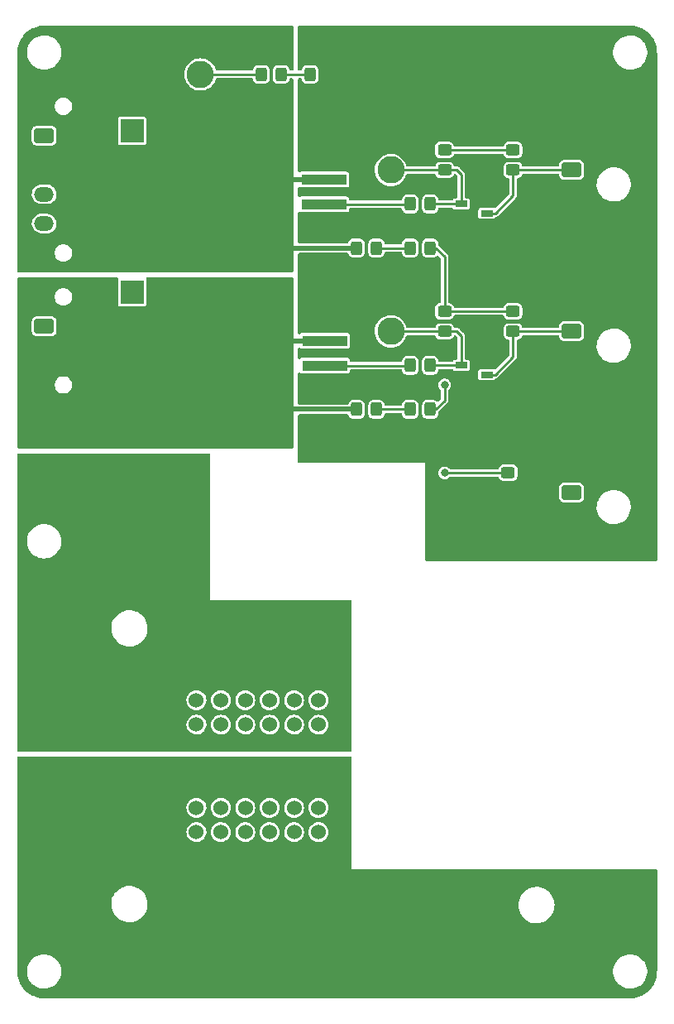
<source format=gtl>
G04 #@! TF.GenerationSoftware,KiCad,Pcbnew,(6.0.7)*
G04 #@! TF.CreationDate,2023-02-11T16:50:08-06:00*
G04 #@! TF.ProjectId,ContactorDriver,436f6e74-6163-4746-9f72-447269766572,rev?*
G04 #@! TF.SameCoordinates,Original*
G04 #@! TF.FileFunction,Copper,L1,Top*
G04 #@! TF.FilePolarity,Positive*
%FSLAX46Y46*%
G04 Gerber Fmt 4.6, Leading zero omitted, Abs format (unit mm)*
G04 Created by KiCad (PCBNEW (6.0.7)) date 2023-02-11 16:50:08*
%MOMM*%
%LPD*%
G01*
G04 APERTURE LIST*
G04 Aperture macros list*
%AMRoundRect*
0 Rectangle with rounded corners*
0 $1 Rounding radius*
0 $2 $3 $4 $5 $6 $7 $8 $9 X,Y pos of 4 corners*
0 Add a 4 corners polygon primitive as box body*
4,1,4,$2,$3,$4,$5,$6,$7,$8,$9,$2,$3,0*
0 Add four circle primitives for the rounded corners*
1,1,$1+$1,$2,$3*
1,1,$1+$1,$4,$5*
1,1,$1+$1,$6,$7*
1,1,$1+$1,$8,$9*
0 Add four rect primitives between the rounded corners*
20,1,$1+$1,$2,$3,$4,$5,0*
20,1,$1+$1,$4,$5,$6,$7,0*
20,1,$1+$1,$6,$7,$8,$9,0*
20,1,$1+$1,$8,$9,$2,$3,0*%
G04 Aperture macros list end*
G04 #@! TA.AperFunction,ComponentPad*
%ADD10R,2.400000X2.400000*%
G04 #@! TD*
G04 #@! TA.AperFunction,ComponentPad*
%ADD11O,2.400000X2.400000*%
G04 #@! TD*
G04 #@! TA.AperFunction,SMDPad,CuDef*
%ADD12RoundRect,0.250000X-0.325000X-0.450000X0.325000X-0.450000X0.325000X0.450000X-0.325000X0.450000X0*%
G04 #@! TD*
G04 #@! TA.AperFunction,ComponentPad*
%ADD13RoundRect,0.250001X-0.759999X0.499999X-0.759999X-0.499999X0.759999X-0.499999X0.759999X0.499999X0*%
G04 #@! TD*
G04 #@! TA.AperFunction,ComponentPad*
%ADD14O,2.020000X1.500000*%
G04 #@! TD*
G04 #@! TA.AperFunction,SMDPad,CuDef*
%ADD15R,4.600000X1.100000*%
G04 #@! TD*
G04 #@! TA.AperFunction,SMDPad,CuDef*
%ADD16R,9.400000X10.800000*%
G04 #@! TD*
G04 #@! TA.AperFunction,SMDPad,CuDef*
%ADD17R,1.220000X0.650000*%
G04 #@! TD*
G04 #@! TA.AperFunction,SMDPad,CuDef*
%ADD18RoundRect,0.250000X0.450000X-0.325000X0.450000X0.325000X-0.450000X0.325000X-0.450000X-0.325000X0*%
G04 #@! TD*
G04 #@! TA.AperFunction,ComponentPad*
%ADD19C,2.800000*%
G04 #@! TD*
G04 #@! TA.AperFunction,SMDPad,CuDef*
%ADD20RoundRect,0.250000X0.325000X0.450000X-0.325000X0.450000X-0.325000X-0.450000X0.325000X-0.450000X0*%
G04 #@! TD*
G04 #@! TA.AperFunction,ComponentPad*
%ADD21C,1.528064*%
G04 #@! TD*
G04 #@! TA.AperFunction,ComponentPad*
%ADD22C,4.500880*%
G04 #@! TD*
G04 #@! TA.AperFunction,SMDPad,CuDef*
%ADD23RoundRect,0.250000X-0.450000X0.325000X-0.450000X-0.325000X0.450000X-0.325000X0.450000X0.325000X0*%
G04 #@! TD*
G04 #@! TA.AperFunction,ViaPad*
%ADD24C,0.800000*%
G04 #@! TD*
G04 #@! TA.AperFunction,Conductor*
%ADD25C,0.250000*%
G04 #@! TD*
G04 #@! TA.AperFunction,Conductor*
%ADD26C,0.500000*%
G04 #@! TD*
G04 APERTURE END LIST*
D10*
X176000000Y-79000000D03*
D11*
X176000000Y-89160000D03*
D12*
X198975000Y-91000000D03*
X201025000Y-91000000D03*
X198975000Y-107500000D03*
X201025000Y-107500000D03*
D10*
X176000000Y-95500000D03*
D11*
X176000000Y-105660000D03*
D13*
X167000000Y-79500000D03*
D14*
X167000000Y-82500000D03*
X167000000Y-85500000D03*
X167000000Y-88500000D03*
D13*
X221000000Y-99500000D03*
D14*
X221000000Y-102500000D03*
D13*
X167000000Y-99000000D03*
D14*
X167000000Y-102000000D03*
D15*
X195650000Y-86540000D03*
X195650000Y-84000000D03*
D16*
X186500000Y-84000000D03*
D15*
X195650000Y-81460000D03*
D17*
X212310000Y-103950000D03*
X212310000Y-102050000D03*
X209690000Y-103000000D03*
D15*
X195725000Y-103040000D03*
D16*
X186575000Y-100500000D03*
D15*
X195725000Y-100500000D03*
X195725000Y-97960000D03*
D18*
X215000000Y-83025000D03*
X215000000Y-80975000D03*
D12*
X204475000Y-86500000D03*
X206525000Y-86500000D03*
X204475000Y-91000000D03*
X206525000Y-91000000D03*
D18*
X215000000Y-99525000D03*
X215000000Y-97475000D03*
X208000000Y-83025000D03*
X208000000Y-80975000D03*
D12*
X204475000Y-107500000D03*
X206525000Y-107500000D03*
X204475000Y-103000000D03*
X206525000Y-103000000D03*
D19*
X202500000Y-83025000D03*
X183000000Y-73250000D03*
X202600000Y-73250000D03*
X202500000Y-99525000D03*
D17*
X212310000Y-87450000D03*
X212310000Y-85550000D03*
X209690000Y-86500000D03*
D18*
X208000000Y-99525000D03*
X208000000Y-97475000D03*
D20*
X196275000Y-73250000D03*
X194225000Y-73250000D03*
X191275000Y-73250000D03*
X189225000Y-73250000D03*
D21*
X195088413Y-137250027D03*
X192588418Y-137250027D03*
X190088423Y-137250027D03*
X187588428Y-137250027D03*
X185088433Y-137250027D03*
X182588438Y-137250027D03*
X195088413Y-139750022D03*
X192588418Y-139750022D03*
X190088423Y-139750022D03*
X187588428Y-139750022D03*
X185088433Y-139750022D03*
X182588438Y-139750022D03*
X195088413Y-148250030D03*
X192588418Y-148250030D03*
X190088423Y-148250030D03*
X187588428Y-148250030D03*
X185088433Y-148250030D03*
X182588438Y-148250030D03*
X195088413Y-150750025D03*
X192588418Y-150750025D03*
X190088423Y-150750025D03*
X187588428Y-150750025D03*
X185088433Y-150750025D03*
X182588438Y-150750025D03*
D22*
X226000000Y-158000000D03*
D13*
X221000000Y-116000000D03*
D14*
X221000000Y-119000000D03*
D13*
X221000000Y-83000000D03*
D14*
X221000000Y-86000000D03*
D22*
X177000000Y-120500000D03*
D23*
X214500000Y-113975000D03*
X214500000Y-116025000D03*
D24*
X208000000Y-80975000D03*
X208000000Y-97475000D03*
X208000000Y-105000000D03*
X208000000Y-114000000D03*
D25*
X208700000Y-80975000D02*
X215000000Y-80975000D01*
X208000000Y-80975000D02*
X208700000Y-80975000D01*
X208000000Y-97475000D02*
X215000000Y-97475000D01*
X208000000Y-97475000D02*
X208000000Y-91900000D01*
X206525000Y-107500000D02*
X207100000Y-107500000D01*
X214475000Y-114000000D02*
X214500000Y-113975000D01*
X208000000Y-106600000D02*
X208000000Y-105000000D01*
X189225000Y-73250000D02*
X183000000Y-73250000D01*
X207100000Y-107500000D02*
X208000000Y-106600000D01*
X207100000Y-91000000D02*
X206525000Y-91000000D01*
X208000000Y-114000000D02*
X214475000Y-114000000D01*
X208000000Y-91900000D02*
X207100000Y-91000000D01*
X194225000Y-73250000D02*
X191275000Y-73250000D01*
X213170000Y-87450000D02*
X215000000Y-85620000D01*
X220975000Y-83025000D02*
X221000000Y-83000000D01*
X212310000Y-87450000D02*
X213170000Y-87450000D01*
X215000000Y-85620000D02*
X215000000Y-83600000D01*
X215000000Y-83600000D02*
X215000000Y-83025000D01*
X215000000Y-83025000D02*
X220975000Y-83025000D01*
X201025000Y-91000000D02*
X204475000Y-91000000D01*
D26*
X186575000Y-106400000D02*
X186575000Y-100500000D01*
X195725000Y-100500000D02*
X186575000Y-100500000D01*
X198975000Y-107500000D02*
X187675000Y-107500000D01*
X187675000Y-107500000D02*
X186575000Y-106400000D01*
D25*
X204475000Y-107500000D02*
X201025000Y-107500000D01*
X209225000Y-99525000D02*
X209700000Y-100000000D01*
X209700000Y-100000000D02*
X209690000Y-100010000D01*
X209690000Y-100010000D02*
X209690000Y-103000000D01*
X208000000Y-99525000D02*
X202500000Y-99525000D01*
X209690000Y-103000000D02*
X206525000Y-103000000D01*
X208000000Y-99525000D02*
X209225000Y-99525000D01*
X195725000Y-103040000D02*
X204435000Y-103040000D01*
X204435000Y-103040000D02*
X204475000Y-103000000D01*
D26*
X187600000Y-91000000D02*
X186500000Y-89900000D01*
X198975000Y-91000000D02*
X187600000Y-91000000D01*
X186500000Y-89900000D02*
X186500000Y-84000000D01*
X195650000Y-84000000D02*
X186500000Y-84000000D01*
D25*
X215000000Y-99525000D02*
X220975000Y-99525000D01*
X215000000Y-102120000D02*
X215000000Y-100100000D01*
X212310000Y-103950000D02*
X213170000Y-103950000D01*
X220975000Y-99525000D02*
X221000000Y-99500000D01*
X215000000Y-100100000D02*
X215000000Y-99525000D01*
X213170000Y-103950000D02*
X215000000Y-102120000D01*
X207300000Y-83025000D02*
X202500000Y-83025000D01*
X208000000Y-83025000D02*
X209225000Y-83025000D01*
X209690000Y-83490000D02*
X209690000Y-86500000D01*
X206525000Y-86500000D02*
X209690000Y-86500000D01*
X209225000Y-83025000D02*
X209690000Y-83490000D01*
X208000000Y-83025000D02*
X207300000Y-83025000D01*
X195650000Y-86540000D02*
X204435000Y-86540000D01*
X204435000Y-86540000D02*
X204475000Y-86500000D01*
G04 #@! TA.AperFunction,Conductor*
G36*
X183942121Y-112020002D02*
G01*
X183988614Y-112073658D01*
X184000000Y-112126000D01*
X184000000Y-127000000D01*
X198374000Y-127000000D01*
X198442121Y-127020002D01*
X198488614Y-127073658D01*
X198500000Y-127126000D01*
X198500000Y-142374000D01*
X198479998Y-142442121D01*
X198426342Y-142488614D01*
X198374000Y-142500000D01*
X164376500Y-142500000D01*
X164308379Y-142479998D01*
X164261886Y-142426342D01*
X164250500Y-142374000D01*
X164250500Y-139735788D01*
X181569096Y-139735788D01*
X181585745Y-139934051D01*
X181640586Y-140125303D01*
X181731530Y-140302262D01*
X181735353Y-140307086D01*
X181735356Y-140307090D01*
X181759587Y-140337661D01*
X181855114Y-140458185D01*
X182006629Y-140587135D01*
X182180306Y-140684200D01*
X182369528Y-140745682D01*
X182567088Y-140769239D01*
X182573223Y-140768767D01*
X182573225Y-140768767D01*
X182759321Y-140754448D01*
X182759326Y-140754447D01*
X182765462Y-140753975D01*
X182771392Y-140752319D01*
X182771394Y-140752319D01*
X182861277Y-140727223D01*
X182957093Y-140700471D01*
X182962588Y-140697695D01*
X182962594Y-140697693D01*
X183129181Y-140613544D01*
X183129183Y-140613543D01*
X183134682Y-140610765D01*
X183164927Y-140587135D01*
X183286607Y-140492067D01*
X183286608Y-140492066D01*
X183291464Y-140488272D01*
X183295490Y-140483608D01*
X183295493Y-140483605D01*
X183356467Y-140412966D01*
X183421469Y-140337661D01*
X183519744Y-140164666D01*
X183582545Y-139975878D01*
X183607482Y-139778486D01*
X183607879Y-139750022D01*
X183606483Y-139735788D01*
X184069091Y-139735788D01*
X184085740Y-139934051D01*
X184140581Y-140125303D01*
X184231525Y-140302262D01*
X184235348Y-140307086D01*
X184235351Y-140307090D01*
X184259582Y-140337661D01*
X184355109Y-140458185D01*
X184506624Y-140587135D01*
X184680301Y-140684200D01*
X184869523Y-140745682D01*
X185067083Y-140769239D01*
X185073218Y-140768767D01*
X185073220Y-140768767D01*
X185259316Y-140754448D01*
X185259321Y-140754447D01*
X185265457Y-140753975D01*
X185271387Y-140752319D01*
X185271389Y-140752319D01*
X185361272Y-140727223D01*
X185457088Y-140700471D01*
X185462583Y-140697695D01*
X185462589Y-140697693D01*
X185629176Y-140613544D01*
X185629178Y-140613543D01*
X185634677Y-140610765D01*
X185664922Y-140587135D01*
X185786602Y-140492067D01*
X185786603Y-140492066D01*
X185791459Y-140488272D01*
X185795485Y-140483608D01*
X185795488Y-140483605D01*
X185856462Y-140412966D01*
X185921464Y-140337661D01*
X186019739Y-140164666D01*
X186082540Y-139975878D01*
X186107477Y-139778486D01*
X186107874Y-139750022D01*
X186106478Y-139735788D01*
X186569086Y-139735788D01*
X186585735Y-139934051D01*
X186640576Y-140125303D01*
X186731520Y-140302262D01*
X186735343Y-140307086D01*
X186735346Y-140307090D01*
X186759577Y-140337661D01*
X186855104Y-140458185D01*
X187006619Y-140587135D01*
X187180296Y-140684200D01*
X187369518Y-140745682D01*
X187567078Y-140769239D01*
X187573213Y-140768767D01*
X187573215Y-140768767D01*
X187759311Y-140754448D01*
X187759316Y-140754447D01*
X187765452Y-140753975D01*
X187771382Y-140752319D01*
X187771384Y-140752319D01*
X187861267Y-140727223D01*
X187957083Y-140700471D01*
X187962578Y-140697695D01*
X187962584Y-140697693D01*
X188129171Y-140613544D01*
X188129173Y-140613543D01*
X188134672Y-140610765D01*
X188164917Y-140587135D01*
X188286597Y-140492067D01*
X188286598Y-140492066D01*
X188291454Y-140488272D01*
X188295480Y-140483608D01*
X188295483Y-140483605D01*
X188356457Y-140412966D01*
X188421459Y-140337661D01*
X188519734Y-140164666D01*
X188582535Y-139975878D01*
X188607472Y-139778486D01*
X188607869Y-139750022D01*
X188606473Y-139735788D01*
X189069081Y-139735788D01*
X189085730Y-139934051D01*
X189140571Y-140125303D01*
X189231515Y-140302262D01*
X189235338Y-140307086D01*
X189235341Y-140307090D01*
X189259572Y-140337661D01*
X189355099Y-140458185D01*
X189506614Y-140587135D01*
X189680291Y-140684200D01*
X189869513Y-140745682D01*
X190067073Y-140769239D01*
X190073208Y-140768767D01*
X190073210Y-140768767D01*
X190259306Y-140754448D01*
X190259311Y-140754447D01*
X190265447Y-140753975D01*
X190271377Y-140752319D01*
X190271379Y-140752319D01*
X190361262Y-140727223D01*
X190457078Y-140700471D01*
X190462573Y-140697695D01*
X190462579Y-140697693D01*
X190629166Y-140613544D01*
X190629168Y-140613543D01*
X190634667Y-140610765D01*
X190664912Y-140587135D01*
X190786592Y-140492067D01*
X190786593Y-140492066D01*
X190791449Y-140488272D01*
X190795475Y-140483608D01*
X190795478Y-140483605D01*
X190856452Y-140412966D01*
X190921454Y-140337661D01*
X191019729Y-140164666D01*
X191082530Y-139975878D01*
X191107467Y-139778486D01*
X191107864Y-139750022D01*
X191106468Y-139735788D01*
X191569076Y-139735788D01*
X191585725Y-139934051D01*
X191640566Y-140125303D01*
X191731510Y-140302262D01*
X191735333Y-140307086D01*
X191735336Y-140307090D01*
X191759567Y-140337661D01*
X191855094Y-140458185D01*
X192006609Y-140587135D01*
X192180286Y-140684200D01*
X192369508Y-140745682D01*
X192567068Y-140769239D01*
X192573203Y-140768767D01*
X192573205Y-140768767D01*
X192759301Y-140754448D01*
X192759306Y-140754447D01*
X192765442Y-140753975D01*
X192771372Y-140752319D01*
X192771374Y-140752319D01*
X192861257Y-140727223D01*
X192957073Y-140700471D01*
X192962568Y-140697695D01*
X192962574Y-140697693D01*
X193129161Y-140613544D01*
X193129163Y-140613543D01*
X193134662Y-140610765D01*
X193164907Y-140587135D01*
X193286587Y-140492067D01*
X193286588Y-140492066D01*
X193291444Y-140488272D01*
X193295470Y-140483608D01*
X193295473Y-140483605D01*
X193356447Y-140412966D01*
X193421449Y-140337661D01*
X193519724Y-140164666D01*
X193582525Y-139975878D01*
X193607462Y-139778486D01*
X193607859Y-139750022D01*
X193606463Y-139735788D01*
X194069071Y-139735788D01*
X194085720Y-139934051D01*
X194140561Y-140125303D01*
X194231505Y-140302262D01*
X194235328Y-140307086D01*
X194235331Y-140307090D01*
X194259562Y-140337661D01*
X194355089Y-140458185D01*
X194506604Y-140587135D01*
X194680281Y-140684200D01*
X194869503Y-140745682D01*
X195067063Y-140769239D01*
X195073198Y-140768767D01*
X195073200Y-140768767D01*
X195259296Y-140754448D01*
X195259301Y-140754447D01*
X195265437Y-140753975D01*
X195271367Y-140752319D01*
X195271369Y-140752319D01*
X195361252Y-140727223D01*
X195457068Y-140700471D01*
X195462563Y-140697695D01*
X195462569Y-140697693D01*
X195629156Y-140613544D01*
X195629158Y-140613543D01*
X195634657Y-140610765D01*
X195664902Y-140587135D01*
X195786582Y-140492067D01*
X195786583Y-140492066D01*
X195791439Y-140488272D01*
X195795465Y-140483608D01*
X195795468Y-140483605D01*
X195856442Y-140412966D01*
X195921444Y-140337661D01*
X196019719Y-140164666D01*
X196082520Y-139975878D01*
X196107457Y-139778486D01*
X196107854Y-139750022D01*
X196088439Y-139552012D01*
X196030933Y-139361543D01*
X195937527Y-139185872D01*
X195933629Y-139181093D01*
X195933626Y-139181088D01*
X195815673Y-139036463D01*
X195815671Y-139036461D01*
X195811779Y-139031689D01*
X195745791Y-138977099D01*
X195663227Y-138908796D01*
X195663224Y-138908794D01*
X195658477Y-138904867D01*
X195483462Y-138810237D01*
X195388431Y-138780820D01*
X195299287Y-138753225D01*
X195299284Y-138753224D01*
X195293400Y-138751403D01*
X195287275Y-138750759D01*
X195287274Y-138750759D01*
X195101658Y-138731250D01*
X195101657Y-138731250D01*
X195095530Y-138730606D01*
X194972740Y-138741781D01*
X194903530Y-138748079D01*
X194903529Y-138748079D01*
X194897389Y-138748638D01*
X194891475Y-138750379D01*
X194891473Y-138750379D01*
X194760581Y-138788903D01*
X194706524Y-138804813D01*
X194530205Y-138896990D01*
X194375148Y-139021659D01*
X194247258Y-139174071D01*
X194151409Y-139348421D01*
X194091249Y-139538068D01*
X194069071Y-139735788D01*
X193606463Y-139735788D01*
X193588444Y-139552012D01*
X193530938Y-139361543D01*
X193437532Y-139185872D01*
X193433634Y-139181093D01*
X193433631Y-139181088D01*
X193315678Y-139036463D01*
X193315676Y-139036461D01*
X193311784Y-139031689D01*
X193245796Y-138977099D01*
X193163232Y-138908796D01*
X193163229Y-138908794D01*
X193158482Y-138904867D01*
X192983467Y-138810237D01*
X192888436Y-138780820D01*
X192799292Y-138753225D01*
X192799289Y-138753224D01*
X192793405Y-138751403D01*
X192787280Y-138750759D01*
X192787279Y-138750759D01*
X192601663Y-138731250D01*
X192601662Y-138731250D01*
X192595535Y-138730606D01*
X192472745Y-138741781D01*
X192403535Y-138748079D01*
X192403534Y-138748079D01*
X192397394Y-138748638D01*
X192391480Y-138750379D01*
X192391478Y-138750379D01*
X192260586Y-138788903D01*
X192206529Y-138804813D01*
X192030210Y-138896990D01*
X191875153Y-139021659D01*
X191747263Y-139174071D01*
X191651414Y-139348421D01*
X191591254Y-139538068D01*
X191569076Y-139735788D01*
X191106468Y-139735788D01*
X191088449Y-139552012D01*
X191030943Y-139361543D01*
X190937537Y-139185872D01*
X190933639Y-139181093D01*
X190933636Y-139181088D01*
X190815683Y-139036463D01*
X190815681Y-139036461D01*
X190811789Y-139031689D01*
X190745801Y-138977099D01*
X190663237Y-138908796D01*
X190663234Y-138908794D01*
X190658487Y-138904867D01*
X190483472Y-138810237D01*
X190388441Y-138780820D01*
X190299297Y-138753225D01*
X190299294Y-138753224D01*
X190293410Y-138751403D01*
X190287285Y-138750759D01*
X190287284Y-138750759D01*
X190101668Y-138731250D01*
X190101667Y-138731250D01*
X190095540Y-138730606D01*
X189972750Y-138741781D01*
X189903540Y-138748079D01*
X189903539Y-138748079D01*
X189897399Y-138748638D01*
X189891485Y-138750379D01*
X189891483Y-138750379D01*
X189760591Y-138788903D01*
X189706534Y-138804813D01*
X189530215Y-138896990D01*
X189375158Y-139021659D01*
X189247268Y-139174071D01*
X189151419Y-139348421D01*
X189091259Y-139538068D01*
X189069081Y-139735788D01*
X188606473Y-139735788D01*
X188588454Y-139552012D01*
X188530948Y-139361543D01*
X188437542Y-139185872D01*
X188433644Y-139181093D01*
X188433641Y-139181088D01*
X188315688Y-139036463D01*
X188315686Y-139036461D01*
X188311794Y-139031689D01*
X188245806Y-138977099D01*
X188163242Y-138908796D01*
X188163239Y-138908794D01*
X188158492Y-138904867D01*
X187983477Y-138810237D01*
X187888446Y-138780820D01*
X187799302Y-138753225D01*
X187799299Y-138753224D01*
X187793415Y-138751403D01*
X187787290Y-138750759D01*
X187787289Y-138750759D01*
X187601673Y-138731250D01*
X187601672Y-138731250D01*
X187595545Y-138730606D01*
X187472755Y-138741781D01*
X187403545Y-138748079D01*
X187403544Y-138748079D01*
X187397404Y-138748638D01*
X187391490Y-138750379D01*
X187391488Y-138750379D01*
X187260596Y-138788903D01*
X187206539Y-138804813D01*
X187030220Y-138896990D01*
X186875163Y-139021659D01*
X186747273Y-139174071D01*
X186651424Y-139348421D01*
X186591264Y-139538068D01*
X186569086Y-139735788D01*
X186106478Y-139735788D01*
X186088459Y-139552012D01*
X186030953Y-139361543D01*
X185937547Y-139185872D01*
X185933649Y-139181093D01*
X185933646Y-139181088D01*
X185815693Y-139036463D01*
X185815691Y-139036461D01*
X185811799Y-139031689D01*
X185745811Y-138977099D01*
X185663247Y-138908796D01*
X185663244Y-138908794D01*
X185658497Y-138904867D01*
X185483482Y-138810237D01*
X185388451Y-138780820D01*
X185299307Y-138753225D01*
X185299304Y-138753224D01*
X185293420Y-138751403D01*
X185287295Y-138750759D01*
X185287294Y-138750759D01*
X185101678Y-138731250D01*
X185101677Y-138731250D01*
X185095550Y-138730606D01*
X184972760Y-138741781D01*
X184903550Y-138748079D01*
X184903549Y-138748079D01*
X184897409Y-138748638D01*
X184891495Y-138750379D01*
X184891493Y-138750379D01*
X184760601Y-138788903D01*
X184706544Y-138804813D01*
X184530225Y-138896990D01*
X184375168Y-139021659D01*
X184247278Y-139174071D01*
X184151429Y-139348421D01*
X184091269Y-139538068D01*
X184069091Y-139735788D01*
X183606483Y-139735788D01*
X183588464Y-139552012D01*
X183530958Y-139361543D01*
X183437552Y-139185872D01*
X183433654Y-139181093D01*
X183433651Y-139181088D01*
X183315698Y-139036463D01*
X183315696Y-139036461D01*
X183311804Y-139031689D01*
X183245816Y-138977099D01*
X183163252Y-138908796D01*
X183163249Y-138908794D01*
X183158502Y-138904867D01*
X182983487Y-138810237D01*
X182888456Y-138780820D01*
X182799312Y-138753225D01*
X182799309Y-138753224D01*
X182793425Y-138751403D01*
X182787300Y-138750759D01*
X182787299Y-138750759D01*
X182601683Y-138731250D01*
X182601682Y-138731250D01*
X182595555Y-138730606D01*
X182472765Y-138741781D01*
X182403555Y-138748079D01*
X182403554Y-138748079D01*
X182397414Y-138748638D01*
X182391500Y-138750379D01*
X182391498Y-138750379D01*
X182260606Y-138788903D01*
X182206549Y-138804813D01*
X182030230Y-138896990D01*
X181875173Y-139021659D01*
X181747283Y-139174071D01*
X181651434Y-139348421D01*
X181591274Y-139538068D01*
X181569096Y-139735788D01*
X164250500Y-139735788D01*
X164250500Y-137235793D01*
X181569096Y-137235793D01*
X181585745Y-137434056D01*
X181640586Y-137625308D01*
X181731530Y-137802267D01*
X181735353Y-137807091D01*
X181735356Y-137807095D01*
X181759587Y-137837666D01*
X181855114Y-137958190D01*
X182006629Y-138087140D01*
X182180306Y-138184205D01*
X182369528Y-138245687D01*
X182567088Y-138269244D01*
X182573223Y-138268772D01*
X182573225Y-138268772D01*
X182759321Y-138254453D01*
X182759326Y-138254452D01*
X182765462Y-138253980D01*
X182771392Y-138252324D01*
X182771394Y-138252324D01*
X182861277Y-138227228D01*
X182957093Y-138200476D01*
X182962588Y-138197700D01*
X182962594Y-138197698D01*
X183129181Y-138113549D01*
X183129183Y-138113548D01*
X183134682Y-138110770D01*
X183164927Y-138087140D01*
X183286607Y-137992072D01*
X183286608Y-137992071D01*
X183291464Y-137988277D01*
X183295490Y-137983613D01*
X183295493Y-137983610D01*
X183356467Y-137912971D01*
X183421469Y-137837666D01*
X183519744Y-137664671D01*
X183582545Y-137475883D01*
X183607482Y-137278491D01*
X183607879Y-137250027D01*
X183606483Y-137235793D01*
X184069091Y-137235793D01*
X184085740Y-137434056D01*
X184140581Y-137625308D01*
X184231525Y-137802267D01*
X184235348Y-137807091D01*
X184235351Y-137807095D01*
X184259582Y-137837666D01*
X184355109Y-137958190D01*
X184506624Y-138087140D01*
X184680301Y-138184205D01*
X184869523Y-138245687D01*
X185067083Y-138269244D01*
X185073218Y-138268772D01*
X185073220Y-138268772D01*
X185259316Y-138254453D01*
X185259321Y-138254452D01*
X185265457Y-138253980D01*
X185271387Y-138252324D01*
X185271389Y-138252324D01*
X185361272Y-138227228D01*
X185457088Y-138200476D01*
X185462583Y-138197700D01*
X185462589Y-138197698D01*
X185629176Y-138113549D01*
X185629178Y-138113548D01*
X185634677Y-138110770D01*
X185664922Y-138087140D01*
X185786602Y-137992072D01*
X185786603Y-137992071D01*
X185791459Y-137988277D01*
X185795485Y-137983613D01*
X185795488Y-137983610D01*
X185856462Y-137912971D01*
X185921464Y-137837666D01*
X186019739Y-137664671D01*
X186082540Y-137475883D01*
X186107477Y-137278491D01*
X186107874Y-137250027D01*
X186106478Y-137235793D01*
X186569086Y-137235793D01*
X186585735Y-137434056D01*
X186640576Y-137625308D01*
X186731520Y-137802267D01*
X186735343Y-137807091D01*
X186735346Y-137807095D01*
X186759577Y-137837666D01*
X186855104Y-137958190D01*
X187006619Y-138087140D01*
X187180296Y-138184205D01*
X187369518Y-138245687D01*
X187567078Y-138269244D01*
X187573213Y-138268772D01*
X187573215Y-138268772D01*
X187759311Y-138254453D01*
X187759316Y-138254452D01*
X187765452Y-138253980D01*
X187771382Y-138252324D01*
X187771384Y-138252324D01*
X187861267Y-138227228D01*
X187957083Y-138200476D01*
X187962578Y-138197700D01*
X187962584Y-138197698D01*
X188129171Y-138113549D01*
X188129173Y-138113548D01*
X188134672Y-138110770D01*
X188164917Y-138087140D01*
X188286597Y-137992072D01*
X188286598Y-137992071D01*
X188291454Y-137988277D01*
X188295480Y-137983613D01*
X188295483Y-137983610D01*
X188356457Y-137912971D01*
X188421459Y-137837666D01*
X188519734Y-137664671D01*
X188582535Y-137475883D01*
X188607472Y-137278491D01*
X188607869Y-137250027D01*
X188606473Y-137235793D01*
X189069081Y-137235793D01*
X189085730Y-137434056D01*
X189140571Y-137625308D01*
X189231515Y-137802267D01*
X189235338Y-137807091D01*
X189235341Y-137807095D01*
X189259572Y-137837666D01*
X189355099Y-137958190D01*
X189506614Y-138087140D01*
X189680291Y-138184205D01*
X189869513Y-138245687D01*
X190067073Y-138269244D01*
X190073208Y-138268772D01*
X190073210Y-138268772D01*
X190259306Y-138254453D01*
X190259311Y-138254452D01*
X190265447Y-138253980D01*
X190271377Y-138252324D01*
X190271379Y-138252324D01*
X190361262Y-138227228D01*
X190457078Y-138200476D01*
X190462573Y-138197700D01*
X190462579Y-138197698D01*
X190629166Y-138113549D01*
X190629168Y-138113548D01*
X190634667Y-138110770D01*
X190664912Y-138087140D01*
X190786592Y-137992072D01*
X190786593Y-137992071D01*
X190791449Y-137988277D01*
X190795475Y-137983613D01*
X190795478Y-137983610D01*
X190856452Y-137912971D01*
X190921454Y-137837666D01*
X191019729Y-137664671D01*
X191082530Y-137475883D01*
X191107467Y-137278491D01*
X191107864Y-137250027D01*
X191106468Y-137235793D01*
X191569076Y-137235793D01*
X191585725Y-137434056D01*
X191640566Y-137625308D01*
X191731510Y-137802267D01*
X191735333Y-137807091D01*
X191735336Y-137807095D01*
X191759567Y-137837666D01*
X191855094Y-137958190D01*
X192006609Y-138087140D01*
X192180286Y-138184205D01*
X192369508Y-138245687D01*
X192567068Y-138269244D01*
X192573203Y-138268772D01*
X192573205Y-138268772D01*
X192759301Y-138254453D01*
X192759306Y-138254452D01*
X192765442Y-138253980D01*
X192771372Y-138252324D01*
X192771374Y-138252324D01*
X192861257Y-138227228D01*
X192957073Y-138200476D01*
X192962568Y-138197700D01*
X192962574Y-138197698D01*
X193129161Y-138113549D01*
X193129163Y-138113548D01*
X193134662Y-138110770D01*
X193164907Y-138087140D01*
X193286587Y-137992072D01*
X193286588Y-137992071D01*
X193291444Y-137988277D01*
X193295470Y-137983613D01*
X193295473Y-137983610D01*
X193356447Y-137912971D01*
X193421449Y-137837666D01*
X193519724Y-137664671D01*
X193582525Y-137475883D01*
X193607462Y-137278491D01*
X193607859Y-137250027D01*
X193606463Y-137235793D01*
X194069071Y-137235793D01*
X194085720Y-137434056D01*
X194140561Y-137625308D01*
X194231505Y-137802267D01*
X194235328Y-137807091D01*
X194235331Y-137807095D01*
X194259562Y-137837666D01*
X194355089Y-137958190D01*
X194506604Y-138087140D01*
X194680281Y-138184205D01*
X194869503Y-138245687D01*
X195067063Y-138269244D01*
X195073198Y-138268772D01*
X195073200Y-138268772D01*
X195259296Y-138254453D01*
X195259301Y-138254452D01*
X195265437Y-138253980D01*
X195271367Y-138252324D01*
X195271369Y-138252324D01*
X195361252Y-138227228D01*
X195457068Y-138200476D01*
X195462563Y-138197700D01*
X195462569Y-138197698D01*
X195629156Y-138113549D01*
X195629158Y-138113548D01*
X195634657Y-138110770D01*
X195664902Y-138087140D01*
X195786582Y-137992072D01*
X195786583Y-137992071D01*
X195791439Y-137988277D01*
X195795465Y-137983613D01*
X195795468Y-137983610D01*
X195856442Y-137912971D01*
X195921444Y-137837666D01*
X196019719Y-137664671D01*
X196082520Y-137475883D01*
X196107457Y-137278491D01*
X196107854Y-137250027D01*
X196088439Y-137052017D01*
X196030933Y-136861548D01*
X195937527Y-136685877D01*
X195933629Y-136681098D01*
X195933626Y-136681093D01*
X195815673Y-136536468D01*
X195815671Y-136536466D01*
X195811779Y-136531694D01*
X195745791Y-136477104D01*
X195663227Y-136408801D01*
X195663224Y-136408799D01*
X195658477Y-136404872D01*
X195483462Y-136310242D01*
X195388431Y-136280825D01*
X195299287Y-136253230D01*
X195299284Y-136253229D01*
X195293400Y-136251408D01*
X195287275Y-136250764D01*
X195287274Y-136250764D01*
X195101658Y-136231255D01*
X195101657Y-136231255D01*
X195095530Y-136230611D01*
X194972740Y-136241786D01*
X194903530Y-136248084D01*
X194903529Y-136248084D01*
X194897389Y-136248643D01*
X194891475Y-136250384D01*
X194891473Y-136250384D01*
X194760581Y-136288908D01*
X194706524Y-136304818D01*
X194530205Y-136396995D01*
X194375148Y-136521664D01*
X194247258Y-136674076D01*
X194151409Y-136848426D01*
X194091249Y-137038073D01*
X194069071Y-137235793D01*
X193606463Y-137235793D01*
X193588444Y-137052017D01*
X193530938Y-136861548D01*
X193437532Y-136685877D01*
X193433634Y-136681098D01*
X193433631Y-136681093D01*
X193315678Y-136536468D01*
X193315676Y-136536466D01*
X193311784Y-136531694D01*
X193245796Y-136477104D01*
X193163232Y-136408801D01*
X193163229Y-136408799D01*
X193158482Y-136404872D01*
X192983467Y-136310242D01*
X192888436Y-136280825D01*
X192799292Y-136253230D01*
X192799289Y-136253229D01*
X192793405Y-136251408D01*
X192787280Y-136250764D01*
X192787279Y-136250764D01*
X192601663Y-136231255D01*
X192601662Y-136231255D01*
X192595535Y-136230611D01*
X192472745Y-136241786D01*
X192403535Y-136248084D01*
X192403534Y-136248084D01*
X192397394Y-136248643D01*
X192391480Y-136250384D01*
X192391478Y-136250384D01*
X192260586Y-136288908D01*
X192206529Y-136304818D01*
X192030210Y-136396995D01*
X191875153Y-136521664D01*
X191747263Y-136674076D01*
X191651414Y-136848426D01*
X191591254Y-137038073D01*
X191569076Y-137235793D01*
X191106468Y-137235793D01*
X191088449Y-137052017D01*
X191030943Y-136861548D01*
X190937537Y-136685877D01*
X190933639Y-136681098D01*
X190933636Y-136681093D01*
X190815683Y-136536468D01*
X190815681Y-136536466D01*
X190811789Y-136531694D01*
X190745801Y-136477104D01*
X190663237Y-136408801D01*
X190663234Y-136408799D01*
X190658487Y-136404872D01*
X190483472Y-136310242D01*
X190388441Y-136280825D01*
X190299297Y-136253230D01*
X190299294Y-136253229D01*
X190293410Y-136251408D01*
X190287285Y-136250764D01*
X190287284Y-136250764D01*
X190101668Y-136231255D01*
X190101667Y-136231255D01*
X190095540Y-136230611D01*
X189972750Y-136241786D01*
X189903540Y-136248084D01*
X189903539Y-136248084D01*
X189897399Y-136248643D01*
X189891485Y-136250384D01*
X189891483Y-136250384D01*
X189760591Y-136288908D01*
X189706534Y-136304818D01*
X189530215Y-136396995D01*
X189375158Y-136521664D01*
X189247268Y-136674076D01*
X189151419Y-136848426D01*
X189091259Y-137038073D01*
X189069081Y-137235793D01*
X188606473Y-137235793D01*
X188588454Y-137052017D01*
X188530948Y-136861548D01*
X188437542Y-136685877D01*
X188433644Y-136681098D01*
X188433641Y-136681093D01*
X188315688Y-136536468D01*
X188315686Y-136536466D01*
X188311794Y-136531694D01*
X188245806Y-136477104D01*
X188163242Y-136408801D01*
X188163239Y-136408799D01*
X188158492Y-136404872D01*
X187983477Y-136310242D01*
X187888446Y-136280825D01*
X187799302Y-136253230D01*
X187799299Y-136253229D01*
X187793415Y-136251408D01*
X187787290Y-136250764D01*
X187787289Y-136250764D01*
X187601673Y-136231255D01*
X187601672Y-136231255D01*
X187595545Y-136230611D01*
X187472755Y-136241786D01*
X187403545Y-136248084D01*
X187403544Y-136248084D01*
X187397404Y-136248643D01*
X187391490Y-136250384D01*
X187391488Y-136250384D01*
X187260596Y-136288908D01*
X187206539Y-136304818D01*
X187030220Y-136396995D01*
X186875163Y-136521664D01*
X186747273Y-136674076D01*
X186651424Y-136848426D01*
X186591264Y-137038073D01*
X186569086Y-137235793D01*
X186106478Y-137235793D01*
X186088459Y-137052017D01*
X186030953Y-136861548D01*
X185937547Y-136685877D01*
X185933649Y-136681098D01*
X185933646Y-136681093D01*
X185815693Y-136536468D01*
X185815691Y-136536466D01*
X185811799Y-136531694D01*
X185745811Y-136477104D01*
X185663247Y-136408801D01*
X185663244Y-136408799D01*
X185658497Y-136404872D01*
X185483482Y-136310242D01*
X185388451Y-136280825D01*
X185299307Y-136253230D01*
X185299304Y-136253229D01*
X185293420Y-136251408D01*
X185287295Y-136250764D01*
X185287294Y-136250764D01*
X185101678Y-136231255D01*
X185101677Y-136231255D01*
X185095550Y-136230611D01*
X184972760Y-136241786D01*
X184903550Y-136248084D01*
X184903549Y-136248084D01*
X184897409Y-136248643D01*
X184891495Y-136250384D01*
X184891493Y-136250384D01*
X184760601Y-136288908D01*
X184706544Y-136304818D01*
X184530225Y-136396995D01*
X184375168Y-136521664D01*
X184247278Y-136674076D01*
X184151429Y-136848426D01*
X184091269Y-137038073D01*
X184069091Y-137235793D01*
X183606483Y-137235793D01*
X183588464Y-137052017D01*
X183530958Y-136861548D01*
X183437552Y-136685877D01*
X183433654Y-136681098D01*
X183433651Y-136681093D01*
X183315698Y-136536468D01*
X183315696Y-136536466D01*
X183311804Y-136531694D01*
X183245816Y-136477104D01*
X183163252Y-136408801D01*
X183163249Y-136408799D01*
X183158502Y-136404872D01*
X182983487Y-136310242D01*
X182888456Y-136280825D01*
X182799312Y-136253230D01*
X182799309Y-136253229D01*
X182793425Y-136251408D01*
X182787300Y-136250764D01*
X182787299Y-136250764D01*
X182601683Y-136231255D01*
X182601682Y-136231255D01*
X182595555Y-136230611D01*
X182472765Y-136241786D01*
X182403555Y-136248084D01*
X182403554Y-136248084D01*
X182397414Y-136248643D01*
X182391500Y-136250384D01*
X182391498Y-136250384D01*
X182260606Y-136288908D01*
X182206549Y-136304818D01*
X182030230Y-136396995D01*
X181875173Y-136521664D01*
X181747283Y-136674076D01*
X181651434Y-136848426D01*
X181591274Y-137038073D01*
X181569096Y-137235793D01*
X164250500Y-137235793D01*
X164250500Y-129942129D01*
X173883267Y-129942129D01*
X173908775Y-130209493D01*
X173972613Y-130470375D01*
X174073442Y-130719309D01*
X174075743Y-130723239D01*
X174075746Y-130723245D01*
X174165524Y-130876575D01*
X174209149Y-130951081D01*
X174376893Y-131160834D01*
X174573159Y-131344176D01*
X174793836Y-131497265D01*
X174797919Y-131499296D01*
X174797922Y-131499298D01*
X174912934Y-131556515D01*
X175034301Y-131616894D01*
X175038635Y-131618315D01*
X175038638Y-131618316D01*
X175285184Y-131699138D01*
X175285189Y-131699139D01*
X175289517Y-131700558D01*
X175294008Y-131701338D01*
X175294009Y-131701338D01*
X175550355Y-131745848D01*
X175550363Y-131745849D01*
X175554136Y-131746504D01*
X175557973Y-131746695D01*
X175637435Y-131750651D01*
X175637443Y-131750651D01*
X175639006Y-131750729D01*
X175806662Y-131750729D01*
X175808930Y-131750564D01*
X175808942Y-131750564D01*
X175939654Y-131741080D01*
X176006314Y-131736243D01*
X176010769Y-131735259D01*
X176010772Y-131735259D01*
X176264117Y-131679325D01*
X176264121Y-131679324D01*
X176268577Y-131678340D01*
X176394156Y-131630762D01*
X176515464Y-131584803D01*
X176515467Y-131584802D01*
X176519734Y-131583185D01*
X176754525Y-131452771D01*
X176968030Y-131289829D01*
X177097617Y-131157268D01*
X177152582Y-131101042D01*
X177152586Y-131101037D01*
X177155777Y-131097773D01*
X177265413Y-130947149D01*
X177311144Y-130884321D01*
X177311147Y-130884316D01*
X177313833Y-130880626D01*
X177438887Y-130642937D01*
X177528320Y-130389685D01*
X177562961Y-130213929D01*
X177579376Y-130130648D01*
X177579377Y-130130642D01*
X177580257Y-130126176D01*
X177589193Y-129946685D01*
X177593384Y-129862498D01*
X177593384Y-129862492D01*
X177593611Y-129857929D01*
X177568103Y-129590565D01*
X177504265Y-129329683D01*
X177403436Y-129080749D01*
X177401135Y-129076819D01*
X177401132Y-129076813D01*
X177270031Y-128852909D01*
X177267729Y-128848977D01*
X177099985Y-128639224D01*
X176903719Y-128455882D01*
X176683042Y-128302793D01*
X176678959Y-128300762D01*
X176678956Y-128300760D01*
X176507083Y-128215255D01*
X176442577Y-128183164D01*
X176438243Y-128181743D01*
X176438240Y-128181742D01*
X176191694Y-128100920D01*
X176191689Y-128100919D01*
X176187361Y-128099500D01*
X176182869Y-128098720D01*
X175926523Y-128054210D01*
X175926515Y-128054209D01*
X175922742Y-128053554D01*
X175914015Y-128053120D01*
X175839443Y-128049407D01*
X175839435Y-128049407D01*
X175837872Y-128049329D01*
X175670216Y-128049329D01*
X175667948Y-128049494D01*
X175667936Y-128049494D01*
X175537224Y-128058978D01*
X175470564Y-128063815D01*
X175466109Y-128064799D01*
X175466106Y-128064799D01*
X175212761Y-128120733D01*
X175212757Y-128120734D01*
X175208301Y-128121718D01*
X175082722Y-128169296D01*
X174961414Y-128215255D01*
X174961411Y-128215256D01*
X174957144Y-128216873D01*
X174722353Y-128347287D01*
X174508848Y-128510229D01*
X174505655Y-128513495D01*
X174505653Y-128513497D01*
X174324296Y-128699016D01*
X174324292Y-128699021D01*
X174321101Y-128702285D01*
X174235871Y-128819379D01*
X174165734Y-128915737D01*
X174165731Y-128915742D01*
X174163045Y-128919432D01*
X174037991Y-129157121D01*
X173948558Y-129410373D01*
X173947675Y-129414855D01*
X173913043Y-129590565D01*
X173896621Y-129673882D01*
X173896394Y-129678435D01*
X173896394Y-129678438D01*
X173887459Y-129857929D01*
X173883267Y-129942129D01*
X164250500Y-129942129D01*
X164250500Y-121107165D01*
X165247866Y-121107165D01*
X165282952Y-121364970D01*
X165355758Y-121614757D01*
X165464686Y-121851039D01*
X165467246Y-121854944D01*
X165467249Y-121854949D01*
X165604775Y-122064712D01*
X165604779Y-122064717D01*
X165607341Y-122068625D01*
X165780591Y-122262735D01*
X165980629Y-122429105D01*
X166203061Y-122564080D01*
X166207375Y-122565889D01*
X166207377Y-122565890D01*
X166438686Y-122662886D01*
X166438691Y-122662888D01*
X166443001Y-122664695D01*
X166447533Y-122665846D01*
X166447536Y-122665847D01*
X166572815Y-122697663D01*
X166695177Y-122728739D01*
X166911286Y-122750500D01*
X167066044Y-122750500D01*
X167068369Y-122750327D01*
X167068375Y-122750327D01*
X167254814Y-122736472D01*
X167254818Y-122736471D01*
X167259466Y-122736126D01*
X167513232Y-122678705D01*
X167517586Y-122677012D01*
X167751370Y-122586098D01*
X167751372Y-122586097D01*
X167755723Y-122584405D01*
X167791285Y-122564080D01*
X167839038Y-122536786D01*
X167981612Y-122455299D01*
X168185936Y-122294223D01*
X168364208Y-122104714D01*
X168512511Y-121890937D01*
X168530258Y-121854949D01*
X168625521Y-121661775D01*
X168625522Y-121661772D01*
X168627586Y-121657587D01*
X168706906Y-121409792D01*
X168748728Y-121152994D01*
X168752134Y-120892835D01*
X168717048Y-120635030D01*
X168644242Y-120385243D01*
X168535314Y-120148961D01*
X168501289Y-120097064D01*
X168395225Y-119935288D01*
X168395221Y-119935283D01*
X168392659Y-119931375D01*
X168219409Y-119737265D01*
X168019371Y-119570895D01*
X167796939Y-119435920D01*
X167792623Y-119434110D01*
X167561314Y-119337114D01*
X167561309Y-119337112D01*
X167556999Y-119335305D01*
X167552467Y-119334154D01*
X167552464Y-119334153D01*
X167427185Y-119302337D01*
X167304823Y-119271261D01*
X167088714Y-119249500D01*
X166933956Y-119249500D01*
X166931631Y-119249673D01*
X166931625Y-119249673D01*
X166745186Y-119263528D01*
X166745182Y-119263529D01*
X166740534Y-119263874D01*
X166486768Y-119321295D01*
X166482416Y-119322987D01*
X166482414Y-119322988D01*
X166248630Y-119413902D01*
X166248628Y-119413903D01*
X166244277Y-119415595D01*
X166240223Y-119417912D01*
X166240221Y-119417913D01*
X166204467Y-119438348D01*
X166018388Y-119544701D01*
X165814064Y-119705777D01*
X165635792Y-119895286D01*
X165487489Y-120109063D01*
X165485423Y-120113253D01*
X165485421Y-120113256D01*
X165375569Y-120336016D01*
X165372414Y-120342413D01*
X165293094Y-120590208D01*
X165251272Y-120847006D01*
X165247866Y-121107165D01*
X164250500Y-121107165D01*
X164250500Y-112126000D01*
X164270502Y-112057879D01*
X164324158Y-112011386D01*
X164376500Y-112000000D01*
X183874000Y-112000000D01*
X183942121Y-112020002D01*
G37*
G04 #@! TD.AperFunction*
G04 #@! TA.AperFunction,Conductor*
G36*
X198442121Y-143020002D02*
G01*
X198488614Y-143073658D01*
X198500000Y-143126000D01*
X198500000Y-154500000D01*
X229623500Y-154500000D01*
X229691621Y-154520002D01*
X229738114Y-154573658D01*
X229749500Y-154626000D01*
X229749500Y-164962915D01*
X229747079Y-164987496D01*
X229744592Y-165000000D01*
X229747012Y-165012169D01*
X229747012Y-165024581D01*
X229746776Y-165024581D01*
X229747523Y-165035202D01*
X229741171Y-165148317D01*
X229732609Y-165300781D01*
X229731028Y-165314817D01*
X229714135Y-165414237D01*
X229681749Y-165604845D01*
X229678605Y-165618620D01*
X229597165Y-165901304D01*
X229592498Y-165914641D01*
X229479922Y-166186426D01*
X229473793Y-166199153D01*
X229436998Y-166265728D01*
X229331490Y-166456630D01*
X229323973Y-166468593D01*
X229240599Y-166586098D01*
X229184015Y-166665847D01*
X229153743Y-166708511D01*
X229144934Y-166719558D01*
X229117565Y-166750184D01*
X228948905Y-166938914D01*
X228938914Y-166948905D01*
X228719559Y-167144933D01*
X228708511Y-167153743D01*
X228468593Y-167323973D01*
X228456630Y-167331490D01*
X228199153Y-167473793D01*
X228186430Y-167479920D01*
X228081344Y-167523448D01*
X227914641Y-167592498D01*
X227901304Y-167597165D01*
X227618620Y-167678605D01*
X227604845Y-167681749D01*
X227459833Y-167706388D01*
X227314817Y-167731028D01*
X227300785Y-167732608D01*
X227035202Y-167747523D01*
X227024581Y-167746776D01*
X227024581Y-167747012D01*
X227012169Y-167747012D01*
X227000000Y-167744592D01*
X226987829Y-167747013D01*
X226987496Y-167747079D01*
X226962915Y-167749500D01*
X167037085Y-167749500D01*
X167012504Y-167747079D01*
X167012171Y-167747013D01*
X167000000Y-167744592D01*
X166987831Y-167747012D01*
X166975419Y-167747012D01*
X166975419Y-167746776D01*
X166964798Y-167747523D01*
X166699215Y-167732608D01*
X166685183Y-167731028D01*
X166540166Y-167706388D01*
X166395155Y-167681749D01*
X166381380Y-167678605D01*
X166098696Y-167597165D01*
X166085359Y-167592498D01*
X165918656Y-167523448D01*
X165813570Y-167479920D01*
X165800847Y-167473793D01*
X165543370Y-167331490D01*
X165531407Y-167323973D01*
X165291489Y-167153743D01*
X165280441Y-167144933D01*
X165061086Y-166948905D01*
X165051095Y-166938914D01*
X164882435Y-166750184D01*
X164855066Y-166719558D01*
X164846257Y-166708511D01*
X164815986Y-166665847D01*
X164759401Y-166586098D01*
X164676027Y-166468593D01*
X164668510Y-166456630D01*
X164563002Y-166265728D01*
X164526207Y-166199153D01*
X164520078Y-166186426D01*
X164407502Y-165914641D01*
X164402835Y-165901304D01*
X164321395Y-165618620D01*
X164318251Y-165604845D01*
X164285865Y-165414237D01*
X164268972Y-165314817D01*
X164267391Y-165300781D01*
X164258829Y-165148317D01*
X164256518Y-165107165D01*
X165247866Y-165107165D01*
X165282952Y-165364970D01*
X165355758Y-165614757D01*
X165464686Y-165851039D01*
X165467246Y-165854944D01*
X165467249Y-165854949D01*
X165604775Y-166064712D01*
X165604779Y-166064717D01*
X165607341Y-166068625D01*
X165693966Y-166165680D01*
X165712483Y-166186426D01*
X165780591Y-166262735D01*
X165980629Y-166429105D01*
X166203061Y-166564080D01*
X166207375Y-166565889D01*
X166207377Y-166565890D01*
X166438686Y-166662886D01*
X166438691Y-166662888D01*
X166443001Y-166664695D01*
X166447533Y-166665846D01*
X166447536Y-166665847D01*
X166572815Y-166697663D01*
X166695177Y-166728739D01*
X166911286Y-166750500D01*
X167066044Y-166750500D01*
X167068369Y-166750327D01*
X167068375Y-166750327D01*
X167254814Y-166736472D01*
X167254818Y-166736471D01*
X167259466Y-166736126D01*
X167513232Y-166678705D01*
X167517586Y-166677012D01*
X167751370Y-166586098D01*
X167751372Y-166586097D01*
X167755723Y-166584405D01*
X167791285Y-166564080D01*
X167968449Y-166462822D01*
X167981612Y-166455299D01*
X168185936Y-166294223D01*
X168364208Y-166104714D01*
X168512511Y-165890937D01*
X168530258Y-165854949D01*
X168625521Y-165661775D01*
X168625522Y-165661772D01*
X168627586Y-165657587D01*
X168640060Y-165618620D01*
X168705483Y-165414237D01*
X168706906Y-165409792D01*
X168748728Y-165152994D01*
X168749328Y-165107165D01*
X225247866Y-165107165D01*
X225282952Y-165364970D01*
X225355758Y-165614757D01*
X225464686Y-165851039D01*
X225467246Y-165854944D01*
X225467249Y-165854949D01*
X225604775Y-166064712D01*
X225604779Y-166064717D01*
X225607341Y-166068625D01*
X225693966Y-166165680D01*
X225712483Y-166186426D01*
X225780591Y-166262735D01*
X225980629Y-166429105D01*
X226203061Y-166564080D01*
X226207375Y-166565889D01*
X226207377Y-166565890D01*
X226438686Y-166662886D01*
X226438691Y-166662888D01*
X226443001Y-166664695D01*
X226447533Y-166665846D01*
X226447536Y-166665847D01*
X226572815Y-166697663D01*
X226695177Y-166728739D01*
X226911286Y-166750500D01*
X227066044Y-166750500D01*
X227068369Y-166750327D01*
X227068375Y-166750327D01*
X227254814Y-166736472D01*
X227254818Y-166736471D01*
X227259466Y-166736126D01*
X227513232Y-166678705D01*
X227517586Y-166677012D01*
X227751370Y-166586098D01*
X227751372Y-166586097D01*
X227755723Y-166584405D01*
X227791285Y-166564080D01*
X227968449Y-166462822D01*
X227981612Y-166455299D01*
X228185936Y-166294223D01*
X228364208Y-166104714D01*
X228512511Y-165890937D01*
X228530258Y-165854949D01*
X228625521Y-165661775D01*
X228625522Y-165661772D01*
X228627586Y-165657587D01*
X228640060Y-165618620D01*
X228705483Y-165414237D01*
X228706906Y-165409792D01*
X228748728Y-165152994D01*
X228752134Y-164892835D01*
X228717048Y-164635030D01*
X228644242Y-164385243D01*
X228535314Y-164148961D01*
X228506637Y-164105221D01*
X228395225Y-163935288D01*
X228395221Y-163935283D01*
X228392659Y-163931375D01*
X228219409Y-163737265D01*
X228019371Y-163570895D01*
X227796939Y-163435920D01*
X227792623Y-163434110D01*
X227561314Y-163337114D01*
X227561309Y-163337112D01*
X227556999Y-163335305D01*
X227552467Y-163334154D01*
X227552464Y-163334153D01*
X227427185Y-163302337D01*
X227304823Y-163271261D01*
X227088714Y-163249500D01*
X226933956Y-163249500D01*
X226931631Y-163249673D01*
X226931625Y-163249673D01*
X226745186Y-163263528D01*
X226745182Y-163263529D01*
X226740534Y-163263874D01*
X226486768Y-163321295D01*
X226482416Y-163322987D01*
X226482414Y-163322988D01*
X226248630Y-163413902D01*
X226248628Y-163413903D01*
X226244277Y-163415595D01*
X226240223Y-163417912D01*
X226240221Y-163417913D01*
X226204467Y-163438348D01*
X226018388Y-163544701D01*
X225814064Y-163705777D01*
X225635792Y-163895286D01*
X225487489Y-164109063D01*
X225485423Y-164113253D01*
X225485421Y-164113256D01*
X225465720Y-164153207D01*
X225372414Y-164342413D01*
X225293094Y-164590208D01*
X225251272Y-164847006D01*
X225247866Y-165107165D01*
X168749328Y-165107165D01*
X168752134Y-164892835D01*
X168717048Y-164635030D01*
X168644242Y-164385243D01*
X168535314Y-164148961D01*
X168506637Y-164105221D01*
X168395225Y-163935288D01*
X168395221Y-163935283D01*
X168392659Y-163931375D01*
X168219409Y-163737265D01*
X168019371Y-163570895D01*
X167796939Y-163435920D01*
X167792623Y-163434110D01*
X167561314Y-163337114D01*
X167561309Y-163337112D01*
X167556999Y-163335305D01*
X167552467Y-163334154D01*
X167552464Y-163334153D01*
X167427185Y-163302337D01*
X167304823Y-163271261D01*
X167088714Y-163249500D01*
X166933956Y-163249500D01*
X166931631Y-163249673D01*
X166931625Y-163249673D01*
X166745186Y-163263528D01*
X166745182Y-163263529D01*
X166740534Y-163263874D01*
X166486768Y-163321295D01*
X166482416Y-163322987D01*
X166482414Y-163322988D01*
X166248630Y-163413902D01*
X166248628Y-163413903D01*
X166244277Y-163415595D01*
X166240223Y-163417912D01*
X166240221Y-163417913D01*
X166204467Y-163438348D01*
X166018388Y-163544701D01*
X165814064Y-163705777D01*
X165635792Y-163895286D01*
X165487489Y-164109063D01*
X165485423Y-164113253D01*
X165485421Y-164113256D01*
X165465720Y-164153207D01*
X165372414Y-164342413D01*
X165293094Y-164590208D01*
X165251272Y-164847006D01*
X165247866Y-165107165D01*
X164256518Y-165107165D01*
X164252477Y-165035202D01*
X164253224Y-165024581D01*
X164252988Y-165024581D01*
X164252988Y-165012169D01*
X164255408Y-165000000D01*
X164252921Y-164987496D01*
X164250500Y-164962915D01*
X164250500Y-158142073D01*
X173883267Y-158142073D01*
X173908775Y-158409437D01*
X173909859Y-158413866D01*
X173909860Y-158413873D01*
X173934330Y-158513871D01*
X173972613Y-158670319D01*
X174073442Y-158919253D01*
X174075743Y-158923183D01*
X174075746Y-158923189D01*
X174165524Y-159076519D01*
X174209149Y-159151025D01*
X174211996Y-159154585D01*
X174289052Y-159250938D01*
X174376893Y-159360778D01*
X174573159Y-159544120D01*
X174793836Y-159697209D01*
X174797919Y-159699240D01*
X174797922Y-159699242D01*
X174899553Y-159749802D01*
X175034301Y-159816838D01*
X175038635Y-159818259D01*
X175038638Y-159818260D01*
X175285184Y-159899082D01*
X175285189Y-159899083D01*
X175289517Y-159900502D01*
X175294008Y-159901282D01*
X175294009Y-159901282D01*
X175550355Y-159945792D01*
X175550363Y-159945793D01*
X175554136Y-159946448D01*
X175557973Y-159946639D01*
X175637435Y-159950595D01*
X175637443Y-159950595D01*
X175639006Y-159950673D01*
X175806662Y-159950673D01*
X175808930Y-159950508D01*
X175808942Y-159950508D01*
X175939654Y-159941024D01*
X176006314Y-159936187D01*
X176010769Y-159935203D01*
X176010772Y-159935203D01*
X176264117Y-159879269D01*
X176264121Y-159879268D01*
X176268577Y-159878284D01*
X176394155Y-159830707D01*
X176515464Y-159784747D01*
X176515467Y-159784746D01*
X176519734Y-159783129D01*
X176754525Y-159652715D01*
X176968030Y-159489773D01*
X176999967Y-159457103D01*
X177152582Y-159300986D01*
X177152586Y-159300981D01*
X177155777Y-159297717D01*
X177265413Y-159147093D01*
X177311144Y-159084265D01*
X177311147Y-159084260D01*
X177313833Y-159080570D01*
X177438887Y-158842881D01*
X177528320Y-158589629D01*
X177553393Y-158462418D01*
X177579376Y-158330592D01*
X177579377Y-158330586D01*
X177580257Y-158326120D01*
X177584440Y-158242095D01*
X215545028Y-158242095D01*
X215570534Y-158509431D01*
X215571619Y-158513865D01*
X215571620Y-158513871D01*
X215609903Y-158670319D01*
X215634364Y-158770285D01*
X215636076Y-158774511D01*
X215636077Y-158774515D01*
X215702506Y-158938519D01*
X215735182Y-159019192D01*
X215870875Y-159250938D01*
X215958716Y-159360778D01*
X215985225Y-159393925D01*
X216038601Y-159460669D01*
X216234846Y-159643991D01*
X216243426Y-159649943D01*
X216451746Y-159794461D01*
X216451751Y-159794464D01*
X216455499Y-159797064D01*
X216459584Y-159799096D01*
X216459587Y-159799098D01*
X216498105Y-159818260D01*
X216695938Y-159916680D01*
X216700272Y-159918101D01*
X216700275Y-159918102D01*
X216946793Y-159998915D01*
X216946798Y-159998916D01*
X216951126Y-160000335D01*
X216955617Y-160001115D01*
X216955618Y-160001115D01*
X217211936Y-160045620D01*
X217211944Y-160045621D01*
X217215717Y-160046276D01*
X217219554Y-160046467D01*
X217298996Y-160050422D01*
X217299004Y-160050422D01*
X217300567Y-160050500D01*
X217468223Y-160050500D01*
X217470491Y-160050335D01*
X217470503Y-160050335D01*
X217600823Y-160040879D01*
X217667846Y-160036016D01*
X217672301Y-160035032D01*
X217672304Y-160035032D01*
X217925620Y-159979105D01*
X217925624Y-159979104D01*
X217930080Y-159978120D01*
X218097617Y-159914646D01*
X218176941Y-159884593D01*
X218176944Y-159884592D01*
X218181211Y-159882975D01*
X218415976Y-159752574D01*
X218558254Y-159643991D01*
X218625833Y-159592417D01*
X218625837Y-159592413D01*
X218629458Y-159589650D01*
X218817185Y-159397614D01*
X218975225Y-159180491D01*
X219062313Y-159014963D01*
X219098140Y-158946868D01*
X219098143Y-158946862D01*
X219100265Y-158942828D01*
X219107201Y-158923189D01*
X219188165Y-158693916D01*
X219188165Y-158693915D01*
X219189688Y-158689603D01*
X219241620Y-158426122D01*
X219246825Y-158321564D01*
X219254745Y-158162474D01*
X219254745Y-158162468D01*
X219254972Y-158157905D01*
X219229466Y-157890569D01*
X219165636Y-157629715D01*
X219159595Y-157614799D01*
X219066531Y-157385037D01*
X219066531Y-157385036D01*
X219064818Y-157380808D01*
X218929125Y-157149062D01*
X218818211Y-157010371D01*
X218764251Y-156942897D01*
X218764250Y-156942895D01*
X218761399Y-156939331D01*
X218565154Y-156756009D01*
X218425245Y-156658950D01*
X218348254Y-156605539D01*
X218348249Y-156605536D01*
X218344501Y-156602936D01*
X218340416Y-156600904D01*
X218340413Y-156600902D01*
X218139005Y-156500704D01*
X218104062Y-156483320D01*
X218099728Y-156481899D01*
X218099725Y-156481898D01*
X217853207Y-156401085D01*
X217853202Y-156401084D01*
X217848874Y-156399665D01*
X217844382Y-156398885D01*
X217588064Y-156354380D01*
X217588056Y-156354379D01*
X217584283Y-156353724D01*
X217575622Y-156353293D01*
X217501004Y-156349578D01*
X217500996Y-156349578D01*
X217499433Y-156349500D01*
X217331777Y-156349500D01*
X217329509Y-156349665D01*
X217329497Y-156349665D01*
X217199177Y-156359121D01*
X217132154Y-156363984D01*
X217127699Y-156364968D01*
X217127696Y-156364968D01*
X216874380Y-156420895D01*
X216874376Y-156420896D01*
X216869920Y-156421880D01*
X216744355Y-156469452D01*
X216623059Y-156515407D01*
X216623056Y-156515408D01*
X216618789Y-156517025D01*
X216384024Y-156647426D01*
X216368924Y-156658950D01*
X216174167Y-156807583D01*
X216174163Y-156807587D01*
X216170542Y-156810350D01*
X215982815Y-157002386D01*
X215980130Y-157006075D01*
X215900350Y-157115681D01*
X215824775Y-157219509D01*
X215822651Y-157223547D01*
X215701860Y-157453132D01*
X215701857Y-157453138D01*
X215699735Y-157457172D01*
X215698215Y-157461477D01*
X215698213Y-157461481D01*
X215638804Y-157629715D01*
X215610312Y-157710397D01*
X215558380Y-157973878D01*
X215558153Y-157978431D01*
X215558153Y-157978434D01*
X215548992Y-158162474D01*
X215545028Y-158242095D01*
X177584440Y-158242095D01*
X177593384Y-158062442D01*
X177593384Y-158062436D01*
X177593611Y-158057873D01*
X177568103Y-157790509D01*
X177549597Y-157714879D01*
X177505349Y-157534057D01*
X177504265Y-157529627D01*
X177403436Y-157280693D01*
X177401135Y-157276763D01*
X177401132Y-157276757D01*
X177270031Y-157052853D01*
X177267729Y-157048921D01*
X177099985Y-156839168D01*
X176903719Y-156655826D01*
X176683042Y-156502737D01*
X176678959Y-156500706D01*
X176678956Y-156500704D01*
X176563944Y-156443487D01*
X176442577Y-156383108D01*
X176438243Y-156381687D01*
X176438240Y-156381686D01*
X176191694Y-156300864D01*
X176191689Y-156300863D01*
X176187361Y-156299444D01*
X176182869Y-156298664D01*
X175926523Y-156254154D01*
X175926515Y-156254153D01*
X175922742Y-156253498D01*
X175914015Y-156253064D01*
X175839443Y-156249351D01*
X175839435Y-156249351D01*
X175837872Y-156249273D01*
X175670216Y-156249273D01*
X175667948Y-156249438D01*
X175667936Y-156249438D01*
X175537224Y-156258922D01*
X175470564Y-156263759D01*
X175466109Y-156264743D01*
X175466106Y-156264743D01*
X175212761Y-156320677D01*
X175212757Y-156320678D01*
X175208301Y-156321662D01*
X175097465Y-156363654D01*
X174961414Y-156415199D01*
X174961411Y-156415200D01*
X174957144Y-156416817D01*
X174722353Y-156547231D01*
X174508848Y-156710173D01*
X174505655Y-156713439D01*
X174505653Y-156713441D01*
X174324296Y-156898960D01*
X174324292Y-156898965D01*
X174321101Y-156902229D01*
X174291500Y-156942897D01*
X174165734Y-157115681D01*
X174165731Y-157115686D01*
X174163045Y-157119376D01*
X174037991Y-157357065D01*
X173948558Y-157610317D01*
X173927949Y-157714879D01*
X173913043Y-157790509D01*
X173896621Y-157873826D01*
X173896394Y-157878379D01*
X173896394Y-157878382D01*
X173887459Y-158057873D01*
X173883267Y-158142073D01*
X164250500Y-158142073D01*
X164250500Y-150735791D01*
X181569096Y-150735791D01*
X181585745Y-150934054D01*
X181640586Y-151125306D01*
X181731530Y-151302265D01*
X181735353Y-151307089D01*
X181735356Y-151307093D01*
X181759587Y-151337664D01*
X181855114Y-151458188D01*
X182006629Y-151587138D01*
X182180306Y-151684203D01*
X182369528Y-151745685D01*
X182567088Y-151769242D01*
X182573223Y-151768770D01*
X182573225Y-151768770D01*
X182759321Y-151754451D01*
X182759326Y-151754450D01*
X182765462Y-151753978D01*
X182771392Y-151752322D01*
X182771394Y-151752322D01*
X182861278Y-151727226D01*
X182957093Y-151700474D01*
X182962588Y-151697698D01*
X182962594Y-151697696D01*
X183129181Y-151613547D01*
X183129183Y-151613546D01*
X183134682Y-151610768D01*
X183164927Y-151587138D01*
X183286607Y-151492070D01*
X183286608Y-151492069D01*
X183291464Y-151488275D01*
X183295490Y-151483611D01*
X183295493Y-151483608D01*
X183356466Y-151412970D01*
X183421469Y-151337664D01*
X183519744Y-151164669D01*
X183582545Y-150975881D01*
X183607482Y-150778489D01*
X183607879Y-150750025D01*
X183606483Y-150735791D01*
X184069091Y-150735791D01*
X184085740Y-150934054D01*
X184140581Y-151125306D01*
X184231525Y-151302265D01*
X184235348Y-151307089D01*
X184235351Y-151307093D01*
X184259582Y-151337664D01*
X184355109Y-151458188D01*
X184506624Y-151587138D01*
X184680301Y-151684203D01*
X184869523Y-151745685D01*
X185067083Y-151769242D01*
X185073218Y-151768770D01*
X185073220Y-151768770D01*
X185259316Y-151754451D01*
X185259321Y-151754450D01*
X185265457Y-151753978D01*
X185271387Y-151752322D01*
X185271389Y-151752322D01*
X185361273Y-151727226D01*
X185457088Y-151700474D01*
X185462583Y-151697698D01*
X185462589Y-151697696D01*
X185629176Y-151613547D01*
X185629178Y-151613546D01*
X185634677Y-151610768D01*
X185664922Y-151587138D01*
X185786602Y-151492070D01*
X185786603Y-151492069D01*
X185791459Y-151488275D01*
X185795485Y-151483611D01*
X185795488Y-151483608D01*
X185856461Y-151412970D01*
X185921464Y-151337664D01*
X186019739Y-151164669D01*
X186082540Y-150975881D01*
X186107477Y-150778489D01*
X186107874Y-150750025D01*
X186106478Y-150735791D01*
X186569086Y-150735791D01*
X186585735Y-150934054D01*
X186640576Y-151125306D01*
X186731520Y-151302265D01*
X186735343Y-151307089D01*
X186735346Y-151307093D01*
X186759577Y-151337664D01*
X186855104Y-151458188D01*
X187006619Y-151587138D01*
X187180296Y-151684203D01*
X187369518Y-151745685D01*
X187567078Y-151769242D01*
X187573213Y-151768770D01*
X187573215Y-151768770D01*
X187759311Y-151754451D01*
X187759316Y-151754450D01*
X187765452Y-151753978D01*
X187771382Y-151752322D01*
X187771384Y-151752322D01*
X187861268Y-151727226D01*
X187957083Y-151700474D01*
X187962578Y-151697698D01*
X187962584Y-151697696D01*
X188129171Y-151613547D01*
X188129173Y-151613546D01*
X188134672Y-151610768D01*
X188164917Y-151587138D01*
X188286597Y-151492070D01*
X188286598Y-151492069D01*
X188291454Y-151488275D01*
X188295480Y-151483611D01*
X188295483Y-151483608D01*
X188356456Y-151412970D01*
X188421459Y-151337664D01*
X188519734Y-151164669D01*
X188582535Y-150975881D01*
X188607472Y-150778489D01*
X188607869Y-150750025D01*
X188606473Y-150735791D01*
X189069081Y-150735791D01*
X189085730Y-150934054D01*
X189140571Y-151125306D01*
X189231515Y-151302265D01*
X189235338Y-151307089D01*
X189235341Y-151307093D01*
X189259572Y-151337664D01*
X189355099Y-151458188D01*
X189506614Y-151587138D01*
X189680291Y-151684203D01*
X189869513Y-151745685D01*
X190067073Y-151769242D01*
X190073208Y-151768770D01*
X190073210Y-151768770D01*
X190259306Y-151754451D01*
X190259311Y-151754450D01*
X190265447Y-151753978D01*
X190271377Y-151752322D01*
X190271379Y-151752322D01*
X190361263Y-151727226D01*
X190457078Y-151700474D01*
X190462573Y-151697698D01*
X190462579Y-151697696D01*
X190629166Y-151613547D01*
X190629168Y-151613546D01*
X190634667Y-151610768D01*
X190664912Y-151587138D01*
X190786592Y-151492070D01*
X190786593Y-151492069D01*
X190791449Y-151488275D01*
X190795475Y-151483611D01*
X190795478Y-151483608D01*
X190856451Y-151412970D01*
X190921454Y-151337664D01*
X191019729Y-151164669D01*
X191082530Y-150975881D01*
X191107467Y-150778489D01*
X191107864Y-150750025D01*
X191106468Y-150735791D01*
X191569076Y-150735791D01*
X191585725Y-150934054D01*
X191640566Y-151125306D01*
X191731510Y-151302265D01*
X191735333Y-151307089D01*
X191735336Y-151307093D01*
X191759567Y-151337664D01*
X191855094Y-151458188D01*
X192006609Y-151587138D01*
X192180286Y-151684203D01*
X192369508Y-151745685D01*
X192567068Y-151769242D01*
X192573203Y-151768770D01*
X192573205Y-151768770D01*
X192759301Y-151754451D01*
X192759306Y-151754450D01*
X192765442Y-151753978D01*
X192771372Y-151752322D01*
X192771374Y-151752322D01*
X192861258Y-151727226D01*
X192957073Y-151700474D01*
X192962568Y-151697698D01*
X192962574Y-151697696D01*
X193129161Y-151613547D01*
X193129163Y-151613546D01*
X193134662Y-151610768D01*
X193164907Y-151587138D01*
X193286587Y-151492070D01*
X193286588Y-151492069D01*
X193291444Y-151488275D01*
X193295470Y-151483611D01*
X193295473Y-151483608D01*
X193356446Y-151412970D01*
X193421449Y-151337664D01*
X193519724Y-151164669D01*
X193582525Y-150975881D01*
X193607462Y-150778489D01*
X193607859Y-150750025D01*
X193606463Y-150735791D01*
X194069071Y-150735791D01*
X194085720Y-150934054D01*
X194140561Y-151125306D01*
X194231505Y-151302265D01*
X194235328Y-151307089D01*
X194235331Y-151307093D01*
X194259562Y-151337664D01*
X194355089Y-151458188D01*
X194506604Y-151587138D01*
X194680281Y-151684203D01*
X194869503Y-151745685D01*
X195067063Y-151769242D01*
X195073198Y-151768770D01*
X195073200Y-151768770D01*
X195259296Y-151754451D01*
X195259301Y-151754450D01*
X195265437Y-151753978D01*
X195271367Y-151752322D01*
X195271369Y-151752322D01*
X195361253Y-151727226D01*
X195457068Y-151700474D01*
X195462563Y-151697698D01*
X195462569Y-151697696D01*
X195629156Y-151613547D01*
X195629158Y-151613546D01*
X195634657Y-151610768D01*
X195664902Y-151587138D01*
X195786582Y-151492070D01*
X195786583Y-151492069D01*
X195791439Y-151488275D01*
X195795465Y-151483611D01*
X195795468Y-151483608D01*
X195856441Y-151412970D01*
X195921444Y-151337664D01*
X196019719Y-151164669D01*
X196082520Y-150975881D01*
X196107457Y-150778489D01*
X196107854Y-150750025D01*
X196088439Y-150552015D01*
X196030933Y-150361546D01*
X195937527Y-150185875D01*
X195933629Y-150181096D01*
X195933626Y-150181091D01*
X195815673Y-150036466D01*
X195815671Y-150036464D01*
X195811779Y-150031692D01*
X195745791Y-149977102D01*
X195663227Y-149908799D01*
X195663224Y-149908797D01*
X195658477Y-149904870D01*
X195483462Y-149810240D01*
X195388431Y-149780823D01*
X195299287Y-149753228D01*
X195299284Y-149753227D01*
X195293400Y-149751406D01*
X195287275Y-149750762D01*
X195287274Y-149750762D01*
X195101658Y-149731253D01*
X195101657Y-149731253D01*
X195095530Y-149730609D01*
X194972740Y-149741784D01*
X194903530Y-149748082D01*
X194903529Y-149748082D01*
X194897389Y-149748641D01*
X194891475Y-149750382D01*
X194891473Y-149750382D01*
X194760581Y-149788906D01*
X194706524Y-149804816D01*
X194530205Y-149896993D01*
X194375148Y-150021662D01*
X194247258Y-150174074D01*
X194151409Y-150348424D01*
X194091249Y-150538071D01*
X194069071Y-150735791D01*
X193606463Y-150735791D01*
X193588444Y-150552015D01*
X193530938Y-150361546D01*
X193437532Y-150185875D01*
X193433634Y-150181096D01*
X193433631Y-150181091D01*
X193315678Y-150036466D01*
X193315676Y-150036464D01*
X193311784Y-150031692D01*
X193245796Y-149977102D01*
X193163232Y-149908799D01*
X193163229Y-149908797D01*
X193158482Y-149904870D01*
X192983467Y-149810240D01*
X192888436Y-149780823D01*
X192799292Y-149753228D01*
X192799289Y-149753227D01*
X192793405Y-149751406D01*
X192787280Y-149750762D01*
X192787279Y-149750762D01*
X192601663Y-149731253D01*
X192601662Y-149731253D01*
X192595535Y-149730609D01*
X192472745Y-149741784D01*
X192403535Y-149748082D01*
X192403534Y-149748082D01*
X192397394Y-149748641D01*
X192391480Y-149750382D01*
X192391478Y-149750382D01*
X192260586Y-149788906D01*
X192206529Y-149804816D01*
X192030210Y-149896993D01*
X191875153Y-150021662D01*
X191747263Y-150174074D01*
X191651414Y-150348424D01*
X191591254Y-150538071D01*
X191569076Y-150735791D01*
X191106468Y-150735791D01*
X191088449Y-150552015D01*
X191030943Y-150361546D01*
X190937537Y-150185875D01*
X190933639Y-150181096D01*
X190933636Y-150181091D01*
X190815683Y-150036466D01*
X190815681Y-150036464D01*
X190811789Y-150031692D01*
X190745801Y-149977102D01*
X190663237Y-149908799D01*
X190663234Y-149908797D01*
X190658487Y-149904870D01*
X190483472Y-149810240D01*
X190388441Y-149780823D01*
X190299297Y-149753228D01*
X190299294Y-149753227D01*
X190293410Y-149751406D01*
X190287285Y-149750762D01*
X190287284Y-149750762D01*
X190101668Y-149731253D01*
X190101667Y-149731253D01*
X190095540Y-149730609D01*
X189972750Y-149741784D01*
X189903540Y-149748082D01*
X189903539Y-149748082D01*
X189897399Y-149748641D01*
X189891485Y-149750382D01*
X189891483Y-149750382D01*
X189760591Y-149788906D01*
X189706534Y-149804816D01*
X189530215Y-149896993D01*
X189375158Y-150021662D01*
X189247268Y-150174074D01*
X189151419Y-150348424D01*
X189091259Y-150538071D01*
X189069081Y-150735791D01*
X188606473Y-150735791D01*
X188588454Y-150552015D01*
X188530948Y-150361546D01*
X188437542Y-150185875D01*
X188433644Y-150181096D01*
X188433641Y-150181091D01*
X188315688Y-150036466D01*
X188315686Y-150036464D01*
X188311794Y-150031692D01*
X188245806Y-149977102D01*
X188163242Y-149908799D01*
X188163239Y-149908797D01*
X188158492Y-149904870D01*
X187983477Y-149810240D01*
X187888446Y-149780823D01*
X187799302Y-149753228D01*
X187799299Y-149753227D01*
X187793415Y-149751406D01*
X187787290Y-149750762D01*
X187787289Y-149750762D01*
X187601673Y-149731253D01*
X187601672Y-149731253D01*
X187595545Y-149730609D01*
X187472755Y-149741784D01*
X187403545Y-149748082D01*
X187403544Y-149748082D01*
X187397404Y-149748641D01*
X187391490Y-149750382D01*
X187391488Y-149750382D01*
X187260596Y-149788906D01*
X187206539Y-149804816D01*
X187030220Y-149896993D01*
X186875163Y-150021662D01*
X186747273Y-150174074D01*
X186651424Y-150348424D01*
X186591264Y-150538071D01*
X186569086Y-150735791D01*
X186106478Y-150735791D01*
X186088459Y-150552015D01*
X186030953Y-150361546D01*
X185937547Y-150185875D01*
X185933649Y-150181096D01*
X185933646Y-150181091D01*
X185815693Y-150036466D01*
X185815691Y-150036464D01*
X185811799Y-150031692D01*
X185745811Y-149977102D01*
X185663247Y-149908799D01*
X185663244Y-149908797D01*
X185658497Y-149904870D01*
X185483482Y-149810240D01*
X185388451Y-149780823D01*
X185299307Y-149753228D01*
X185299304Y-149753227D01*
X185293420Y-149751406D01*
X185287295Y-149750762D01*
X185287294Y-149750762D01*
X185101678Y-149731253D01*
X185101677Y-149731253D01*
X185095550Y-149730609D01*
X184972760Y-149741784D01*
X184903550Y-149748082D01*
X184903549Y-149748082D01*
X184897409Y-149748641D01*
X184891495Y-149750382D01*
X184891493Y-149750382D01*
X184760601Y-149788906D01*
X184706544Y-149804816D01*
X184530225Y-149896993D01*
X184375168Y-150021662D01*
X184247278Y-150174074D01*
X184151429Y-150348424D01*
X184091269Y-150538071D01*
X184069091Y-150735791D01*
X183606483Y-150735791D01*
X183588464Y-150552015D01*
X183530958Y-150361546D01*
X183437552Y-150185875D01*
X183433654Y-150181096D01*
X183433651Y-150181091D01*
X183315698Y-150036466D01*
X183315696Y-150036464D01*
X183311804Y-150031692D01*
X183245816Y-149977102D01*
X183163252Y-149908799D01*
X183163249Y-149908797D01*
X183158502Y-149904870D01*
X182983487Y-149810240D01*
X182888456Y-149780823D01*
X182799312Y-149753228D01*
X182799309Y-149753227D01*
X182793425Y-149751406D01*
X182787300Y-149750762D01*
X182787299Y-149750762D01*
X182601683Y-149731253D01*
X182601682Y-149731253D01*
X182595555Y-149730609D01*
X182472765Y-149741784D01*
X182403555Y-149748082D01*
X182403554Y-149748082D01*
X182397414Y-149748641D01*
X182391500Y-149750382D01*
X182391498Y-149750382D01*
X182260606Y-149788906D01*
X182206549Y-149804816D01*
X182030230Y-149896993D01*
X181875173Y-150021662D01*
X181747283Y-150174074D01*
X181651434Y-150348424D01*
X181591274Y-150538071D01*
X181569096Y-150735791D01*
X164250500Y-150735791D01*
X164250500Y-148235796D01*
X181569096Y-148235796D01*
X181585745Y-148434059D01*
X181640586Y-148625311D01*
X181731530Y-148802270D01*
X181735353Y-148807094D01*
X181735356Y-148807098D01*
X181759587Y-148837669D01*
X181855114Y-148958193D01*
X182006629Y-149087143D01*
X182180306Y-149184208D01*
X182369528Y-149245690D01*
X182567088Y-149269247D01*
X182573223Y-149268775D01*
X182573225Y-149268775D01*
X182759321Y-149254456D01*
X182759326Y-149254455D01*
X182765462Y-149253983D01*
X182771392Y-149252327D01*
X182771394Y-149252327D01*
X182861277Y-149227231D01*
X182957093Y-149200479D01*
X182962588Y-149197703D01*
X182962594Y-149197701D01*
X183129181Y-149113552D01*
X183129183Y-149113551D01*
X183134682Y-149110773D01*
X183164927Y-149087143D01*
X183286607Y-148992075D01*
X183286608Y-148992074D01*
X183291464Y-148988280D01*
X183295490Y-148983616D01*
X183295493Y-148983613D01*
X183356467Y-148912974D01*
X183421469Y-148837669D01*
X183519744Y-148664674D01*
X183582545Y-148475886D01*
X183607482Y-148278494D01*
X183607879Y-148250030D01*
X183606483Y-148235796D01*
X184069091Y-148235796D01*
X184085740Y-148434059D01*
X184140581Y-148625311D01*
X184231525Y-148802270D01*
X184235348Y-148807094D01*
X184235351Y-148807098D01*
X184259582Y-148837669D01*
X184355109Y-148958193D01*
X184506624Y-149087143D01*
X184680301Y-149184208D01*
X184869523Y-149245690D01*
X185067083Y-149269247D01*
X185073218Y-149268775D01*
X185073220Y-149268775D01*
X185259316Y-149254456D01*
X185259321Y-149254455D01*
X185265457Y-149253983D01*
X185271387Y-149252327D01*
X185271389Y-149252327D01*
X185361272Y-149227231D01*
X185457088Y-149200479D01*
X185462583Y-149197703D01*
X185462589Y-149197701D01*
X185629176Y-149113552D01*
X185629178Y-149113551D01*
X185634677Y-149110773D01*
X185664922Y-149087143D01*
X185786602Y-148992075D01*
X185786603Y-148992074D01*
X185791459Y-148988280D01*
X185795485Y-148983616D01*
X185795488Y-148983613D01*
X185856462Y-148912974D01*
X185921464Y-148837669D01*
X186019739Y-148664674D01*
X186082540Y-148475886D01*
X186107477Y-148278494D01*
X186107874Y-148250030D01*
X186106478Y-148235796D01*
X186569086Y-148235796D01*
X186585735Y-148434059D01*
X186640576Y-148625311D01*
X186731520Y-148802270D01*
X186735343Y-148807094D01*
X186735346Y-148807098D01*
X186759577Y-148837669D01*
X186855104Y-148958193D01*
X187006619Y-149087143D01*
X187180296Y-149184208D01*
X187369518Y-149245690D01*
X187567078Y-149269247D01*
X187573213Y-149268775D01*
X187573215Y-149268775D01*
X187759311Y-149254456D01*
X187759316Y-149254455D01*
X187765452Y-149253983D01*
X187771382Y-149252327D01*
X187771384Y-149252327D01*
X187861267Y-149227231D01*
X187957083Y-149200479D01*
X187962578Y-149197703D01*
X187962584Y-149197701D01*
X188129171Y-149113552D01*
X188129173Y-149113551D01*
X188134672Y-149110773D01*
X188164917Y-149087143D01*
X188286597Y-148992075D01*
X188286598Y-148992074D01*
X188291454Y-148988280D01*
X188295480Y-148983616D01*
X188295483Y-148983613D01*
X188356457Y-148912974D01*
X188421459Y-148837669D01*
X188519734Y-148664674D01*
X188582535Y-148475886D01*
X188607472Y-148278494D01*
X188607869Y-148250030D01*
X188606473Y-148235796D01*
X189069081Y-148235796D01*
X189085730Y-148434059D01*
X189140571Y-148625311D01*
X189231515Y-148802270D01*
X189235338Y-148807094D01*
X189235341Y-148807098D01*
X189259572Y-148837669D01*
X189355099Y-148958193D01*
X189506614Y-149087143D01*
X189680291Y-149184208D01*
X189869513Y-149245690D01*
X190067073Y-149269247D01*
X190073208Y-149268775D01*
X190073210Y-149268775D01*
X190259306Y-149254456D01*
X190259311Y-149254455D01*
X190265447Y-149253983D01*
X190271377Y-149252327D01*
X190271379Y-149252327D01*
X190361262Y-149227231D01*
X190457078Y-149200479D01*
X190462573Y-149197703D01*
X190462579Y-149197701D01*
X190629166Y-149113552D01*
X190629168Y-149113551D01*
X190634667Y-149110773D01*
X190664912Y-149087143D01*
X190786592Y-148992075D01*
X190786593Y-148992074D01*
X190791449Y-148988280D01*
X190795475Y-148983616D01*
X190795478Y-148983613D01*
X190856452Y-148912974D01*
X190921454Y-148837669D01*
X191019729Y-148664674D01*
X191082530Y-148475886D01*
X191107467Y-148278494D01*
X191107864Y-148250030D01*
X191106468Y-148235796D01*
X191569076Y-148235796D01*
X191585725Y-148434059D01*
X191640566Y-148625311D01*
X191731510Y-148802270D01*
X191735333Y-148807094D01*
X191735336Y-148807098D01*
X191759567Y-148837669D01*
X191855094Y-148958193D01*
X192006609Y-149087143D01*
X192180286Y-149184208D01*
X192369508Y-149245690D01*
X192567068Y-149269247D01*
X192573203Y-149268775D01*
X192573205Y-149268775D01*
X192759301Y-149254456D01*
X192759306Y-149254455D01*
X192765442Y-149253983D01*
X192771372Y-149252327D01*
X192771374Y-149252327D01*
X192861257Y-149227231D01*
X192957073Y-149200479D01*
X192962568Y-149197703D01*
X192962574Y-149197701D01*
X193129161Y-149113552D01*
X193129163Y-149113551D01*
X193134662Y-149110773D01*
X193164907Y-149087143D01*
X193286587Y-148992075D01*
X193286588Y-148992074D01*
X193291444Y-148988280D01*
X193295470Y-148983616D01*
X193295473Y-148983613D01*
X193356447Y-148912974D01*
X193421449Y-148837669D01*
X193519724Y-148664674D01*
X193582525Y-148475886D01*
X193607462Y-148278494D01*
X193607859Y-148250030D01*
X193606463Y-148235796D01*
X194069071Y-148235796D01*
X194085720Y-148434059D01*
X194140561Y-148625311D01*
X194231505Y-148802270D01*
X194235328Y-148807094D01*
X194235331Y-148807098D01*
X194259562Y-148837669D01*
X194355089Y-148958193D01*
X194506604Y-149087143D01*
X194680281Y-149184208D01*
X194869503Y-149245690D01*
X195067063Y-149269247D01*
X195073198Y-149268775D01*
X195073200Y-149268775D01*
X195259296Y-149254456D01*
X195259301Y-149254455D01*
X195265437Y-149253983D01*
X195271367Y-149252327D01*
X195271369Y-149252327D01*
X195361252Y-149227231D01*
X195457068Y-149200479D01*
X195462563Y-149197703D01*
X195462569Y-149197701D01*
X195629156Y-149113552D01*
X195629158Y-149113551D01*
X195634657Y-149110773D01*
X195664902Y-149087143D01*
X195786582Y-148992075D01*
X195786583Y-148992074D01*
X195791439Y-148988280D01*
X195795465Y-148983616D01*
X195795468Y-148983613D01*
X195856442Y-148912974D01*
X195921444Y-148837669D01*
X196019719Y-148664674D01*
X196082520Y-148475886D01*
X196107457Y-148278494D01*
X196107854Y-148250030D01*
X196088439Y-148052020D01*
X196030933Y-147861551D01*
X195937527Y-147685880D01*
X195933629Y-147681101D01*
X195933626Y-147681096D01*
X195815673Y-147536471D01*
X195815671Y-147536469D01*
X195811779Y-147531697D01*
X195745791Y-147477107D01*
X195663227Y-147408804D01*
X195663224Y-147408802D01*
X195658477Y-147404875D01*
X195483462Y-147310245D01*
X195388431Y-147280828D01*
X195299287Y-147253233D01*
X195299284Y-147253232D01*
X195293400Y-147251411D01*
X195287275Y-147250767D01*
X195287274Y-147250767D01*
X195101658Y-147231258D01*
X195101657Y-147231258D01*
X195095530Y-147230614D01*
X194972740Y-147241789D01*
X194903530Y-147248087D01*
X194903529Y-147248087D01*
X194897389Y-147248646D01*
X194891475Y-147250387D01*
X194891473Y-147250387D01*
X194760581Y-147288911D01*
X194706524Y-147304821D01*
X194530205Y-147396998D01*
X194375148Y-147521667D01*
X194247258Y-147674079D01*
X194151409Y-147848429D01*
X194091249Y-148038076D01*
X194069071Y-148235796D01*
X193606463Y-148235796D01*
X193588444Y-148052020D01*
X193530938Y-147861551D01*
X193437532Y-147685880D01*
X193433634Y-147681101D01*
X193433631Y-147681096D01*
X193315678Y-147536471D01*
X193315676Y-147536469D01*
X193311784Y-147531697D01*
X193245796Y-147477107D01*
X193163232Y-147408804D01*
X193163229Y-147408802D01*
X193158482Y-147404875D01*
X192983467Y-147310245D01*
X192888436Y-147280828D01*
X192799292Y-147253233D01*
X192799289Y-147253232D01*
X192793405Y-147251411D01*
X192787280Y-147250767D01*
X192787279Y-147250767D01*
X192601663Y-147231258D01*
X192601662Y-147231258D01*
X192595535Y-147230614D01*
X192472745Y-147241789D01*
X192403535Y-147248087D01*
X192403534Y-147248087D01*
X192397394Y-147248646D01*
X192391480Y-147250387D01*
X192391478Y-147250387D01*
X192260586Y-147288911D01*
X192206529Y-147304821D01*
X192030210Y-147396998D01*
X191875153Y-147521667D01*
X191747263Y-147674079D01*
X191651414Y-147848429D01*
X191591254Y-148038076D01*
X191569076Y-148235796D01*
X191106468Y-148235796D01*
X191088449Y-148052020D01*
X191030943Y-147861551D01*
X190937537Y-147685880D01*
X190933639Y-147681101D01*
X190933636Y-147681096D01*
X190815683Y-147536471D01*
X190815681Y-147536469D01*
X190811789Y-147531697D01*
X190745801Y-147477107D01*
X190663237Y-147408804D01*
X190663234Y-147408802D01*
X190658487Y-147404875D01*
X190483472Y-147310245D01*
X190388441Y-147280828D01*
X190299297Y-147253233D01*
X190299294Y-147253232D01*
X190293410Y-147251411D01*
X190287285Y-147250767D01*
X190287284Y-147250767D01*
X190101668Y-147231258D01*
X190101667Y-147231258D01*
X190095540Y-147230614D01*
X189972750Y-147241789D01*
X189903540Y-147248087D01*
X189903539Y-147248087D01*
X189897399Y-147248646D01*
X189891485Y-147250387D01*
X189891483Y-147250387D01*
X189760591Y-147288911D01*
X189706534Y-147304821D01*
X189530215Y-147396998D01*
X189375158Y-147521667D01*
X189247268Y-147674079D01*
X189151419Y-147848429D01*
X189091259Y-148038076D01*
X189069081Y-148235796D01*
X188606473Y-148235796D01*
X188588454Y-148052020D01*
X188530948Y-147861551D01*
X188437542Y-147685880D01*
X188433644Y-147681101D01*
X188433641Y-147681096D01*
X188315688Y-147536471D01*
X188315686Y-147536469D01*
X188311794Y-147531697D01*
X188245806Y-147477107D01*
X188163242Y-147408804D01*
X188163239Y-147408802D01*
X188158492Y-147404875D01*
X187983477Y-147310245D01*
X187888446Y-147280828D01*
X187799302Y-147253233D01*
X187799299Y-147253232D01*
X187793415Y-147251411D01*
X187787290Y-147250767D01*
X187787289Y-147250767D01*
X187601673Y-147231258D01*
X187601672Y-147231258D01*
X187595545Y-147230614D01*
X187472755Y-147241789D01*
X187403545Y-147248087D01*
X187403544Y-147248087D01*
X187397404Y-147248646D01*
X187391490Y-147250387D01*
X187391488Y-147250387D01*
X187260596Y-147288911D01*
X187206539Y-147304821D01*
X187030220Y-147396998D01*
X186875163Y-147521667D01*
X186747273Y-147674079D01*
X186651424Y-147848429D01*
X186591264Y-148038076D01*
X186569086Y-148235796D01*
X186106478Y-148235796D01*
X186088459Y-148052020D01*
X186030953Y-147861551D01*
X185937547Y-147685880D01*
X185933649Y-147681101D01*
X185933646Y-147681096D01*
X185815693Y-147536471D01*
X185815691Y-147536469D01*
X185811799Y-147531697D01*
X185745811Y-147477107D01*
X185663247Y-147408804D01*
X185663244Y-147408802D01*
X185658497Y-147404875D01*
X185483482Y-147310245D01*
X185388451Y-147280828D01*
X185299307Y-147253233D01*
X185299304Y-147253232D01*
X185293420Y-147251411D01*
X185287295Y-147250767D01*
X185287294Y-147250767D01*
X185101678Y-147231258D01*
X185101677Y-147231258D01*
X185095550Y-147230614D01*
X184972760Y-147241789D01*
X184903550Y-147248087D01*
X184903549Y-147248087D01*
X184897409Y-147248646D01*
X184891495Y-147250387D01*
X184891493Y-147250387D01*
X184760601Y-147288911D01*
X184706544Y-147304821D01*
X184530225Y-147396998D01*
X184375168Y-147521667D01*
X184247278Y-147674079D01*
X184151429Y-147848429D01*
X184091269Y-148038076D01*
X184069091Y-148235796D01*
X183606483Y-148235796D01*
X183588464Y-148052020D01*
X183530958Y-147861551D01*
X183437552Y-147685880D01*
X183433654Y-147681101D01*
X183433651Y-147681096D01*
X183315698Y-147536471D01*
X183315696Y-147536469D01*
X183311804Y-147531697D01*
X183245816Y-147477107D01*
X183163252Y-147408804D01*
X183163249Y-147408802D01*
X183158502Y-147404875D01*
X182983487Y-147310245D01*
X182888456Y-147280828D01*
X182799312Y-147253233D01*
X182799309Y-147253232D01*
X182793425Y-147251411D01*
X182787300Y-147250767D01*
X182787299Y-147250767D01*
X182601683Y-147231258D01*
X182601682Y-147231258D01*
X182595555Y-147230614D01*
X182472765Y-147241789D01*
X182403555Y-147248087D01*
X182403554Y-147248087D01*
X182397414Y-147248646D01*
X182391500Y-147250387D01*
X182391498Y-147250387D01*
X182260606Y-147288911D01*
X182206549Y-147304821D01*
X182030230Y-147396998D01*
X181875173Y-147521667D01*
X181747283Y-147674079D01*
X181651434Y-147848429D01*
X181591274Y-148038076D01*
X181569096Y-148235796D01*
X164250500Y-148235796D01*
X164250500Y-143126000D01*
X164270502Y-143057879D01*
X164324158Y-143011386D01*
X164376500Y-143000000D01*
X198374000Y-143000000D01*
X198442121Y-143020002D01*
G37*
G04 #@! TD.AperFunction*
G04 #@! TA.AperFunction,Conductor*
G36*
X226987496Y-68252921D02*
G01*
X226987801Y-68252982D01*
X227000000Y-68255408D01*
X227012169Y-68252988D01*
X227024581Y-68252988D01*
X227024581Y-68253224D01*
X227035202Y-68252477D01*
X227300785Y-68267392D01*
X227314817Y-68268972D01*
X227459834Y-68293612D01*
X227604845Y-68318251D01*
X227618620Y-68321395D01*
X227901304Y-68402835D01*
X227914641Y-68407502D01*
X228081344Y-68476552D01*
X228186430Y-68520080D01*
X228199153Y-68526207D01*
X228354514Y-68612072D01*
X228456630Y-68668510D01*
X228468593Y-68676027D01*
X228708511Y-68846257D01*
X228719559Y-68855067D01*
X228938914Y-69051095D01*
X228948904Y-69061085D01*
X229137760Y-69272414D01*
X229144933Y-69280441D01*
X229153742Y-69291487D01*
X229184832Y-69335305D01*
X229323973Y-69531407D01*
X229331490Y-69543370D01*
X229346703Y-69570895D01*
X229438653Y-69737265D01*
X229473791Y-69800843D01*
X229479922Y-69813574D01*
X229592498Y-70085359D01*
X229597165Y-70098696D01*
X229678605Y-70381380D01*
X229681749Y-70395155D01*
X229714891Y-70590208D01*
X229731027Y-70685178D01*
X229732608Y-70699215D01*
X229743745Y-70897512D01*
X229747523Y-70964794D01*
X229746776Y-70975419D01*
X229747012Y-70975419D01*
X229747012Y-70987831D01*
X229744592Y-71000000D01*
X229747013Y-71012171D01*
X229747079Y-71012504D01*
X229749500Y-71037085D01*
X229749500Y-122874000D01*
X229729498Y-122942121D01*
X229675842Y-122988614D01*
X229623500Y-123000000D01*
X206126000Y-123000000D01*
X206057879Y-122979998D01*
X206011386Y-122926342D01*
X206000000Y-122874000D01*
X206000000Y-117607165D01*
X223567866Y-117607165D01*
X223602952Y-117864970D01*
X223675758Y-118114757D01*
X223784686Y-118351039D01*
X223787246Y-118354944D01*
X223787249Y-118354949D01*
X223924775Y-118564712D01*
X223924779Y-118564717D01*
X223927341Y-118568625D01*
X224013966Y-118665680D01*
X224067913Y-118726122D01*
X224100591Y-118762735D01*
X224300629Y-118929105D01*
X224523061Y-119064080D01*
X224527375Y-119065889D01*
X224527377Y-119065890D01*
X224758686Y-119162886D01*
X224758691Y-119162888D01*
X224763001Y-119164695D01*
X224767533Y-119165846D01*
X224767536Y-119165847D01*
X224892815Y-119197663D01*
X225015177Y-119228739D01*
X225231286Y-119250500D01*
X225386044Y-119250500D01*
X225388369Y-119250327D01*
X225388375Y-119250327D01*
X225574814Y-119236472D01*
X225574818Y-119236471D01*
X225579466Y-119236126D01*
X225833232Y-119178705D01*
X225837586Y-119177012D01*
X226071370Y-119086098D01*
X226071372Y-119086097D01*
X226075723Y-119084405D01*
X226111285Y-119064080D01*
X226241592Y-118989603D01*
X226301612Y-118955299D01*
X226505936Y-118794223D01*
X226684208Y-118604714D01*
X226832511Y-118390937D01*
X226850258Y-118354949D01*
X226945521Y-118161775D01*
X226945522Y-118161772D01*
X226947586Y-118157587D01*
X227026906Y-117909792D01*
X227068728Y-117652994D01*
X227072134Y-117392835D01*
X227037048Y-117135030D01*
X227029855Y-117110350D01*
X226995090Y-116991079D01*
X226964242Y-116885243D01*
X226951474Y-116857546D01*
X226878689Y-116699665D01*
X226855314Y-116648961D01*
X226826637Y-116605221D01*
X226715225Y-116435288D01*
X226715221Y-116435283D01*
X226712659Y-116431375D01*
X226539409Y-116237265D01*
X226339371Y-116070895D01*
X226116939Y-115935920D01*
X226112623Y-115934110D01*
X225881314Y-115837114D01*
X225881309Y-115837112D01*
X225876999Y-115835305D01*
X225872467Y-115834154D01*
X225872464Y-115834153D01*
X225747185Y-115802337D01*
X225624823Y-115771261D01*
X225408714Y-115749500D01*
X225253956Y-115749500D01*
X225251631Y-115749673D01*
X225251625Y-115749673D01*
X225065186Y-115763528D01*
X225065182Y-115763529D01*
X225060534Y-115763874D01*
X224806768Y-115821295D01*
X224802416Y-115822987D01*
X224802414Y-115822988D01*
X224568630Y-115913902D01*
X224568628Y-115913903D01*
X224564277Y-115915595D01*
X224560223Y-115917912D01*
X224560221Y-115917913D01*
X224524467Y-115938348D01*
X224338388Y-116044701D01*
X224134064Y-116205777D01*
X223955792Y-116395286D01*
X223807489Y-116609063D01*
X223805423Y-116613253D01*
X223805421Y-116613256D01*
X223745671Y-116734419D01*
X223692414Y-116842413D01*
X223613094Y-117090208D01*
X223571272Y-117347006D01*
X223567866Y-117607165D01*
X206000000Y-117607165D01*
X206000000Y-116547376D01*
X219739500Y-116547376D01*
X219746149Y-116608579D01*
X219748921Y-116615972D01*
X219748921Y-116615974D01*
X219761287Y-116648961D01*
X219796474Y-116742823D01*
X219801854Y-116750002D01*
X219801856Y-116750005D01*
X219852085Y-116817025D01*
X219882454Y-116857546D01*
X219889634Y-116862927D01*
X219989995Y-116938144D01*
X219989998Y-116938146D01*
X219997177Y-116943526D01*
X220086562Y-116977034D01*
X220124026Y-116991079D01*
X220124028Y-116991079D01*
X220131421Y-116993851D01*
X220139271Y-116994704D01*
X220139272Y-116994704D01*
X220189227Y-117000131D01*
X220192624Y-117000500D01*
X221807376Y-117000500D01*
X221810773Y-117000131D01*
X221860728Y-116994704D01*
X221860729Y-116994704D01*
X221868579Y-116993851D01*
X221875972Y-116991079D01*
X221875974Y-116991079D01*
X221913438Y-116977034D01*
X222002823Y-116943526D01*
X222010002Y-116938146D01*
X222010005Y-116938144D01*
X222110366Y-116862927D01*
X222117546Y-116857546D01*
X222147915Y-116817025D01*
X222198144Y-116750005D01*
X222198146Y-116750002D01*
X222203526Y-116742823D01*
X222238713Y-116648961D01*
X222251079Y-116615974D01*
X222251079Y-116615972D01*
X222253851Y-116608579D01*
X222260500Y-116547376D01*
X222260500Y-115452624D01*
X222253851Y-115391421D01*
X222203526Y-115257177D01*
X222198146Y-115249998D01*
X222198144Y-115249995D01*
X222122927Y-115149634D01*
X222117546Y-115142454D01*
X222095596Y-115126003D01*
X222010005Y-115061856D01*
X222010002Y-115061854D01*
X222002823Y-115056474D01*
X221913438Y-115022966D01*
X221875974Y-115008921D01*
X221875972Y-115008921D01*
X221868579Y-115006149D01*
X221860729Y-115005296D01*
X221860728Y-115005296D01*
X221810773Y-114999869D01*
X221810772Y-114999869D01*
X221807376Y-114999500D01*
X220192624Y-114999500D01*
X220189228Y-114999869D01*
X220189227Y-114999869D01*
X220139272Y-115005296D01*
X220139271Y-115005296D01*
X220131421Y-115006149D01*
X220124028Y-115008921D01*
X220124026Y-115008921D01*
X220086562Y-115022966D01*
X219997177Y-115056474D01*
X219989998Y-115061854D01*
X219989995Y-115061856D01*
X219904404Y-115126003D01*
X219882454Y-115142454D01*
X219877073Y-115149634D01*
X219801856Y-115249995D01*
X219801854Y-115249998D01*
X219796474Y-115257177D01*
X219746149Y-115391421D01*
X219739500Y-115452624D01*
X219739500Y-116547376D01*
X206000000Y-116547376D01*
X206000000Y-113993138D01*
X207344758Y-113993138D01*
X207362035Y-114149633D01*
X207416143Y-114297490D01*
X207420380Y-114303796D01*
X207420382Y-114303799D01*
X207460709Y-114363811D01*
X207503958Y-114428172D01*
X207620410Y-114534135D01*
X207627085Y-114537759D01*
X207752099Y-114605637D01*
X207752101Y-114605638D01*
X207758776Y-114609262D01*
X207766125Y-114611190D01*
X207903719Y-114647287D01*
X207903721Y-114647287D01*
X207911069Y-114649215D01*
X207994380Y-114650524D01*
X208060898Y-114651569D01*
X208060901Y-114651569D01*
X208068495Y-114651688D01*
X208221968Y-114616538D01*
X208362625Y-114545795D01*
X208388869Y-114523381D01*
X208476574Y-114448474D01*
X208476576Y-114448471D01*
X208482348Y-114443542D01*
X208486777Y-114437378D01*
X208486780Y-114437375D01*
X208493536Y-114427973D01*
X208549531Y-114384326D01*
X208595858Y-114375500D01*
X213456420Y-114375500D01*
X213524541Y-114395502D01*
X213571034Y-114449158D01*
X213574402Y-114457271D01*
X213606474Y-114542824D01*
X213611854Y-114550003D01*
X213611856Y-114550006D01*
X213687071Y-114650364D01*
X213692454Y-114657546D01*
X213699635Y-114662928D01*
X213799994Y-114738144D01*
X213799997Y-114738146D01*
X213807176Y-114743526D01*
X213896561Y-114777034D01*
X213934025Y-114791079D01*
X213934027Y-114791079D01*
X213941420Y-114793851D01*
X213949270Y-114794704D01*
X213949271Y-114794704D01*
X213999217Y-114800130D01*
X214002623Y-114800500D01*
X214499927Y-114800500D01*
X214997376Y-114800499D01*
X215000770Y-114800130D01*
X215000776Y-114800130D01*
X215050722Y-114794705D01*
X215050726Y-114794704D01*
X215058580Y-114793851D01*
X215192824Y-114743526D01*
X215200003Y-114738146D01*
X215200006Y-114738144D01*
X215300365Y-114662928D01*
X215307546Y-114657546D01*
X215312929Y-114650364D01*
X215388144Y-114550006D01*
X215388146Y-114550003D01*
X215393526Y-114542824D01*
X215430745Y-114443542D01*
X215441079Y-114415975D01*
X215441079Y-114415973D01*
X215443851Y-114408580D01*
X215450500Y-114347377D01*
X215450499Y-113602624D01*
X215450130Y-113599224D01*
X215444705Y-113549278D01*
X215444704Y-113549274D01*
X215443851Y-113541420D01*
X215393526Y-113407176D01*
X215388146Y-113399997D01*
X215388144Y-113399994D01*
X215312928Y-113299635D01*
X215307546Y-113292454D01*
X215300365Y-113287072D01*
X215200006Y-113211856D01*
X215200003Y-113211854D01*
X215192824Y-113206474D01*
X215103439Y-113172966D01*
X215065975Y-113158921D01*
X215065973Y-113158921D01*
X215058580Y-113156149D01*
X215050730Y-113155296D01*
X215050729Y-113155296D01*
X215000774Y-113149869D01*
X215000773Y-113149869D01*
X214997377Y-113149500D01*
X214500073Y-113149500D01*
X214002624Y-113149501D01*
X213999230Y-113149870D01*
X213999224Y-113149870D01*
X213949278Y-113155295D01*
X213949274Y-113155296D01*
X213941420Y-113156149D01*
X213807176Y-113206474D01*
X213799997Y-113211854D01*
X213799994Y-113211856D01*
X213699635Y-113287072D01*
X213692454Y-113292454D01*
X213687072Y-113299635D01*
X213611856Y-113399994D01*
X213611854Y-113399997D01*
X213606474Y-113407176D01*
X213556149Y-113541420D01*
X213553198Y-113540314D01*
X213525237Y-113589277D01*
X213462288Y-113622109D01*
X213437856Y-113624500D01*
X208597577Y-113624500D01*
X208529456Y-113604498D01*
X208501853Y-113577736D01*
X208500856Y-113578615D01*
X208495837Y-113572922D01*
X208491531Y-113566657D01*
X208454899Y-113534019D01*
X208379648Y-113466972D01*
X208379645Y-113466970D01*
X208373976Y-113461919D01*
X208234831Y-113388245D01*
X208218122Y-113384048D01*
X208089498Y-113351740D01*
X208089496Y-113351740D01*
X208082128Y-113349889D01*
X208074530Y-113349849D01*
X208074528Y-113349849D01*
X208007319Y-113349497D01*
X207924684Y-113349065D01*
X207917305Y-113350837D01*
X207917301Y-113350837D01*
X207778967Y-113384048D01*
X207778963Y-113384049D01*
X207771588Y-113385820D01*
X207631679Y-113458032D01*
X207625957Y-113463024D01*
X207625955Y-113463025D01*
X207518759Y-113556538D01*
X207518756Y-113556541D01*
X207513034Y-113561533D01*
X207422501Y-113690348D01*
X207365309Y-113837039D01*
X207344758Y-113993138D01*
X206000000Y-113993138D01*
X206000000Y-113000000D01*
X193126000Y-113000000D01*
X193057879Y-112979998D01*
X193011386Y-112926342D01*
X193000000Y-112874000D01*
X193000000Y-108126500D01*
X193020002Y-108058379D01*
X193073658Y-108011886D01*
X193126000Y-108000500D01*
X198047048Y-108000500D01*
X198115169Y-108020502D01*
X198161662Y-108074158D01*
X198165030Y-108082271D01*
X198206474Y-108192824D01*
X198211854Y-108200003D01*
X198211856Y-108200006D01*
X198287072Y-108300365D01*
X198292454Y-108307546D01*
X198299635Y-108312928D01*
X198399994Y-108388144D01*
X198399997Y-108388146D01*
X198407176Y-108393526D01*
X198496561Y-108427034D01*
X198534025Y-108441079D01*
X198534027Y-108441079D01*
X198541420Y-108443851D01*
X198549270Y-108444704D01*
X198549271Y-108444704D01*
X198599217Y-108450130D01*
X198602623Y-108450500D01*
X198974945Y-108450500D01*
X199347376Y-108450499D01*
X199350770Y-108450130D01*
X199350776Y-108450130D01*
X199400722Y-108444705D01*
X199400726Y-108444704D01*
X199408580Y-108443851D01*
X199542824Y-108393526D01*
X199550003Y-108388146D01*
X199550006Y-108388144D01*
X199650365Y-108312928D01*
X199657546Y-108307546D01*
X199662928Y-108300365D01*
X199738144Y-108200006D01*
X199738146Y-108200003D01*
X199743526Y-108192824D01*
X199793851Y-108058580D01*
X199800500Y-107997377D01*
X199800499Y-107002624D01*
X199800499Y-107002623D01*
X200199500Y-107002623D01*
X200199501Y-107997376D01*
X200206149Y-108058580D01*
X200256474Y-108192824D01*
X200261854Y-108200003D01*
X200261856Y-108200006D01*
X200337072Y-108300365D01*
X200342454Y-108307546D01*
X200349635Y-108312928D01*
X200449994Y-108388144D01*
X200449997Y-108388146D01*
X200457176Y-108393526D01*
X200546561Y-108427034D01*
X200584025Y-108441079D01*
X200584027Y-108441079D01*
X200591420Y-108443851D01*
X200599270Y-108444704D01*
X200599271Y-108444704D01*
X200649217Y-108450130D01*
X200652623Y-108450500D01*
X201024945Y-108450500D01*
X201397376Y-108450499D01*
X201400770Y-108450130D01*
X201400776Y-108450130D01*
X201450722Y-108444705D01*
X201450726Y-108444704D01*
X201458580Y-108443851D01*
X201592824Y-108393526D01*
X201600003Y-108388146D01*
X201600006Y-108388144D01*
X201700365Y-108312928D01*
X201707546Y-108307546D01*
X201712928Y-108300365D01*
X201788144Y-108200006D01*
X201788146Y-108200003D01*
X201793526Y-108192824D01*
X201843851Y-108058580D01*
X201850131Y-108000774D01*
X201850133Y-108000757D01*
X201850133Y-108000753D01*
X201850500Y-107997377D01*
X201850500Y-107994574D01*
X201874120Y-107927743D01*
X201930213Y-107884222D01*
X201976277Y-107875500D01*
X203523724Y-107875500D01*
X203591845Y-107895502D01*
X203638338Y-107949158D01*
X203649501Y-107994526D01*
X203649501Y-107997376D01*
X203656149Y-108058580D01*
X203706474Y-108192824D01*
X203711854Y-108200003D01*
X203711856Y-108200006D01*
X203787072Y-108300365D01*
X203792454Y-108307546D01*
X203799635Y-108312928D01*
X203899994Y-108388144D01*
X203899997Y-108388146D01*
X203907176Y-108393526D01*
X203996561Y-108427034D01*
X204034025Y-108441079D01*
X204034027Y-108441079D01*
X204041420Y-108443851D01*
X204049270Y-108444704D01*
X204049271Y-108444704D01*
X204099217Y-108450130D01*
X204102623Y-108450500D01*
X204474945Y-108450500D01*
X204847376Y-108450499D01*
X204850770Y-108450130D01*
X204850776Y-108450130D01*
X204900722Y-108444705D01*
X204900726Y-108444704D01*
X204908580Y-108443851D01*
X205042824Y-108393526D01*
X205050003Y-108388146D01*
X205050006Y-108388144D01*
X205150365Y-108312928D01*
X205157546Y-108307546D01*
X205162928Y-108300365D01*
X205238144Y-108200006D01*
X205238146Y-108200003D01*
X205243526Y-108192824D01*
X205293851Y-108058580D01*
X205300500Y-107997377D01*
X205300499Y-107002624D01*
X205300499Y-107002623D01*
X205699500Y-107002623D01*
X205699501Y-107997376D01*
X205706149Y-108058580D01*
X205756474Y-108192824D01*
X205761854Y-108200003D01*
X205761856Y-108200006D01*
X205837072Y-108300365D01*
X205842454Y-108307546D01*
X205849635Y-108312928D01*
X205949994Y-108388144D01*
X205949997Y-108388146D01*
X205957176Y-108393526D01*
X206046561Y-108427034D01*
X206084025Y-108441079D01*
X206084027Y-108441079D01*
X206091420Y-108443851D01*
X206099270Y-108444704D01*
X206099271Y-108444704D01*
X206149217Y-108450130D01*
X206152623Y-108450500D01*
X206524945Y-108450500D01*
X206897376Y-108450499D01*
X206900770Y-108450130D01*
X206900776Y-108450130D01*
X206950722Y-108444705D01*
X206950726Y-108444704D01*
X206958580Y-108443851D01*
X207092824Y-108393526D01*
X207100003Y-108388146D01*
X207100006Y-108388144D01*
X207200365Y-108312928D01*
X207207546Y-108307546D01*
X207212928Y-108300365D01*
X207288144Y-108200006D01*
X207288146Y-108200003D01*
X207293526Y-108192824D01*
X207343851Y-108058580D01*
X207350500Y-107997377D01*
X207350500Y-107832727D01*
X207370502Y-107764606D01*
X207387405Y-107743632D01*
X208227689Y-106903348D01*
X208245920Y-106888623D01*
X208247460Y-106887222D01*
X208256210Y-106881572D01*
X208276736Y-106855535D01*
X208280617Y-106851168D01*
X208280539Y-106851102D01*
X208283893Y-106847144D01*
X208287575Y-106843462D01*
X208298661Y-106827948D01*
X208302217Y-106823212D01*
X208320521Y-106799994D01*
X208333603Y-106783400D01*
X208336605Y-106774851D01*
X208341872Y-106767481D01*
X208356394Y-106718922D01*
X208358227Y-106713281D01*
X208372395Y-106672936D01*
X208372395Y-106672935D01*
X208375023Y-106665452D01*
X208375500Y-106659945D01*
X208375500Y-106657238D01*
X208375611Y-106654666D01*
X208375659Y-106654506D01*
X208375803Y-106654512D01*
X208375842Y-106653894D01*
X208377690Y-106647714D01*
X208375597Y-106594445D01*
X208375500Y-106589499D01*
X208375500Y-105592886D01*
X208395502Y-105524765D01*
X208419669Y-105497075D01*
X208476576Y-105448472D01*
X208476577Y-105448471D01*
X208482348Y-105443542D01*
X208574224Y-105315683D01*
X208632950Y-105169598D01*
X208655134Y-105013723D01*
X208655278Y-105000000D01*
X208636363Y-104843694D01*
X208580710Y-104696412D01*
X208491531Y-104566657D01*
X208429025Y-104510966D01*
X208379648Y-104466972D01*
X208379645Y-104466970D01*
X208373976Y-104461919D01*
X208362044Y-104455601D01*
X208241543Y-104391799D01*
X208241544Y-104391799D01*
X208234831Y-104388245D01*
X208179791Y-104374420D01*
X208089498Y-104351740D01*
X208089496Y-104351740D01*
X208082128Y-104349889D01*
X208074530Y-104349849D01*
X208074528Y-104349849D01*
X208007319Y-104349497D01*
X207924684Y-104349065D01*
X207917305Y-104350837D01*
X207917301Y-104350837D01*
X207778967Y-104384048D01*
X207778963Y-104384049D01*
X207771588Y-104385820D01*
X207631679Y-104458032D01*
X207625957Y-104463024D01*
X207625955Y-104463025D01*
X207518759Y-104556538D01*
X207518756Y-104556541D01*
X207513034Y-104561533D01*
X207422501Y-104690348D01*
X207365309Y-104837039D01*
X207344758Y-104993138D01*
X207362035Y-105149633D01*
X207416143Y-105297490D01*
X207420380Y-105303796D01*
X207420382Y-105303799D01*
X207460709Y-105363811D01*
X207503958Y-105428172D01*
X207509573Y-105433281D01*
X207509578Y-105433287D01*
X207583300Y-105500369D01*
X207620222Y-105561009D01*
X207624500Y-105593562D01*
X207624500Y-106392273D01*
X207604498Y-106460394D01*
X207587595Y-106481368D01*
X207380223Y-106688740D01*
X207317911Y-106722766D01*
X207247096Y-106717701D01*
X207207632Y-106692339D01*
X207207546Y-106692454D01*
X207205945Y-106691254D01*
X207205944Y-106691253D01*
X207200365Y-106687072D01*
X207100006Y-106611856D01*
X207100003Y-106611854D01*
X207092824Y-106606474D01*
X207003439Y-106572966D01*
X206965975Y-106558921D01*
X206965973Y-106558921D01*
X206958580Y-106556149D01*
X206950730Y-106555296D01*
X206950729Y-106555296D01*
X206900774Y-106549869D01*
X206900773Y-106549869D01*
X206897377Y-106549500D01*
X206525055Y-106549500D01*
X206152624Y-106549501D01*
X206149230Y-106549870D01*
X206149224Y-106549870D01*
X206099278Y-106555295D01*
X206099274Y-106555296D01*
X206091420Y-106556149D01*
X205957176Y-106606474D01*
X205949997Y-106611854D01*
X205949994Y-106611856D01*
X205849635Y-106687072D01*
X205842454Y-106692454D01*
X205837072Y-106699635D01*
X205761856Y-106799994D01*
X205761854Y-106799997D01*
X205756474Y-106807176D01*
X205706149Y-106941420D01*
X205705296Y-106949270D01*
X205705296Y-106949271D01*
X205699869Y-106999224D01*
X205699500Y-107002623D01*
X205300499Y-107002623D01*
X205300130Y-106999224D01*
X205294705Y-106949278D01*
X205294704Y-106949274D01*
X205293851Y-106941420D01*
X205243526Y-106807176D01*
X205238146Y-106799997D01*
X205238144Y-106799994D01*
X205162928Y-106699635D01*
X205157546Y-106692454D01*
X205150365Y-106687072D01*
X205050006Y-106611856D01*
X205050003Y-106611854D01*
X205042824Y-106606474D01*
X204953439Y-106572966D01*
X204915975Y-106558921D01*
X204915973Y-106558921D01*
X204908580Y-106556149D01*
X204900730Y-106555296D01*
X204900729Y-106555296D01*
X204850774Y-106549869D01*
X204850773Y-106549869D01*
X204847377Y-106549500D01*
X204475055Y-106549500D01*
X204102624Y-106549501D01*
X204099230Y-106549870D01*
X204099224Y-106549870D01*
X204049278Y-106555295D01*
X204049274Y-106555296D01*
X204041420Y-106556149D01*
X203907176Y-106606474D01*
X203899997Y-106611854D01*
X203899994Y-106611856D01*
X203799635Y-106687072D01*
X203792454Y-106692454D01*
X203787072Y-106699635D01*
X203711856Y-106799994D01*
X203711854Y-106799997D01*
X203706474Y-106807176D01*
X203656149Y-106941420D01*
X203655296Y-106949270D01*
X203655296Y-106949271D01*
X203649868Y-106999240D01*
X203649500Y-107002623D01*
X203649500Y-107005426D01*
X203625880Y-107072257D01*
X203569787Y-107115778D01*
X203523723Y-107124500D01*
X201976276Y-107124500D01*
X201908155Y-107104498D01*
X201861662Y-107050842D01*
X201850499Y-107005474D01*
X201850499Y-107002624D01*
X201843851Y-106941420D01*
X201793526Y-106807176D01*
X201788146Y-106799997D01*
X201788144Y-106799994D01*
X201712928Y-106699635D01*
X201707546Y-106692454D01*
X201700365Y-106687072D01*
X201600006Y-106611856D01*
X201600003Y-106611854D01*
X201592824Y-106606474D01*
X201503439Y-106572966D01*
X201465975Y-106558921D01*
X201465973Y-106558921D01*
X201458580Y-106556149D01*
X201450730Y-106555296D01*
X201450729Y-106555296D01*
X201400774Y-106549869D01*
X201400773Y-106549869D01*
X201397377Y-106549500D01*
X201025055Y-106549500D01*
X200652624Y-106549501D01*
X200649230Y-106549870D01*
X200649224Y-106549870D01*
X200599278Y-106555295D01*
X200599274Y-106555296D01*
X200591420Y-106556149D01*
X200457176Y-106606474D01*
X200449997Y-106611854D01*
X200449994Y-106611856D01*
X200349635Y-106687072D01*
X200342454Y-106692454D01*
X200337072Y-106699635D01*
X200261856Y-106799994D01*
X200261854Y-106799997D01*
X200256474Y-106807176D01*
X200206149Y-106941420D01*
X200205296Y-106949270D01*
X200205296Y-106949271D01*
X200199869Y-106999224D01*
X200199500Y-107002623D01*
X199800499Y-107002623D01*
X199800130Y-106999224D01*
X199794705Y-106949278D01*
X199794704Y-106949274D01*
X199793851Y-106941420D01*
X199743526Y-106807176D01*
X199738146Y-106799997D01*
X199738144Y-106799994D01*
X199662928Y-106699635D01*
X199657546Y-106692454D01*
X199650365Y-106687072D01*
X199550006Y-106611856D01*
X199550003Y-106611854D01*
X199542824Y-106606474D01*
X199453439Y-106572966D01*
X199415975Y-106558921D01*
X199415973Y-106558921D01*
X199408580Y-106556149D01*
X199400730Y-106555296D01*
X199400729Y-106555296D01*
X199350774Y-106549869D01*
X199350773Y-106549869D01*
X199347377Y-106549500D01*
X198975055Y-106549500D01*
X198602624Y-106549501D01*
X198599230Y-106549870D01*
X198599224Y-106549870D01*
X198549278Y-106555295D01*
X198549274Y-106555296D01*
X198541420Y-106556149D01*
X198407176Y-106606474D01*
X198399997Y-106611854D01*
X198399994Y-106611856D01*
X198299635Y-106687072D01*
X198292454Y-106692454D01*
X198287072Y-106699635D01*
X198211856Y-106799994D01*
X198211854Y-106799997D01*
X198206474Y-106807176D01*
X198181650Y-106873394D01*
X198165030Y-106917729D01*
X198122389Y-106974494D01*
X198055827Y-106999194D01*
X198047048Y-106999500D01*
X193126000Y-106999500D01*
X193057879Y-106979498D01*
X193011386Y-106925842D01*
X193000000Y-106873500D01*
X193000000Y-104299674D01*
X211449500Y-104299674D01*
X211464034Y-104372740D01*
X211470928Y-104383057D01*
X211470928Y-104383058D01*
X211492037Y-104414650D01*
X211519399Y-104455601D01*
X211602260Y-104510966D01*
X211675326Y-104525500D01*
X212944674Y-104525500D01*
X213017740Y-104510966D01*
X213100601Y-104455601D01*
X213107493Y-104445286D01*
X213107497Y-104445282D01*
X213154845Y-104374420D01*
X213209321Y-104328892D01*
X213244799Y-104319295D01*
X213265861Y-104316802D01*
X213265867Y-104316800D01*
X213276210Y-104315576D01*
X213284377Y-104311654D01*
X213293313Y-104310167D01*
X213302475Y-104305223D01*
X213302479Y-104305222D01*
X213337929Y-104286094D01*
X213343220Y-104283398D01*
X213381749Y-104264897D01*
X213381750Y-104264896D01*
X213388900Y-104261463D01*
X213393131Y-104257906D01*
X213395063Y-104255974D01*
X213396937Y-104254255D01*
X213397074Y-104254181D01*
X213397174Y-104254291D01*
X213397654Y-104253868D01*
X213403329Y-104250806D01*
X213439541Y-104211632D01*
X213442970Y-104208067D01*
X215227692Y-102423346D01*
X215245909Y-102408633D01*
X215247460Y-102407222D01*
X215256210Y-102401572D01*
X215262658Y-102393392D01*
X215262661Y-102393390D01*
X215276734Y-102375539D01*
X215280621Y-102371165D01*
X215280543Y-102371099D01*
X215283898Y-102367140D01*
X215287576Y-102363462D01*
X215290595Y-102359238D01*
X215290602Y-102359229D01*
X215298679Y-102347926D01*
X215302243Y-102343180D01*
X215327154Y-102311580D01*
X215333603Y-102303400D01*
X215336605Y-102294852D01*
X215341872Y-102287481D01*
X215356396Y-102238917D01*
X215358231Y-102233270D01*
X215372395Y-102192936D01*
X215372395Y-102192935D01*
X215375023Y-102185452D01*
X215375500Y-102179945D01*
X215375500Y-102177238D01*
X215375611Y-102174668D01*
X215375659Y-102174506D01*
X215375804Y-102174512D01*
X215375843Y-102173892D01*
X215377691Y-102167713D01*
X215375597Y-102114419D01*
X215375500Y-102109473D01*
X215375500Y-101107165D01*
X223567866Y-101107165D01*
X223602952Y-101364970D01*
X223675758Y-101614757D01*
X223784686Y-101851039D01*
X223787246Y-101854944D01*
X223787249Y-101854949D01*
X223924775Y-102064712D01*
X223924779Y-102064717D01*
X223927341Y-102068625D01*
X223963799Y-102109473D01*
X224079333Y-102238917D01*
X224100591Y-102262735D01*
X224300629Y-102429105D01*
X224523061Y-102564080D01*
X224527375Y-102565889D01*
X224527377Y-102565890D01*
X224758686Y-102662886D01*
X224758691Y-102662888D01*
X224763001Y-102664695D01*
X224767533Y-102665846D01*
X224767536Y-102665847D01*
X224892815Y-102697663D01*
X225015177Y-102728739D01*
X225231286Y-102750500D01*
X225386044Y-102750500D01*
X225388369Y-102750327D01*
X225388375Y-102750327D01*
X225574814Y-102736472D01*
X225574818Y-102736471D01*
X225579466Y-102736126D01*
X225833232Y-102678705D01*
X225837586Y-102677012D01*
X226071370Y-102586098D01*
X226071372Y-102586097D01*
X226075723Y-102584405D01*
X226103550Y-102568501D01*
X226212830Y-102506042D01*
X226301612Y-102455299D01*
X226505936Y-102294223D01*
X226684208Y-102104714D01*
X226832511Y-101890937D01*
X226850258Y-101854949D01*
X226945521Y-101661775D01*
X226945522Y-101661772D01*
X226947586Y-101657587D01*
X227026906Y-101409792D01*
X227063520Y-101184974D01*
X227067977Y-101157606D01*
X227067977Y-101157605D01*
X227068728Y-101152994D01*
X227072134Y-100892835D01*
X227037048Y-100635030D01*
X226964242Y-100385243D01*
X226951474Y-100357546D01*
X226921960Y-100293526D01*
X226855314Y-100148961D01*
X226829156Y-100109063D01*
X226715225Y-99935288D01*
X226715221Y-99935283D01*
X226712659Y-99931375D01*
X226568090Y-99769399D01*
X226542526Y-99740757D01*
X226542524Y-99740755D01*
X226539409Y-99737265D01*
X226339371Y-99570895D01*
X226116939Y-99435920D01*
X226112623Y-99434110D01*
X225881314Y-99337114D01*
X225881309Y-99337112D01*
X225876999Y-99335305D01*
X225872467Y-99334154D01*
X225872464Y-99334153D01*
X225690052Y-99287827D01*
X225624823Y-99271261D01*
X225408714Y-99249500D01*
X225253956Y-99249500D01*
X225251631Y-99249673D01*
X225251625Y-99249673D01*
X225065186Y-99263528D01*
X225065182Y-99263529D01*
X225060534Y-99263874D01*
X224806768Y-99321295D01*
X224802416Y-99322987D01*
X224802414Y-99322988D01*
X224568630Y-99413902D01*
X224568628Y-99413903D01*
X224564277Y-99415595D01*
X224560223Y-99417912D01*
X224560221Y-99417913D01*
X224524467Y-99438348D01*
X224338388Y-99544701D01*
X224134064Y-99705777D01*
X223955792Y-99895286D01*
X223864765Y-100026500D01*
X223824585Y-100084420D01*
X223807489Y-100109063D01*
X223805423Y-100113253D01*
X223805421Y-100113256D01*
X223745671Y-100234419D01*
X223692414Y-100342413D01*
X223613094Y-100590208D01*
X223571272Y-100847006D01*
X223567866Y-101107165D01*
X215375500Y-101107165D01*
X215375500Y-100476276D01*
X215395502Y-100408155D01*
X215449158Y-100361662D01*
X215494526Y-100350499D01*
X215497376Y-100350499D01*
X215524827Y-100347517D01*
X215550722Y-100344705D01*
X215550726Y-100344704D01*
X215558580Y-100343851D01*
X215692824Y-100293526D01*
X215700003Y-100288146D01*
X215700006Y-100288144D01*
X215800365Y-100212928D01*
X215807546Y-100207546D01*
X215848271Y-100153207D01*
X215888144Y-100100006D01*
X215888146Y-100100003D01*
X215893526Y-100092824D01*
X215934970Y-99982271D01*
X215977611Y-99925506D01*
X216044173Y-99900806D01*
X216052952Y-99900500D01*
X219613500Y-99900500D01*
X219681621Y-99920502D01*
X219728114Y-99974158D01*
X219739500Y-100026500D01*
X219739500Y-100047376D01*
X219746149Y-100108579D01*
X219748921Y-100115972D01*
X219748921Y-100115974D01*
X219760004Y-100145537D01*
X219796474Y-100242823D01*
X219801854Y-100250002D01*
X219801856Y-100250005D01*
X219866003Y-100335596D01*
X219882454Y-100357546D01*
X219889634Y-100362927D01*
X219989995Y-100438144D01*
X219989998Y-100438146D01*
X219997177Y-100443526D01*
X220084539Y-100476276D01*
X220124026Y-100491079D01*
X220124028Y-100491079D01*
X220131421Y-100493851D01*
X220139271Y-100494704D01*
X220139272Y-100494704D01*
X220189227Y-100500131D01*
X220192624Y-100500500D01*
X221807376Y-100500500D01*
X221810773Y-100500131D01*
X221860728Y-100494704D01*
X221860729Y-100494704D01*
X221868579Y-100493851D01*
X221875972Y-100491079D01*
X221875974Y-100491079D01*
X221915461Y-100476276D01*
X222002823Y-100443526D01*
X222010002Y-100438146D01*
X222010005Y-100438144D01*
X222110366Y-100362927D01*
X222117546Y-100357546D01*
X222133997Y-100335596D01*
X222198144Y-100250005D01*
X222198146Y-100250002D01*
X222203526Y-100242823D01*
X222239996Y-100145537D01*
X222251079Y-100115974D01*
X222251079Y-100115972D01*
X222253851Y-100108579D01*
X222260500Y-100047376D01*
X222260500Y-98952624D01*
X222253851Y-98891421D01*
X222203526Y-98757177D01*
X222198146Y-98749998D01*
X222198144Y-98749995D01*
X222122927Y-98649634D01*
X222117546Y-98642454D01*
X222095596Y-98626003D01*
X222010005Y-98561856D01*
X222010002Y-98561854D01*
X222002823Y-98556474D01*
X221913438Y-98522966D01*
X221875974Y-98508921D01*
X221875972Y-98508921D01*
X221868579Y-98506149D01*
X221860729Y-98505296D01*
X221860728Y-98505296D01*
X221810773Y-98499869D01*
X221810772Y-98499869D01*
X221807376Y-98499500D01*
X220192624Y-98499500D01*
X220189228Y-98499869D01*
X220189227Y-98499869D01*
X220139272Y-98505296D01*
X220139271Y-98505296D01*
X220131421Y-98506149D01*
X220124028Y-98508921D01*
X220124026Y-98508921D01*
X220086562Y-98522966D01*
X219997177Y-98556474D01*
X219989998Y-98561854D01*
X219989995Y-98561856D01*
X219904404Y-98626003D01*
X219882454Y-98642454D01*
X219877073Y-98649634D01*
X219801856Y-98749995D01*
X219801854Y-98749998D01*
X219796474Y-98757177D01*
X219746149Y-98891421D01*
X219739500Y-98952624D01*
X219739500Y-99023500D01*
X219719498Y-99091621D01*
X219665842Y-99138114D01*
X219613500Y-99149500D01*
X216052952Y-99149500D01*
X215984831Y-99129498D01*
X215938338Y-99075842D01*
X215934970Y-99067729D01*
X215896676Y-98965580D01*
X215893526Y-98957176D01*
X215888146Y-98949997D01*
X215888144Y-98949994D01*
X215812928Y-98849635D01*
X215807546Y-98842454D01*
X215800365Y-98837072D01*
X215700006Y-98761856D01*
X215700003Y-98761854D01*
X215692824Y-98756474D01*
X215603439Y-98722966D01*
X215565975Y-98708921D01*
X215565973Y-98708921D01*
X215558580Y-98706149D01*
X215550730Y-98705296D01*
X215550729Y-98705296D01*
X215500774Y-98699869D01*
X215500773Y-98699869D01*
X215497377Y-98699500D01*
X215000073Y-98699500D01*
X214502624Y-98699501D01*
X214499230Y-98699870D01*
X214499224Y-98699870D01*
X214449278Y-98705295D01*
X214449274Y-98705296D01*
X214441420Y-98706149D01*
X214307176Y-98756474D01*
X214299997Y-98761854D01*
X214299994Y-98761856D01*
X214199635Y-98837072D01*
X214192454Y-98842454D01*
X214187072Y-98849635D01*
X214111856Y-98949994D01*
X214111854Y-98949997D01*
X214106474Y-98957176D01*
X214056149Y-99091420D01*
X214055296Y-99099270D01*
X214055296Y-99099271D01*
X214049872Y-99149197D01*
X214049500Y-99152623D01*
X214049501Y-99897376D01*
X214049870Y-99900770D01*
X214049870Y-99900776D01*
X214053644Y-99935516D01*
X214056149Y-99958580D01*
X214106474Y-100092824D01*
X214111854Y-100100003D01*
X214111856Y-100100006D01*
X214151729Y-100153207D01*
X214192454Y-100207546D01*
X214199635Y-100212928D01*
X214299994Y-100288144D01*
X214299997Y-100288146D01*
X214307176Y-100293526D01*
X214396561Y-100327034D01*
X214434025Y-100341079D01*
X214434027Y-100341079D01*
X214441420Y-100343851D01*
X214449270Y-100344704D01*
X214449271Y-100344704D01*
X214499243Y-100350133D01*
X214499247Y-100350133D01*
X214502623Y-100350500D01*
X214505426Y-100350500D01*
X214572257Y-100374120D01*
X214615778Y-100430213D01*
X214624500Y-100476277D01*
X214624500Y-101912273D01*
X214604498Y-101980394D01*
X214587595Y-102001368D01*
X213200073Y-103388890D01*
X213137761Y-103422916D01*
X213066946Y-103417851D01*
X213040979Y-103404562D01*
X213017740Y-103389034D01*
X212944674Y-103374500D01*
X211675326Y-103374500D01*
X211602260Y-103389034D01*
X211519399Y-103444399D01*
X211512507Y-103454714D01*
X211484002Y-103497376D01*
X211464034Y-103527260D01*
X211449500Y-103600326D01*
X211449500Y-104299674D01*
X193000000Y-104299674D01*
X193000000Y-103820198D01*
X193020002Y-103752077D01*
X193073658Y-103705584D01*
X193143932Y-103695480D01*
X193208512Y-103724974D01*
X193230766Y-103750198D01*
X193237505Y-103760284D01*
X193237507Y-103760286D01*
X193244399Y-103770601D01*
X193327260Y-103825966D01*
X193400326Y-103840500D01*
X198049674Y-103840500D01*
X198122740Y-103825966D01*
X198205601Y-103770601D01*
X198260966Y-103687740D01*
X198275500Y-103614674D01*
X198275500Y-103541500D01*
X198295502Y-103473379D01*
X198349158Y-103426886D01*
X198401500Y-103415500D01*
X203527553Y-103415500D01*
X203595674Y-103435502D01*
X203642167Y-103489158D01*
X203652816Y-103527893D01*
X203656149Y-103558580D01*
X203706474Y-103692824D01*
X203711854Y-103700003D01*
X203711856Y-103700006D01*
X203750882Y-103752077D01*
X203792454Y-103807546D01*
X203799635Y-103812928D01*
X203899994Y-103888144D01*
X203899997Y-103888146D01*
X203907176Y-103893526D01*
X203996561Y-103927034D01*
X204034025Y-103941079D01*
X204034027Y-103941079D01*
X204041420Y-103943851D01*
X204049270Y-103944704D01*
X204049271Y-103944704D01*
X204099217Y-103950130D01*
X204102623Y-103950500D01*
X204474945Y-103950500D01*
X204847376Y-103950499D01*
X204850770Y-103950130D01*
X204850776Y-103950130D01*
X204900722Y-103944705D01*
X204900726Y-103944704D01*
X204908580Y-103943851D01*
X205042824Y-103893526D01*
X205050003Y-103888146D01*
X205050006Y-103888144D01*
X205150365Y-103812928D01*
X205157546Y-103807546D01*
X205199118Y-103752077D01*
X205238144Y-103700006D01*
X205238146Y-103700003D01*
X205243526Y-103692824D01*
X205293851Y-103558580D01*
X205298375Y-103516942D01*
X205300131Y-103500774D01*
X205300131Y-103500773D01*
X205300500Y-103497377D01*
X205300499Y-102502624D01*
X205295789Y-102459259D01*
X205294705Y-102449278D01*
X205294704Y-102449274D01*
X205293851Y-102441420D01*
X205243526Y-102307176D01*
X205238146Y-102299997D01*
X205238144Y-102299994D01*
X205162928Y-102199635D01*
X205157546Y-102192454D01*
X205148203Y-102185452D01*
X205050006Y-102111856D01*
X205050003Y-102111854D01*
X205042824Y-102106474D01*
X204931422Y-102064712D01*
X204915975Y-102058921D01*
X204915973Y-102058921D01*
X204908580Y-102056149D01*
X204900730Y-102055296D01*
X204900729Y-102055296D01*
X204850774Y-102049869D01*
X204850773Y-102049869D01*
X204847377Y-102049500D01*
X204475055Y-102049500D01*
X204102624Y-102049501D01*
X204099230Y-102049870D01*
X204099224Y-102049870D01*
X204049278Y-102055295D01*
X204049274Y-102055296D01*
X204041420Y-102056149D01*
X203907176Y-102106474D01*
X203899997Y-102111854D01*
X203899994Y-102111856D01*
X203801797Y-102185452D01*
X203792454Y-102192454D01*
X203787072Y-102199635D01*
X203711856Y-102299994D01*
X203711854Y-102299997D01*
X203706474Y-102307176D01*
X203683032Y-102369709D01*
X203659857Y-102431530D01*
X203656149Y-102441420D01*
X203649500Y-102502623D01*
X203649500Y-102538500D01*
X203629498Y-102606621D01*
X203575842Y-102653114D01*
X203523500Y-102664500D01*
X198401500Y-102664500D01*
X198333379Y-102644498D01*
X198286886Y-102590842D01*
X198275500Y-102538500D01*
X198275500Y-102465326D01*
X198260966Y-102392260D01*
X198205601Y-102309399D01*
X198122740Y-102254034D01*
X198049674Y-102239500D01*
X193400326Y-102239500D01*
X193327260Y-102254034D01*
X193244399Y-102309399D01*
X193237507Y-102319714D01*
X193237505Y-102319716D01*
X193230766Y-102329802D01*
X193176290Y-102375331D01*
X193105847Y-102384180D01*
X193041803Y-102353540D01*
X193004490Y-102293139D01*
X193000000Y-102259802D01*
X193000000Y-101280198D01*
X193020002Y-101212077D01*
X193073658Y-101165584D01*
X193143932Y-101155480D01*
X193208512Y-101184974D01*
X193230766Y-101210198D01*
X193237505Y-101220284D01*
X193237507Y-101220286D01*
X193244399Y-101230601D01*
X193327260Y-101285966D01*
X193400326Y-101300500D01*
X198049674Y-101300500D01*
X198122740Y-101285966D01*
X198205601Y-101230601D01*
X198260966Y-101147740D01*
X198275500Y-101074674D01*
X198275500Y-99925326D01*
X198260966Y-99852260D01*
X198236688Y-99815924D01*
X198212493Y-99779714D01*
X198205601Y-99769399D01*
X198122740Y-99714034D01*
X198049674Y-99699500D01*
X193400326Y-99699500D01*
X193327260Y-99714034D01*
X193244399Y-99769399D01*
X193237507Y-99779714D01*
X193237505Y-99779716D01*
X193230766Y-99789802D01*
X193176290Y-99835331D01*
X193105847Y-99844180D01*
X193041803Y-99813540D01*
X193004490Y-99753139D01*
X193000000Y-99719802D01*
X193000000Y-99525000D01*
X200844396Y-99525000D01*
X200864779Y-99783994D01*
X200865933Y-99788801D01*
X200865934Y-99788807D01*
X200899324Y-99927883D01*
X200925427Y-100036610D01*
X200927320Y-100041181D01*
X200927321Y-100041183D01*
X200998461Y-100212928D01*
X201024846Y-100276628D01*
X201160588Y-100498140D01*
X201329311Y-100695689D01*
X201526860Y-100864412D01*
X201748372Y-101000154D01*
X201752942Y-101002047D01*
X201752946Y-101002049D01*
X201983817Y-101097679D01*
X201988390Y-101099573D01*
X202039315Y-101111799D01*
X202236193Y-101159066D01*
X202236199Y-101159067D01*
X202241006Y-101160221D01*
X202500000Y-101180604D01*
X202758994Y-101160221D01*
X202763801Y-101159067D01*
X202763807Y-101159066D01*
X202960685Y-101111799D01*
X203011610Y-101099573D01*
X203016183Y-101097679D01*
X203247054Y-101002049D01*
X203247058Y-101002047D01*
X203251628Y-101000154D01*
X203473140Y-100864412D01*
X203670689Y-100695689D01*
X203839412Y-100498140D01*
X203975154Y-100276628D01*
X204001540Y-100212928D01*
X204072679Y-100041183D01*
X204072680Y-100041181D01*
X204074573Y-100036610D01*
X204084062Y-99997086D01*
X204119415Y-99935516D01*
X204182441Y-99902834D01*
X204206581Y-99900500D01*
X206947048Y-99900500D01*
X207015169Y-99920502D01*
X207061662Y-99974158D01*
X207065030Y-99982271D01*
X207106474Y-100092824D01*
X207111854Y-100100003D01*
X207111856Y-100100006D01*
X207151729Y-100153207D01*
X207192454Y-100207546D01*
X207199635Y-100212928D01*
X207299994Y-100288144D01*
X207299997Y-100288146D01*
X207307176Y-100293526D01*
X207396561Y-100327034D01*
X207434025Y-100341079D01*
X207434027Y-100341079D01*
X207441420Y-100343851D01*
X207449270Y-100344704D01*
X207449271Y-100344704D01*
X207499217Y-100350130D01*
X207502623Y-100350500D01*
X207999927Y-100350500D01*
X208497376Y-100350499D01*
X208500770Y-100350130D01*
X208500776Y-100350130D01*
X208550722Y-100344705D01*
X208550726Y-100344704D01*
X208558580Y-100343851D01*
X208692824Y-100293526D01*
X208700003Y-100288146D01*
X208700006Y-100288144D01*
X208800365Y-100212928D01*
X208807546Y-100207546D01*
X208848271Y-100153207D01*
X208888144Y-100100006D01*
X208888146Y-100100003D01*
X208893526Y-100092824D01*
X208925242Y-100008221D01*
X208967884Y-99951457D01*
X209034445Y-99926757D01*
X209103794Y-99941964D01*
X209132319Y-99963356D01*
X209277595Y-100108632D01*
X209311621Y-100170944D01*
X209314500Y-100197727D01*
X209314500Y-102298500D01*
X209294498Y-102366621D01*
X209240842Y-102413114D01*
X209188500Y-102424500D01*
X209055326Y-102424500D01*
X208982260Y-102439034D01*
X208971943Y-102445928D01*
X208971942Y-102445928D01*
X208957917Y-102455299D01*
X208899399Y-102494399D01*
X208892507Y-102504714D01*
X208892503Y-102504718D01*
X208849885Y-102568501D01*
X208795409Y-102614029D01*
X208745120Y-102624500D01*
X207476276Y-102624500D01*
X207408155Y-102604498D01*
X207361662Y-102550842D01*
X207350499Y-102505474D01*
X207350499Y-102502624D01*
X207345789Y-102459259D01*
X207344705Y-102449278D01*
X207344704Y-102449274D01*
X207343851Y-102441420D01*
X207293526Y-102307176D01*
X207288146Y-102299997D01*
X207288144Y-102299994D01*
X207212928Y-102199635D01*
X207207546Y-102192454D01*
X207198203Y-102185452D01*
X207100006Y-102111856D01*
X207100003Y-102111854D01*
X207092824Y-102106474D01*
X206981422Y-102064712D01*
X206965975Y-102058921D01*
X206965973Y-102058921D01*
X206958580Y-102056149D01*
X206950730Y-102055296D01*
X206950729Y-102055296D01*
X206900774Y-102049869D01*
X206900773Y-102049869D01*
X206897377Y-102049500D01*
X206525055Y-102049500D01*
X206152624Y-102049501D01*
X206149230Y-102049870D01*
X206149224Y-102049870D01*
X206099278Y-102055295D01*
X206099274Y-102055296D01*
X206091420Y-102056149D01*
X205957176Y-102106474D01*
X205949997Y-102111854D01*
X205949994Y-102111856D01*
X205851797Y-102185452D01*
X205842454Y-102192454D01*
X205837072Y-102199635D01*
X205761856Y-102299994D01*
X205761854Y-102299997D01*
X205756474Y-102307176D01*
X205733032Y-102369709D01*
X205709857Y-102431530D01*
X205706149Y-102441420D01*
X205699500Y-102502623D01*
X205699501Y-103497376D01*
X205699870Y-103500770D01*
X205699870Y-103500776D01*
X205704294Y-103541500D01*
X205706149Y-103558580D01*
X205756474Y-103692824D01*
X205761854Y-103700003D01*
X205761856Y-103700006D01*
X205800882Y-103752077D01*
X205842454Y-103807546D01*
X205849635Y-103812928D01*
X205949994Y-103888144D01*
X205949997Y-103888146D01*
X205957176Y-103893526D01*
X206046561Y-103927034D01*
X206084025Y-103941079D01*
X206084027Y-103941079D01*
X206091420Y-103943851D01*
X206099270Y-103944704D01*
X206099271Y-103944704D01*
X206149217Y-103950130D01*
X206152623Y-103950500D01*
X206524945Y-103950500D01*
X206897376Y-103950499D01*
X206900770Y-103950130D01*
X206900776Y-103950130D01*
X206950722Y-103944705D01*
X206950726Y-103944704D01*
X206958580Y-103943851D01*
X207092824Y-103893526D01*
X207100003Y-103888146D01*
X207100006Y-103888144D01*
X207200365Y-103812928D01*
X207207546Y-103807546D01*
X207249118Y-103752077D01*
X207288144Y-103700006D01*
X207288146Y-103700003D01*
X207293526Y-103692824D01*
X207343851Y-103558580D01*
X207347254Y-103527260D01*
X207350133Y-103500757D01*
X207350133Y-103500753D01*
X207350500Y-103497377D01*
X207350500Y-103494574D01*
X207374120Y-103427743D01*
X207430213Y-103384222D01*
X207476277Y-103375500D01*
X208745120Y-103375500D01*
X208813241Y-103395502D01*
X208849885Y-103431499D01*
X208892503Y-103495282D01*
X208892507Y-103495286D01*
X208899399Y-103505601D01*
X208909714Y-103512493D01*
X208966929Y-103550722D01*
X208982260Y-103560966D01*
X209055326Y-103575500D01*
X210324674Y-103575500D01*
X210397740Y-103560966D01*
X210413072Y-103550722D01*
X210470286Y-103512493D01*
X210480601Y-103505601D01*
X210535966Y-103422740D01*
X210550500Y-103349674D01*
X210550500Y-102650326D01*
X210535966Y-102577260D01*
X210480601Y-102494399D01*
X210422083Y-102455299D01*
X210408058Y-102445928D01*
X210408057Y-102445928D01*
X210397740Y-102439034D01*
X210324674Y-102424500D01*
X210191500Y-102424500D01*
X210123379Y-102404498D01*
X210076886Y-102350842D01*
X210065500Y-102298500D01*
X210065500Y-100106912D01*
X210070783Y-100070811D01*
X210074706Y-100057693D01*
X210074706Y-100057691D01*
X210077690Y-100047714D01*
X210077281Y-100037312D01*
X210077860Y-100032729D01*
X210078078Y-100028109D01*
X210080269Y-100017933D01*
X210078867Y-100006090D01*
X210075239Y-99975426D01*
X210074463Y-99965568D01*
X210073191Y-99933207D01*
X210072782Y-99922801D01*
X210069024Y-99913086D01*
X210068087Y-99908564D01*
X210066801Y-99904136D01*
X210065576Y-99893790D01*
X210047046Y-99855202D01*
X210043116Y-99846121D01*
X210031434Y-99815924D01*
X210027677Y-99806212D01*
X210020975Y-99798239D01*
X210016937Y-99791411D01*
X210014897Y-99788252D01*
X210011463Y-99781100D01*
X210007906Y-99776869D01*
X209981062Y-99750025D01*
X209973706Y-99742006D01*
X209953937Y-99718488D01*
X209947239Y-99710520D01*
X209938322Y-99705151D01*
X209930398Y-99698384D01*
X209930829Y-99697879D01*
X209922058Y-99691021D01*
X209528348Y-99297311D01*
X209513623Y-99279080D01*
X209512222Y-99277540D01*
X209506572Y-99268790D01*
X209480535Y-99248264D01*
X209476168Y-99244383D01*
X209476102Y-99244461D01*
X209472144Y-99241107D01*
X209468462Y-99237425D01*
X209464231Y-99234402D01*
X209464228Y-99234399D01*
X209459409Y-99230956D01*
X209452948Y-99226339D01*
X209448212Y-99222783D01*
X209408400Y-99191397D01*
X209399851Y-99188395D01*
X209392481Y-99183128D01*
X209359203Y-99173176D01*
X209343930Y-99168608D01*
X209338286Y-99166774D01*
X209297935Y-99152604D01*
X209297929Y-99152603D01*
X209290452Y-99149977D01*
X209284945Y-99149500D01*
X209282238Y-99149500D01*
X209279665Y-99149389D01*
X209279506Y-99149341D01*
X209279512Y-99149197D01*
X209278892Y-99149158D01*
X209272713Y-99147310D01*
X209219445Y-99149403D01*
X209214498Y-99149500D01*
X209052952Y-99149500D01*
X208984831Y-99129498D01*
X208938338Y-99075842D01*
X208934970Y-99067729D01*
X208896676Y-98965580D01*
X208893526Y-98957176D01*
X208888146Y-98949997D01*
X208888144Y-98949994D01*
X208812928Y-98849635D01*
X208807546Y-98842454D01*
X208800365Y-98837072D01*
X208700006Y-98761856D01*
X208700003Y-98761854D01*
X208692824Y-98756474D01*
X208603439Y-98722966D01*
X208565975Y-98708921D01*
X208565973Y-98708921D01*
X208558580Y-98706149D01*
X208550730Y-98705296D01*
X208550729Y-98705296D01*
X208500774Y-98699869D01*
X208500773Y-98699869D01*
X208497377Y-98699500D01*
X208000073Y-98699500D01*
X207502624Y-98699501D01*
X207499230Y-98699870D01*
X207499224Y-98699870D01*
X207449278Y-98705295D01*
X207449274Y-98705296D01*
X207441420Y-98706149D01*
X207307176Y-98756474D01*
X207299997Y-98761854D01*
X207299994Y-98761856D01*
X207199635Y-98837072D01*
X207192454Y-98842454D01*
X207187072Y-98849635D01*
X207111856Y-98949994D01*
X207111854Y-98949997D01*
X207106474Y-98957176D01*
X207103324Y-98965580D01*
X207065030Y-99067729D01*
X207022389Y-99124494D01*
X206955827Y-99149194D01*
X206947048Y-99149500D01*
X204206581Y-99149500D01*
X204138460Y-99129498D01*
X204091967Y-99075842D01*
X204084062Y-99052914D01*
X204075728Y-99018202D01*
X204074573Y-99013390D01*
X204072679Y-99008817D01*
X203977049Y-98777946D01*
X203977047Y-98777942D01*
X203975154Y-98773372D01*
X203839412Y-98551860D01*
X203670689Y-98354311D01*
X203473140Y-98185588D01*
X203251628Y-98049846D01*
X203247058Y-98047953D01*
X203247054Y-98047951D01*
X203016183Y-97952321D01*
X203016181Y-97952320D01*
X203011610Y-97950427D01*
X202868108Y-97915975D01*
X202763807Y-97890934D01*
X202763801Y-97890933D01*
X202758994Y-97889779D01*
X202500000Y-97869396D01*
X202241006Y-97889779D01*
X202236199Y-97890933D01*
X202236193Y-97890934D01*
X202131892Y-97915975D01*
X201988390Y-97950427D01*
X201983819Y-97952320D01*
X201983817Y-97952321D01*
X201752946Y-98047951D01*
X201752942Y-98047953D01*
X201748372Y-98049846D01*
X201526860Y-98185588D01*
X201329311Y-98354311D01*
X201160588Y-98551860D01*
X201024846Y-98773372D01*
X201022953Y-98777942D01*
X201022951Y-98777946D01*
X200927321Y-99008817D01*
X200925427Y-99013390D01*
X200924272Y-99018202D01*
X200865934Y-99261193D01*
X200865933Y-99261199D01*
X200864779Y-99266006D01*
X200844396Y-99525000D01*
X193000000Y-99525000D01*
X193000000Y-91626500D01*
X193020002Y-91558379D01*
X193073658Y-91511886D01*
X193126000Y-91500500D01*
X198047048Y-91500500D01*
X198115169Y-91520502D01*
X198161662Y-91574158D01*
X198165030Y-91582271D01*
X198206474Y-91692824D01*
X198211854Y-91700003D01*
X198211856Y-91700006D01*
X198282144Y-91793790D01*
X198292454Y-91807546D01*
X198299635Y-91812928D01*
X198399994Y-91888144D01*
X198399997Y-91888146D01*
X198407176Y-91893526D01*
X198472283Y-91917933D01*
X198534025Y-91941079D01*
X198534027Y-91941079D01*
X198541420Y-91943851D01*
X198549270Y-91944704D01*
X198549271Y-91944704D01*
X198599217Y-91950130D01*
X198602623Y-91950500D01*
X198974945Y-91950500D01*
X199347376Y-91950499D01*
X199350770Y-91950130D01*
X199350776Y-91950130D01*
X199400722Y-91944705D01*
X199400726Y-91944704D01*
X199408580Y-91943851D01*
X199542824Y-91893526D01*
X199550003Y-91888146D01*
X199550006Y-91888144D01*
X199650365Y-91812928D01*
X199657546Y-91807546D01*
X199667856Y-91793790D01*
X199738144Y-91700006D01*
X199738146Y-91700003D01*
X199743526Y-91692824D01*
X199793851Y-91558580D01*
X199800500Y-91497377D01*
X199800499Y-90502624D01*
X199800499Y-90502623D01*
X200199500Y-90502623D01*
X200199501Y-91497376D01*
X200206149Y-91558580D01*
X200256474Y-91692824D01*
X200261854Y-91700003D01*
X200261856Y-91700006D01*
X200332144Y-91793790D01*
X200342454Y-91807546D01*
X200349635Y-91812928D01*
X200449994Y-91888144D01*
X200449997Y-91888146D01*
X200457176Y-91893526D01*
X200522283Y-91917933D01*
X200584025Y-91941079D01*
X200584027Y-91941079D01*
X200591420Y-91943851D01*
X200599270Y-91944704D01*
X200599271Y-91944704D01*
X200649217Y-91950130D01*
X200652623Y-91950500D01*
X201024945Y-91950500D01*
X201397376Y-91950499D01*
X201400770Y-91950130D01*
X201400776Y-91950130D01*
X201450722Y-91944705D01*
X201450726Y-91944704D01*
X201458580Y-91943851D01*
X201592824Y-91893526D01*
X201600003Y-91888146D01*
X201600006Y-91888144D01*
X201700365Y-91812928D01*
X201707546Y-91807546D01*
X201717856Y-91793790D01*
X201788144Y-91700006D01*
X201788146Y-91700003D01*
X201793526Y-91692824D01*
X201843851Y-91558580D01*
X201850131Y-91500774D01*
X201850133Y-91500757D01*
X201850133Y-91500753D01*
X201850500Y-91497377D01*
X201850500Y-91494574D01*
X201874120Y-91427743D01*
X201930213Y-91384222D01*
X201976277Y-91375500D01*
X203523724Y-91375500D01*
X203591845Y-91395502D01*
X203638338Y-91449158D01*
X203649501Y-91494526D01*
X203649501Y-91497376D01*
X203656149Y-91558580D01*
X203706474Y-91692824D01*
X203711854Y-91700003D01*
X203711856Y-91700006D01*
X203782144Y-91793790D01*
X203792454Y-91807546D01*
X203799635Y-91812928D01*
X203899994Y-91888144D01*
X203899997Y-91888146D01*
X203907176Y-91893526D01*
X203972283Y-91917933D01*
X204034025Y-91941079D01*
X204034027Y-91941079D01*
X204041420Y-91943851D01*
X204049270Y-91944704D01*
X204049271Y-91944704D01*
X204099217Y-91950130D01*
X204102623Y-91950500D01*
X204474945Y-91950500D01*
X204847376Y-91950499D01*
X204850770Y-91950130D01*
X204850776Y-91950130D01*
X204900722Y-91944705D01*
X204900726Y-91944704D01*
X204908580Y-91943851D01*
X205042824Y-91893526D01*
X205050003Y-91888146D01*
X205050006Y-91888144D01*
X205150365Y-91812928D01*
X205157546Y-91807546D01*
X205167856Y-91793790D01*
X205238144Y-91700006D01*
X205238146Y-91700003D01*
X205243526Y-91692824D01*
X205293851Y-91558580D01*
X205300500Y-91497377D01*
X205300499Y-90502624D01*
X205300499Y-90502623D01*
X205699500Y-90502623D01*
X205699501Y-91497376D01*
X205706149Y-91558580D01*
X205756474Y-91692824D01*
X205761854Y-91700003D01*
X205761856Y-91700006D01*
X205832144Y-91793790D01*
X205842454Y-91807546D01*
X205849635Y-91812928D01*
X205949994Y-91888144D01*
X205949997Y-91888146D01*
X205957176Y-91893526D01*
X206022283Y-91917933D01*
X206084025Y-91941079D01*
X206084027Y-91941079D01*
X206091420Y-91943851D01*
X206099270Y-91944704D01*
X206099271Y-91944704D01*
X206149217Y-91950130D01*
X206152623Y-91950500D01*
X206524945Y-91950500D01*
X206897376Y-91950499D01*
X206900770Y-91950130D01*
X206900776Y-91950130D01*
X206950722Y-91944705D01*
X206950726Y-91944704D01*
X206958580Y-91943851D01*
X207092824Y-91893526D01*
X207100003Y-91888146D01*
X207100006Y-91888144D01*
X207200365Y-91812928D01*
X207207546Y-91807546D01*
X207207920Y-91808045D01*
X207264345Y-91777234D01*
X207335160Y-91782299D01*
X207380223Y-91811260D01*
X207587595Y-92018632D01*
X207621621Y-92080944D01*
X207624500Y-92107727D01*
X207624500Y-96523724D01*
X207604498Y-96591845D01*
X207550842Y-96638338D01*
X207505474Y-96649501D01*
X207502624Y-96649501D01*
X207475173Y-96652483D01*
X207449278Y-96655295D01*
X207449274Y-96655296D01*
X207441420Y-96656149D01*
X207307176Y-96706474D01*
X207299997Y-96711854D01*
X207299994Y-96711856D01*
X207199635Y-96787072D01*
X207192454Y-96792454D01*
X207187072Y-96799635D01*
X207111856Y-96899994D01*
X207111854Y-96899997D01*
X207106474Y-96907176D01*
X207056149Y-97041420D01*
X207055296Y-97049270D01*
X207055296Y-97049271D01*
X207049869Y-97099224D01*
X207049500Y-97102623D01*
X207049501Y-97847376D01*
X207049870Y-97850770D01*
X207049870Y-97850776D01*
X207054107Y-97889779D01*
X207056149Y-97908580D01*
X207106474Y-98042824D01*
X207111854Y-98050003D01*
X207111856Y-98050006D01*
X207187072Y-98150365D01*
X207192454Y-98157546D01*
X207199635Y-98162928D01*
X207299994Y-98238144D01*
X207299997Y-98238146D01*
X207307176Y-98243526D01*
X207396561Y-98277034D01*
X207434025Y-98291079D01*
X207434027Y-98291079D01*
X207441420Y-98293851D01*
X207449270Y-98294704D01*
X207449271Y-98294704D01*
X207499217Y-98300130D01*
X207502623Y-98300500D01*
X207999927Y-98300500D01*
X208497376Y-98300499D01*
X208500770Y-98300130D01*
X208500776Y-98300130D01*
X208550722Y-98294705D01*
X208550726Y-98294704D01*
X208558580Y-98293851D01*
X208692824Y-98243526D01*
X208700003Y-98238146D01*
X208700006Y-98238144D01*
X208800365Y-98162928D01*
X208807546Y-98157546D01*
X208812928Y-98150365D01*
X208888144Y-98050006D01*
X208888146Y-98050003D01*
X208893526Y-98042824D01*
X208934970Y-97932271D01*
X208977611Y-97875506D01*
X209044173Y-97850806D01*
X209052952Y-97850500D01*
X213947048Y-97850500D01*
X214015169Y-97870502D01*
X214061662Y-97924158D01*
X214065030Y-97932271D01*
X214106474Y-98042824D01*
X214111854Y-98050003D01*
X214111856Y-98050006D01*
X214187072Y-98150365D01*
X214192454Y-98157546D01*
X214199635Y-98162928D01*
X214299994Y-98238144D01*
X214299997Y-98238146D01*
X214307176Y-98243526D01*
X214396561Y-98277034D01*
X214434025Y-98291079D01*
X214434027Y-98291079D01*
X214441420Y-98293851D01*
X214449270Y-98294704D01*
X214449271Y-98294704D01*
X214499217Y-98300130D01*
X214502623Y-98300500D01*
X214999927Y-98300500D01*
X215497376Y-98300499D01*
X215500770Y-98300130D01*
X215500776Y-98300130D01*
X215550722Y-98294705D01*
X215550726Y-98294704D01*
X215558580Y-98293851D01*
X215692824Y-98243526D01*
X215700003Y-98238146D01*
X215700006Y-98238144D01*
X215800365Y-98162928D01*
X215807546Y-98157546D01*
X215812928Y-98150365D01*
X215888144Y-98050006D01*
X215888146Y-98050003D01*
X215893526Y-98042824D01*
X215943851Y-97908580D01*
X215950128Y-97850806D01*
X215950131Y-97850774D01*
X215950131Y-97850773D01*
X215950500Y-97847377D01*
X215950499Y-97102624D01*
X215950130Y-97099224D01*
X215944705Y-97049278D01*
X215944704Y-97049274D01*
X215943851Y-97041420D01*
X215893526Y-96907176D01*
X215888146Y-96899997D01*
X215888144Y-96899994D01*
X215812928Y-96799635D01*
X215807546Y-96792454D01*
X215800365Y-96787072D01*
X215700006Y-96711856D01*
X215700003Y-96711854D01*
X215692824Y-96706474D01*
X215603439Y-96672966D01*
X215565975Y-96658921D01*
X215565973Y-96658921D01*
X215558580Y-96656149D01*
X215550730Y-96655296D01*
X215550729Y-96655296D01*
X215500774Y-96649869D01*
X215500773Y-96649869D01*
X215497377Y-96649500D01*
X215000073Y-96649500D01*
X214502624Y-96649501D01*
X214499230Y-96649870D01*
X214499224Y-96649870D01*
X214449278Y-96655295D01*
X214449274Y-96655296D01*
X214441420Y-96656149D01*
X214307176Y-96706474D01*
X214299997Y-96711854D01*
X214299994Y-96711856D01*
X214199635Y-96787072D01*
X214192454Y-96792454D01*
X214187072Y-96799635D01*
X214111856Y-96899994D01*
X214111854Y-96899997D01*
X214106474Y-96907176D01*
X214103324Y-96915580D01*
X214065030Y-97017729D01*
X214022389Y-97074494D01*
X213955827Y-97099194D01*
X213947048Y-97099500D01*
X209052952Y-97099500D01*
X208984831Y-97079498D01*
X208938338Y-97025842D01*
X208934970Y-97017729D01*
X208896676Y-96915580D01*
X208893526Y-96907176D01*
X208888146Y-96899997D01*
X208888144Y-96899994D01*
X208812928Y-96799635D01*
X208807546Y-96792454D01*
X208800365Y-96787072D01*
X208700006Y-96711856D01*
X208700003Y-96711854D01*
X208692824Y-96706474D01*
X208603439Y-96672966D01*
X208565975Y-96658921D01*
X208565973Y-96658921D01*
X208558580Y-96656149D01*
X208550730Y-96655296D01*
X208550729Y-96655296D01*
X208500757Y-96649867D01*
X208500753Y-96649867D01*
X208497377Y-96649500D01*
X208494574Y-96649500D01*
X208427743Y-96625880D01*
X208384222Y-96569787D01*
X208375500Y-96523723D01*
X208375500Y-91953496D01*
X208377979Y-91930208D01*
X208378078Y-91928110D01*
X208380269Y-91917933D01*
X208376373Y-91885015D01*
X208376029Y-91879179D01*
X208375928Y-91879187D01*
X208375500Y-91874008D01*
X208375500Y-91868807D01*
X208372371Y-91850007D01*
X208371534Y-91844130D01*
X208367841Y-91812928D01*
X208365576Y-91793790D01*
X208361654Y-91785623D01*
X208360167Y-91776687D01*
X208355223Y-91767525D01*
X208355222Y-91767521D01*
X208336094Y-91732071D01*
X208333398Y-91726780D01*
X208314897Y-91688251D01*
X208314896Y-91688250D01*
X208311463Y-91681100D01*
X208307906Y-91676869D01*
X208305974Y-91674937D01*
X208304255Y-91673063D01*
X208304181Y-91672926D01*
X208304291Y-91672826D01*
X208303868Y-91672346D01*
X208300806Y-91666671D01*
X208261632Y-91630459D01*
X208258067Y-91627030D01*
X207403348Y-90772311D01*
X207388623Y-90754080D01*
X207387222Y-90752540D01*
X207381572Y-90743790D01*
X207380875Y-90743241D01*
X207352253Y-90684387D01*
X207350499Y-90663436D01*
X207350499Y-90502624D01*
X207350130Y-90499224D01*
X207344705Y-90449278D01*
X207344704Y-90449274D01*
X207343851Y-90441420D01*
X207293526Y-90307176D01*
X207288146Y-90299997D01*
X207288144Y-90299994D01*
X207212928Y-90199635D01*
X207207546Y-90192454D01*
X207200365Y-90187072D01*
X207100006Y-90111856D01*
X207100003Y-90111854D01*
X207092824Y-90106474D01*
X207003439Y-90072966D01*
X206965975Y-90058921D01*
X206965973Y-90058921D01*
X206958580Y-90056149D01*
X206950730Y-90055296D01*
X206950729Y-90055296D01*
X206900774Y-90049869D01*
X206900773Y-90049869D01*
X206897377Y-90049500D01*
X206525055Y-90049500D01*
X206152624Y-90049501D01*
X206149230Y-90049870D01*
X206149224Y-90049870D01*
X206099278Y-90055295D01*
X206099274Y-90055296D01*
X206091420Y-90056149D01*
X205957176Y-90106474D01*
X205949997Y-90111854D01*
X205949994Y-90111856D01*
X205849635Y-90187072D01*
X205842454Y-90192454D01*
X205837072Y-90199635D01*
X205761856Y-90299994D01*
X205761854Y-90299997D01*
X205756474Y-90307176D01*
X205706149Y-90441420D01*
X205705296Y-90449270D01*
X205705296Y-90449271D01*
X205699869Y-90499224D01*
X205699500Y-90502623D01*
X205300499Y-90502623D01*
X205300130Y-90499224D01*
X205294705Y-90449278D01*
X205294704Y-90449274D01*
X205293851Y-90441420D01*
X205243526Y-90307176D01*
X205238146Y-90299997D01*
X205238144Y-90299994D01*
X205162928Y-90199635D01*
X205157546Y-90192454D01*
X205150365Y-90187072D01*
X205050006Y-90111856D01*
X205050003Y-90111854D01*
X205042824Y-90106474D01*
X204953439Y-90072966D01*
X204915975Y-90058921D01*
X204915973Y-90058921D01*
X204908580Y-90056149D01*
X204900730Y-90055296D01*
X204900729Y-90055296D01*
X204850774Y-90049869D01*
X204850773Y-90049869D01*
X204847377Y-90049500D01*
X204475055Y-90049500D01*
X204102624Y-90049501D01*
X204099230Y-90049870D01*
X204099224Y-90049870D01*
X204049278Y-90055295D01*
X204049274Y-90055296D01*
X204041420Y-90056149D01*
X203907176Y-90106474D01*
X203899997Y-90111854D01*
X203899994Y-90111856D01*
X203799635Y-90187072D01*
X203792454Y-90192454D01*
X203787072Y-90199635D01*
X203711856Y-90299994D01*
X203711854Y-90299997D01*
X203706474Y-90307176D01*
X203656149Y-90441420D01*
X203655296Y-90449270D01*
X203655296Y-90449271D01*
X203649868Y-90499240D01*
X203649500Y-90502623D01*
X203649500Y-90505426D01*
X203625880Y-90572257D01*
X203569787Y-90615778D01*
X203523723Y-90624500D01*
X201976276Y-90624500D01*
X201908155Y-90604498D01*
X201861662Y-90550842D01*
X201850499Y-90505474D01*
X201850499Y-90502624D01*
X201843851Y-90441420D01*
X201793526Y-90307176D01*
X201788146Y-90299997D01*
X201788144Y-90299994D01*
X201712928Y-90199635D01*
X201707546Y-90192454D01*
X201700365Y-90187072D01*
X201600006Y-90111856D01*
X201600003Y-90111854D01*
X201592824Y-90106474D01*
X201503439Y-90072966D01*
X201465975Y-90058921D01*
X201465973Y-90058921D01*
X201458580Y-90056149D01*
X201450730Y-90055296D01*
X201450729Y-90055296D01*
X201400774Y-90049869D01*
X201400773Y-90049869D01*
X201397377Y-90049500D01*
X201025055Y-90049500D01*
X200652624Y-90049501D01*
X200649230Y-90049870D01*
X200649224Y-90049870D01*
X200599278Y-90055295D01*
X200599274Y-90055296D01*
X200591420Y-90056149D01*
X200457176Y-90106474D01*
X200449997Y-90111854D01*
X200449994Y-90111856D01*
X200349635Y-90187072D01*
X200342454Y-90192454D01*
X200337072Y-90199635D01*
X200261856Y-90299994D01*
X200261854Y-90299997D01*
X200256474Y-90307176D01*
X200206149Y-90441420D01*
X200205296Y-90449270D01*
X200205296Y-90449271D01*
X200199869Y-90499224D01*
X200199500Y-90502623D01*
X199800499Y-90502623D01*
X199800130Y-90499224D01*
X199794705Y-90449278D01*
X199794704Y-90449274D01*
X199793851Y-90441420D01*
X199743526Y-90307176D01*
X199738146Y-90299997D01*
X199738144Y-90299994D01*
X199662928Y-90199635D01*
X199657546Y-90192454D01*
X199650365Y-90187072D01*
X199550006Y-90111856D01*
X199550003Y-90111854D01*
X199542824Y-90106474D01*
X199453439Y-90072966D01*
X199415975Y-90058921D01*
X199415973Y-90058921D01*
X199408580Y-90056149D01*
X199400730Y-90055296D01*
X199400729Y-90055296D01*
X199350774Y-90049869D01*
X199350773Y-90049869D01*
X199347377Y-90049500D01*
X198975055Y-90049500D01*
X198602624Y-90049501D01*
X198599230Y-90049870D01*
X198599224Y-90049870D01*
X198549278Y-90055295D01*
X198549274Y-90055296D01*
X198541420Y-90056149D01*
X198407176Y-90106474D01*
X198399997Y-90111854D01*
X198399994Y-90111856D01*
X198299635Y-90187072D01*
X198292454Y-90192454D01*
X198287072Y-90199635D01*
X198211856Y-90299994D01*
X198211854Y-90299997D01*
X198206474Y-90307176D01*
X198203324Y-90315580D01*
X198165030Y-90417729D01*
X198122389Y-90474494D01*
X198055827Y-90499194D01*
X198047048Y-90499500D01*
X193126000Y-90499500D01*
X193057879Y-90479498D01*
X193011386Y-90425842D01*
X193000000Y-90373500D01*
X193000000Y-87799674D01*
X211449500Y-87799674D01*
X211464034Y-87872740D01*
X211519399Y-87955601D01*
X211602260Y-88010966D01*
X211675326Y-88025500D01*
X212944674Y-88025500D01*
X213017740Y-88010966D01*
X213100601Y-87955601D01*
X213107493Y-87945286D01*
X213107497Y-87945282D01*
X213154845Y-87874420D01*
X213209321Y-87828892D01*
X213244799Y-87819295D01*
X213265861Y-87816802D01*
X213265867Y-87816800D01*
X213276210Y-87815576D01*
X213284377Y-87811654D01*
X213293313Y-87810167D01*
X213302475Y-87805223D01*
X213302479Y-87805222D01*
X213337929Y-87786094D01*
X213343220Y-87783398D01*
X213381749Y-87764897D01*
X213381750Y-87764896D01*
X213388900Y-87761463D01*
X213393131Y-87757906D01*
X213395063Y-87755974D01*
X213396937Y-87754255D01*
X213397074Y-87754181D01*
X213397174Y-87754291D01*
X213397654Y-87753868D01*
X213403329Y-87750806D01*
X213439541Y-87711632D01*
X213442970Y-87708067D01*
X215227692Y-85923346D01*
X215245909Y-85908633D01*
X215247460Y-85907222D01*
X215256210Y-85901572D01*
X215262658Y-85893392D01*
X215262661Y-85893390D01*
X215276734Y-85875539D01*
X215280621Y-85871165D01*
X215280543Y-85871099D01*
X215283898Y-85867140D01*
X215287576Y-85863462D01*
X215290595Y-85859238D01*
X215290602Y-85859229D01*
X215298679Y-85847926D01*
X215302243Y-85843180D01*
X215324001Y-85815580D01*
X215333603Y-85803400D01*
X215336605Y-85794852D01*
X215341872Y-85787481D01*
X215356396Y-85738917D01*
X215358231Y-85733270D01*
X215372395Y-85692936D01*
X215372395Y-85692935D01*
X215375023Y-85685452D01*
X215375500Y-85679945D01*
X215375500Y-85677238D01*
X215375611Y-85674668D01*
X215375659Y-85674506D01*
X215375804Y-85674512D01*
X215375843Y-85673892D01*
X215377691Y-85667713D01*
X215375597Y-85614419D01*
X215375500Y-85609473D01*
X215375500Y-84607165D01*
X223567866Y-84607165D01*
X223602952Y-84864970D01*
X223675758Y-85114757D01*
X223784686Y-85351039D01*
X223787246Y-85354944D01*
X223787249Y-85354949D01*
X223924775Y-85564712D01*
X223924779Y-85564717D01*
X223927341Y-85568625D01*
X223963799Y-85609473D01*
X224079333Y-85738917D01*
X224100591Y-85762735D01*
X224300629Y-85929105D01*
X224523061Y-86064080D01*
X224527375Y-86065889D01*
X224527377Y-86065890D01*
X224758686Y-86162886D01*
X224758691Y-86162888D01*
X224763001Y-86164695D01*
X224767533Y-86165846D01*
X224767536Y-86165847D01*
X224892815Y-86197663D01*
X225015177Y-86228739D01*
X225231286Y-86250500D01*
X225386044Y-86250500D01*
X225388369Y-86250327D01*
X225388375Y-86250327D01*
X225574814Y-86236472D01*
X225574818Y-86236471D01*
X225579466Y-86236126D01*
X225833232Y-86178705D01*
X225837586Y-86177012D01*
X226071370Y-86086098D01*
X226071372Y-86086097D01*
X226075723Y-86084405D01*
X226103550Y-86068501D01*
X226212830Y-86006042D01*
X226301612Y-85955299D01*
X226505936Y-85794223D01*
X226684208Y-85604714D01*
X226832511Y-85390937D01*
X226850258Y-85354949D01*
X226945521Y-85161775D01*
X226945522Y-85161772D01*
X226947586Y-85157587D01*
X227026906Y-84909792D01*
X227057769Y-84720286D01*
X227067977Y-84657606D01*
X227067977Y-84657605D01*
X227068728Y-84652994D01*
X227072134Y-84392835D01*
X227037048Y-84135030D01*
X226964242Y-83885243D01*
X226951474Y-83857546D01*
X226921960Y-83793526D01*
X226855314Y-83648961D01*
X226829156Y-83609063D01*
X226715225Y-83435288D01*
X226715221Y-83435283D01*
X226712659Y-83431375D01*
X226576713Y-83279060D01*
X226542526Y-83240757D01*
X226542524Y-83240755D01*
X226539409Y-83237265D01*
X226339371Y-83070895D01*
X226116939Y-82935920D01*
X226112623Y-82934110D01*
X225881314Y-82837114D01*
X225881309Y-82837112D01*
X225876999Y-82835305D01*
X225872467Y-82834154D01*
X225872464Y-82834153D01*
X225690052Y-82787827D01*
X225624823Y-82771261D01*
X225408714Y-82749500D01*
X225253956Y-82749500D01*
X225251631Y-82749673D01*
X225251625Y-82749673D01*
X225065186Y-82763528D01*
X225065182Y-82763529D01*
X225060534Y-82763874D01*
X224806768Y-82821295D01*
X224802416Y-82822987D01*
X224802414Y-82822988D01*
X224568630Y-82913902D01*
X224568628Y-82913903D01*
X224564277Y-82915595D01*
X224560223Y-82917912D01*
X224560221Y-82917913D01*
X224524467Y-82938348D01*
X224338388Y-83044701D01*
X224134064Y-83205777D01*
X223955792Y-83395286D01*
X223900482Y-83475015D01*
X223824585Y-83584420D01*
X223807489Y-83609063D01*
X223805423Y-83613253D01*
X223805421Y-83613256D01*
X223745671Y-83734419D01*
X223692414Y-83842413D01*
X223613094Y-84090208D01*
X223571272Y-84347006D01*
X223567866Y-84607165D01*
X215375500Y-84607165D01*
X215375500Y-83976276D01*
X215395502Y-83908155D01*
X215449158Y-83861662D01*
X215494526Y-83850499D01*
X215497376Y-83850499D01*
X215524827Y-83847517D01*
X215550722Y-83844705D01*
X215550726Y-83844704D01*
X215558580Y-83843851D01*
X215692824Y-83793526D01*
X215700003Y-83788146D01*
X215700006Y-83788144D01*
X215800365Y-83712928D01*
X215807546Y-83707546D01*
X215848271Y-83653207D01*
X215888144Y-83600006D01*
X215888146Y-83600003D01*
X215893526Y-83592824D01*
X215934970Y-83482271D01*
X215977611Y-83425506D01*
X216044173Y-83400806D01*
X216052952Y-83400500D01*
X219613500Y-83400500D01*
X219681621Y-83420502D01*
X219728114Y-83474158D01*
X219739500Y-83526500D01*
X219739500Y-83547376D01*
X219746149Y-83608579D01*
X219748921Y-83615972D01*
X219748921Y-83615974D01*
X219760004Y-83645537D01*
X219796474Y-83742823D01*
X219801854Y-83750002D01*
X219801856Y-83750005D01*
X219866003Y-83835596D01*
X219882454Y-83857546D01*
X219889634Y-83862927D01*
X219989995Y-83938144D01*
X219989998Y-83938146D01*
X219997177Y-83943526D01*
X220084539Y-83976276D01*
X220124026Y-83991079D01*
X220124028Y-83991079D01*
X220131421Y-83993851D01*
X220139271Y-83994704D01*
X220139272Y-83994704D01*
X220189227Y-84000131D01*
X220192624Y-84000500D01*
X221807376Y-84000500D01*
X221810773Y-84000131D01*
X221860728Y-83994704D01*
X221860729Y-83994704D01*
X221868579Y-83993851D01*
X221875972Y-83991079D01*
X221875974Y-83991079D01*
X221915461Y-83976276D01*
X222002823Y-83943526D01*
X222010002Y-83938146D01*
X222010005Y-83938144D01*
X222110366Y-83862927D01*
X222117546Y-83857546D01*
X222133997Y-83835596D01*
X222198144Y-83750005D01*
X222198146Y-83750002D01*
X222203526Y-83742823D01*
X222239996Y-83645537D01*
X222251079Y-83615974D01*
X222251079Y-83615972D01*
X222253851Y-83608579D01*
X222260500Y-83547376D01*
X222260500Y-82452624D01*
X222253851Y-82391421D01*
X222203526Y-82257177D01*
X222198146Y-82249998D01*
X222198144Y-82249995D01*
X222122927Y-82149634D01*
X222117546Y-82142454D01*
X222095596Y-82126003D01*
X222010005Y-82061856D01*
X222010002Y-82061854D01*
X222002823Y-82056474D01*
X221913438Y-82022966D01*
X221875974Y-82008921D01*
X221875972Y-82008921D01*
X221868579Y-82006149D01*
X221860729Y-82005296D01*
X221860728Y-82005296D01*
X221810773Y-81999869D01*
X221810772Y-81999869D01*
X221807376Y-81999500D01*
X220192624Y-81999500D01*
X220189228Y-81999869D01*
X220189227Y-81999869D01*
X220139272Y-82005296D01*
X220139271Y-82005296D01*
X220131421Y-82006149D01*
X220124028Y-82008921D01*
X220124026Y-82008921D01*
X220086562Y-82022966D01*
X219997177Y-82056474D01*
X219989998Y-82061854D01*
X219989995Y-82061856D01*
X219904404Y-82126003D01*
X219882454Y-82142454D01*
X219877073Y-82149634D01*
X219801856Y-82249995D01*
X219801854Y-82249998D01*
X219796474Y-82257177D01*
X219746149Y-82391421D01*
X219739500Y-82452624D01*
X219739500Y-82523500D01*
X219719498Y-82591621D01*
X219665842Y-82638114D01*
X219613500Y-82649500D01*
X216052952Y-82649500D01*
X215984831Y-82629498D01*
X215938338Y-82575842D01*
X215934970Y-82567729D01*
X215896676Y-82465580D01*
X215893526Y-82457176D01*
X215888146Y-82449997D01*
X215888144Y-82449994D01*
X215812928Y-82349635D01*
X215807546Y-82342454D01*
X215800365Y-82337072D01*
X215700006Y-82261856D01*
X215700003Y-82261854D01*
X215692824Y-82256474D01*
X215603439Y-82222966D01*
X215565975Y-82208921D01*
X215565973Y-82208921D01*
X215558580Y-82206149D01*
X215550730Y-82205296D01*
X215550729Y-82205296D01*
X215500774Y-82199869D01*
X215500773Y-82199869D01*
X215497377Y-82199500D01*
X215000073Y-82199500D01*
X214502624Y-82199501D01*
X214499230Y-82199870D01*
X214499224Y-82199870D01*
X214449278Y-82205295D01*
X214449274Y-82205296D01*
X214441420Y-82206149D01*
X214307176Y-82256474D01*
X214299997Y-82261854D01*
X214299994Y-82261856D01*
X214199635Y-82337072D01*
X214192454Y-82342454D01*
X214187072Y-82349635D01*
X214111856Y-82449994D01*
X214111854Y-82449997D01*
X214106474Y-82457176D01*
X214056149Y-82591420D01*
X214055296Y-82599270D01*
X214055296Y-82599271D01*
X214049872Y-82649197D01*
X214049500Y-82652623D01*
X214049501Y-83397376D01*
X214049870Y-83400770D01*
X214049870Y-83400776D01*
X214054132Y-83440008D01*
X214056149Y-83458580D01*
X214106474Y-83592824D01*
X214111854Y-83600003D01*
X214111856Y-83600006D01*
X214151729Y-83653207D01*
X214192454Y-83707546D01*
X214199635Y-83712928D01*
X214299994Y-83788144D01*
X214299997Y-83788146D01*
X214307176Y-83793526D01*
X214396561Y-83827034D01*
X214434025Y-83841079D01*
X214434027Y-83841079D01*
X214441420Y-83843851D01*
X214449270Y-83844704D01*
X214449271Y-83844704D01*
X214499243Y-83850133D01*
X214499247Y-83850133D01*
X214502623Y-83850500D01*
X214505426Y-83850500D01*
X214572257Y-83874120D01*
X214615778Y-83930213D01*
X214624500Y-83976277D01*
X214624500Y-85412273D01*
X214604498Y-85480394D01*
X214587595Y-85501368D01*
X213200073Y-86888890D01*
X213137761Y-86922916D01*
X213066946Y-86917851D01*
X213040979Y-86904562D01*
X213017740Y-86889034D01*
X212944674Y-86874500D01*
X211675326Y-86874500D01*
X211602260Y-86889034D01*
X211519399Y-86944399D01*
X211512507Y-86954714D01*
X211484002Y-86997376D01*
X211464034Y-87027260D01*
X211449500Y-87100326D01*
X211449500Y-87799674D01*
X193000000Y-87799674D01*
X193000000Y-87393142D01*
X193020002Y-87325021D01*
X193073658Y-87278528D01*
X193143932Y-87268424D01*
X193196000Y-87288376D01*
X193241939Y-87319071D01*
X193241944Y-87319073D01*
X193252260Y-87325966D01*
X193325326Y-87340500D01*
X197974674Y-87340500D01*
X198047740Y-87325966D01*
X198130601Y-87270601D01*
X198185966Y-87187740D01*
X198200500Y-87114674D01*
X198200500Y-87041500D01*
X198220502Y-86973379D01*
X198274158Y-86926886D01*
X198326500Y-86915500D01*
X203527553Y-86915500D01*
X203595674Y-86935502D01*
X203642167Y-86989158D01*
X203652816Y-87027893D01*
X203656149Y-87058580D01*
X203706474Y-87192824D01*
X203711854Y-87200003D01*
X203711856Y-87200006D01*
X203757034Y-87260286D01*
X203792454Y-87307546D01*
X203799635Y-87312928D01*
X203899994Y-87388144D01*
X203899997Y-87388146D01*
X203907176Y-87393526D01*
X203996561Y-87427034D01*
X204034025Y-87441079D01*
X204034027Y-87441079D01*
X204041420Y-87443851D01*
X204049270Y-87444704D01*
X204049271Y-87444704D01*
X204099217Y-87450130D01*
X204102623Y-87450500D01*
X204474945Y-87450500D01*
X204847376Y-87450499D01*
X204850770Y-87450130D01*
X204850776Y-87450130D01*
X204900722Y-87444705D01*
X204900726Y-87444704D01*
X204908580Y-87443851D01*
X205042824Y-87393526D01*
X205050003Y-87388146D01*
X205050006Y-87388144D01*
X205150365Y-87312928D01*
X205157546Y-87307546D01*
X205192966Y-87260286D01*
X205238144Y-87200006D01*
X205238146Y-87200003D01*
X205243526Y-87192824D01*
X205293851Y-87058580D01*
X205298375Y-87016942D01*
X205300131Y-87000774D01*
X205300131Y-87000773D01*
X205300500Y-86997377D01*
X205300499Y-86002624D01*
X205295789Y-85959259D01*
X205294705Y-85949278D01*
X205294704Y-85949274D01*
X205293851Y-85941420D01*
X205243526Y-85807176D01*
X205238146Y-85799997D01*
X205238144Y-85799994D01*
X205162928Y-85699635D01*
X205157546Y-85692454D01*
X205148203Y-85685452D01*
X205050006Y-85611856D01*
X205050003Y-85611854D01*
X205042824Y-85606474D01*
X204931422Y-85564712D01*
X204915975Y-85558921D01*
X204915973Y-85558921D01*
X204908580Y-85556149D01*
X204900730Y-85555296D01*
X204900729Y-85555296D01*
X204850774Y-85549869D01*
X204850773Y-85549869D01*
X204847377Y-85549500D01*
X204475055Y-85549500D01*
X204102624Y-85549501D01*
X204099230Y-85549870D01*
X204099224Y-85549870D01*
X204049278Y-85555295D01*
X204049274Y-85555296D01*
X204041420Y-85556149D01*
X203907176Y-85606474D01*
X203899997Y-85611854D01*
X203899994Y-85611856D01*
X203801797Y-85685452D01*
X203792454Y-85692454D01*
X203787072Y-85699635D01*
X203711856Y-85799994D01*
X203711854Y-85799997D01*
X203706474Y-85807176D01*
X203683032Y-85869709D01*
X203659857Y-85931530D01*
X203656149Y-85941420D01*
X203649500Y-86002623D01*
X203649500Y-86038500D01*
X203629498Y-86106621D01*
X203575842Y-86153114D01*
X203523500Y-86164500D01*
X198326500Y-86164500D01*
X198258379Y-86144498D01*
X198211886Y-86090842D01*
X198200500Y-86038500D01*
X198200500Y-85965326D01*
X198185966Y-85892260D01*
X198130601Y-85809399D01*
X198047740Y-85754034D01*
X197974674Y-85739500D01*
X193325326Y-85739500D01*
X193252260Y-85754034D01*
X193241944Y-85760927D01*
X193241939Y-85760929D01*
X193196000Y-85791624D01*
X193128247Y-85812838D01*
X193059781Y-85794054D01*
X193012338Y-85741236D01*
X193000000Y-85686858D01*
X193000000Y-84853142D01*
X193020002Y-84785021D01*
X193073658Y-84738528D01*
X193143932Y-84728424D01*
X193196000Y-84748376D01*
X193241939Y-84779071D01*
X193241944Y-84779073D01*
X193252260Y-84785966D01*
X193325326Y-84800500D01*
X197974674Y-84800500D01*
X198047740Y-84785966D01*
X198130601Y-84730601D01*
X198185966Y-84647740D01*
X198200500Y-84574674D01*
X198200500Y-83425326D01*
X198185966Y-83352260D01*
X198164054Y-83319465D01*
X198137493Y-83279714D01*
X198130601Y-83269399D01*
X198047740Y-83214034D01*
X197974674Y-83199500D01*
X193325326Y-83199500D01*
X193252260Y-83214034D01*
X193241944Y-83220927D01*
X193241939Y-83220929D01*
X193196000Y-83251624D01*
X193128247Y-83272838D01*
X193059781Y-83254054D01*
X193012338Y-83201236D01*
X193000000Y-83146858D01*
X193000000Y-83025000D01*
X200844396Y-83025000D01*
X200864779Y-83283994D01*
X200865933Y-83288801D01*
X200865934Y-83288807D01*
X200899324Y-83427883D01*
X200925427Y-83536610D01*
X200927320Y-83541181D01*
X200927321Y-83541183D01*
X200998461Y-83712928D01*
X201024846Y-83776628D01*
X201160588Y-83998140D01*
X201329311Y-84195689D01*
X201526860Y-84364412D01*
X201748372Y-84500154D01*
X201752942Y-84502047D01*
X201752946Y-84502049D01*
X201983817Y-84597679D01*
X201988390Y-84599573D01*
X202039315Y-84611799D01*
X202236193Y-84659066D01*
X202236199Y-84659067D01*
X202241006Y-84660221D01*
X202500000Y-84680604D01*
X202758994Y-84660221D01*
X202763801Y-84659067D01*
X202763807Y-84659066D01*
X202960685Y-84611799D01*
X203011610Y-84599573D01*
X203016183Y-84597679D01*
X203247054Y-84502049D01*
X203247058Y-84502047D01*
X203251628Y-84500154D01*
X203473140Y-84364412D01*
X203670689Y-84195689D01*
X203839412Y-83998140D01*
X203975154Y-83776628D01*
X204001540Y-83712928D01*
X204072679Y-83541183D01*
X204072680Y-83541181D01*
X204074573Y-83536610D01*
X204084062Y-83497086D01*
X204119415Y-83435516D01*
X204182441Y-83402834D01*
X204206581Y-83400500D01*
X206947048Y-83400500D01*
X207015169Y-83420502D01*
X207061662Y-83474158D01*
X207065030Y-83482271D01*
X207106474Y-83592824D01*
X207111854Y-83600003D01*
X207111856Y-83600006D01*
X207151729Y-83653207D01*
X207192454Y-83707546D01*
X207199635Y-83712928D01*
X207299994Y-83788144D01*
X207299997Y-83788146D01*
X207307176Y-83793526D01*
X207396561Y-83827034D01*
X207434025Y-83841079D01*
X207434027Y-83841079D01*
X207441420Y-83843851D01*
X207449270Y-83844704D01*
X207449271Y-83844704D01*
X207499217Y-83850130D01*
X207502623Y-83850500D01*
X207999927Y-83850500D01*
X208497376Y-83850499D01*
X208500770Y-83850130D01*
X208500776Y-83850130D01*
X208550722Y-83844705D01*
X208550726Y-83844704D01*
X208558580Y-83843851D01*
X208692824Y-83793526D01*
X208700003Y-83788146D01*
X208700006Y-83788144D01*
X208800365Y-83712928D01*
X208807546Y-83707546D01*
X208848271Y-83653207D01*
X208888144Y-83600006D01*
X208888146Y-83600003D01*
X208893526Y-83592824D01*
X208925242Y-83508221D01*
X208967884Y-83451457D01*
X209034445Y-83426757D01*
X209103794Y-83441964D01*
X209132319Y-83463356D01*
X209277595Y-83608632D01*
X209311621Y-83670944D01*
X209314500Y-83697727D01*
X209314500Y-85798500D01*
X209294498Y-85866621D01*
X209240842Y-85913114D01*
X209188500Y-85924500D01*
X209055326Y-85924500D01*
X208982260Y-85939034D01*
X208971943Y-85945928D01*
X208971942Y-85945928D01*
X208957917Y-85955299D01*
X208899399Y-85994399D01*
X208892507Y-86004714D01*
X208892503Y-86004718D01*
X208849885Y-86068501D01*
X208795409Y-86114029D01*
X208745120Y-86124500D01*
X207476276Y-86124500D01*
X207408155Y-86104498D01*
X207361662Y-86050842D01*
X207350499Y-86005474D01*
X207350499Y-86002624D01*
X207345789Y-85959259D01*
X207344705Y-85949278D01*
X207344704Y-85949274D01*
X207343851Y-85941420D01*
X207293526Y-85807176D01*
X207288146Y-85799997D01*
X207288144Y-85799994D01*
X207212928Y-85699635D01*
X207207546Y-85692454D01*
X207198203Y-85685452D01*
X207100006Y-85611856D01*
X207100003Y-85611854D01*
X207092824Y-85606474D01*
X206981422Y-85564712D01*
X206965975Y-85558921D01*
X206965973Y-85558921D01*
X206958580Y-85556149D01*
X206950730Y-85555296D01*
X206950729Y-85555296D01*
X206900774Y-85549869D01*
X206900773Y-85549869D01*
X206897377Y-85549500D01*
X206525055Y-85549500D01*
X206152624Y-85549501D01*
X206149230Y-85549870D01*
X206149224Y-85549870D01*
X206099278Y-85555295D01*
X206099274Y-85555296D01*
X206091420Y-85556149D01*
X205957176Y-85606474D01*
X205949997Y-85611854D01*
X205949994Y-85611856D01*
X205851797Y-85685452D01*
X205842454Y-85692454D01*
X205837072Y-85699635D01*
X205761856Y-85799994D01*
X205761854Y-85799997D01*
X205756474Y-85807176D01*
X205733032Y-85869709D01*
X205709857Y-85931530D01*
X205706149Y-85941420D01*
X205699500Y-86002623D01*
X205699501Y-86997376D01*
X205699870Y-87000770D01*
X205699870Y-87000776D01*
X205704294Y-87041500D01*
X205706149Y-87058580D01*
X205756474Y-87192824D01*
X205761854Y-87200003D01*
X205761856Y-87200006D01*
X205807034Y-87260286D01*
X205842454Y-87307546D01*
X205849635Y-87312928D01*
X205949994Y-87388144D01*
X205949997Y-87388146D01*
X205957176Y-87393526D01*
X206046561Y-87427034D01*
X206084025Y-87441079D01*
X206084027Y-87441079D01*
X206091420Y-87443851D01*
X206099270Y-87444704D01*
X206099271Y-87444704D01*
X206149217Y-87450130D01*
X206152623Y-87450500D01*
X206524945Y-87450500D01*
X206897376Y-87450499D01*
X206900770Y-87450130D01*
X206900776Y-87450130D01*
X206950722Y-87444705D01*
X206950726Y-87444704D01*
X206958580Y-87443851D01*
X207092824Y-87393526D01*
X207100003Y-87388146D01*
X207100006Y-87388144D01*
X207200365Y-87312928D01*
X207207546Y-87307546D01*
X207242966Y-87260286D01*
X207288144Y-87200006D01*
X207288146Y-87200003D01*
X207293526Y-87192824D01*
X207343851Y-87058580D01*
X207347254Y-87027260D01*
X207350133Y-87000757D01*
X207350133Y-87000753D01*
X207350500Y-86997377D01*
X207350500Y-86994574D01*
X207374120Y-86927743D01*
X207430213Y-86884222D01*
X207476277Y-86875500D01*
X208745120Y-86875500D01*
X208813241Y-86895502D01*
X208849885Y-86931499D01*
X208892503Y-86995282D01*
X208892507Y-86995286D01*
X208899399Y-87005601D01*
X208909714Y-87012493D01*
X208966929Y-87050722D01*
X208982260Y-87060966D01*
X209055326Y-87075500D01*
X210324674Y-87075500D01*
X210397740Y-87060966D01*
X210413072Y-87050722D01*
X210470286Y-87012493D01*
X210480601Y-87005601D01*
X210535966Y-86922740D01*
X210550500Y-86849674D01*
X210550500Y-86150326D01*
X210535966Y-86077260D01*
X210480601Y-85994399D01*
X210422083Y-85955299D01*
X210408058Y-85945928D01*
X210408057Y-85945928D01*
X210397740Y-85939034D01*
X210324674Y-85924500D01*
X210191500Y-85924500D01*
X210123379Y-85904498D01*
X210076886Y-85850842D01*
X210065500Y-85798500D01*
X210065500Y-83543496D01*
X210067979Y-83520208D01*
X210068078Y-83518110D01*
X210070269Y-83507933D01*
X210066373Y-83475015D01*
X210066029Y-83469179D01*
X210065928Y-83469187D01*
X210065500Y-83464008D01*
X210065500Y-83458807D01*
X210062371Y-83440007D01*
X210061534Y-83434130D01*
X210057586Y-83400776D01*
X210055576Y-83383790D01*
X210051654Y-83375623D01*
X210050167Y-83366687D01*
X210045223Y-83357525D01*
X210045222Y-83357521D01*
X210026094Y-83322071D01*
X210023398Y-83316780D01*
X210004897Y-83278251D01*
X210004896Y-83278250D01*
X210001463Y-83271100D01*
X209997906Y-83266869D01*
X209995974Y-83264937D01*
X209994255Y-83263063D01*
X209994181Y-83262926D01*
X209994291Y-83262826D01*
X209993868Y-83262346D01*
X209990806Y-83256671D01*
X209951632Y-83220459D01*
X209948067Y-83217030D01*
X209528348Y-82797311D01*
X209513623Y-82779080D01*
X209512222Y-82777540D01*
X209506572Y-82768790D01*
X209480535Y-82748264D01*
X209476168Y-82744383D01*
X209476102Y-82744461D01*
X209472144Y-82741107D01*
X209468462Y-82737425D01*
X209464231Y-82734402D01*
X209464228Y-82734399D01*
X209459409Y-82730956D01*
X209452948Y-82726339D01*
X209448212Y-82722783D01*
X209408400Y-82691397D01*
X209399851Y-82688395D01*
X209392481Y-82683128D01*
X209359203Y-82673176D01*
X209343930Y-82668608D01*
X209338286Y-82666774D01*
X209297935Y-82652604D01*
X209297929Y-82652603D01*
X209290452Y-82649977D01*
X209284945Y-82649500D01*
X209282238Y-82649500D01*
X209279665Y-82649389D01*
X209279506Y-82649341D01*
X209279512Y-82649197D01*
X209278892Y-82649158D01*
X209272713Y-82647310D01*
X209219445Y-82649403D01*
X209214498Y-82649500D01*
X209052952Y-82649500D01*
X208984831Y-82629498D01*
X208938338Y-82575842D01*
X208934970Y-82567729D01*
X208896676Y-82465580D01*
X208893526Y-82457176D01*
X208888146Y-82449997D01*
X208888144Y-82449994D01*
X208812928Y-82349635D01*
X208807546Y-82342454D01*
X208800365Y-82337072D01*
X208700006Y-82261856D01*
X208700003Y-82261854D01*
X208692824Y-82256474D01*
X208603439Y-82222966D01*
X208565975Y-82208921D01*
X208565973Y-82208921D01*
X208558580Y-82206149D01*
X208550730Y-82205296D01*
X208550729Y-82205296D01*
X208500774Y-82199869D01*
X208500773Y-82199869D01*
X208497377Y-82199500D01*
X208000073Y-82199500D01*
X207502624Y-82199501D01*
X207499230Y-82199870D01*
X207499224Y-82199870D01*
X207449278Y-82205295D01*
X207449274Y-82205296D01*
X207441420Y-82206149D01*
X207307176Y-82256474D01*
X207299997Y-82261854D01*
X207299994Y-82261856D01*
X207199635Y-82337072D01*
X207192454Y-82342454D01*
X207187072Y-82349635D01*
X207111856Y-82449994D01*
X207111854Y-82449997D01*
X207106474Y-82457176D01*
X207103324Y-82465580D01*
X207065030Y-82567729D01*
X207022389Y-82624494D01*
X206955827Y-82649194D01*
X206947048Y-82649500D01*
X204206581Y-82649500D01*
X204138460Y-82629498D01*
X204091967Y-82575842D01*
X204084062Y-82552914D01*
X204075728Y-82518202D01*
X204074573Y-82513390D01*
X204072679Y-82508817D01*
X203977049Y-82277946D01*
X203977047Y-82277942D01*
X203975154Y-82273372D01*
X203839412Y-82051860D01*
X203670689Y-81854311D01*
X203473140Y-81685588D01*
X203251628Y-81549846D01*
X203247058Y-81547953D01*
X203247054Y-81547951D01*
X203016183Y-81452321D01*
X203016181Y-81452320D01*
X203011610Y-81450427D01*
X202868108Y-81415975D01*
X202763807Y-81390934D01*
X202763801Y-81390933D01*
X202758994Y-81389779D01*
X202500000Y-81369396D01*
X202241006Y-81389779D01*
X202236199Y-81390933D01*
X202236193Y-81390934D01*
X202131892Y-81415975D01*
X201988390Y-81450427D01*
X201983819Y-81452320D01*
X201983817Y-81452321D01*
X201752946Y-81547951D01*
X201752942Y-81547953D01*
X201748372Y-81549846D01*
X201526860Y-81685588D01*
X201329311Y-81854311D01*
X201160588Y-82051860D01*
X201024846Y-82273372D01*
X201022953Y-82277942D01*
X201022951Y-82277946D01*
X200927321Y-82508817D01*
X200925427Y-82513390D01*
X200924272Y-82518202D01*
X200865934Y-82761193D01*
X200865933Y-82761199D01*
X200864779Y-82766006D01*
X200844396Y-83025000D01*
X193000000Y-83025000D01*
X193000000Y-80602623D01*
X207049500Y-80602623D01*
X207049501Y-81347376D01*
X207049870Y-81350770D01*
X207049870Y-81350776D01*
X207054107Y-81389779D01*
X207056149Y-81408580D01*
X207106474Y-81542824D01*
X207111854Y-81550003D01*
X207111856Y-81550006D01*
X207187072Y-81650365D01*
X207192454Y-81657546D01*
X207199635Y-81662928D01*
X207299994Y-81738144D01*
X207299997Y-81738146D01*
X207307176Y-81743526D01*
X207396561Y-81777034D01*
X207434025Y-81791079D01*
X207434027Y-81791079D01*
X207441420Y-81793851D01*
X207449270Y-81794704D01*
X207449271Y-81794704D01*
X207499217Y-81800130D01*
X207502623Y-81800500D01*
X207999927Y-81800500D01*
X208497376Y-81800499D01*
X208500770Y-81800130D01*
X208500776Y-81800130D01*
X208550722Y-81794705D01*
X208550726Y-81794704D01*
X208558580Y-81793851D01*
X208692824Y-81743526D01*
X208700003Y-81738146D01*
X208700006Y-81738144D01*
X208800365Y-81662928D01*
X208807546Y-81657546D01*
X208812928Y-81650365D01*
X208888144Y-81550006D01*
X208888146Y-81550003D01*
X208893526Y-81542824D01*
X208934970Y-81432271D01*
X208977611Y-81375506D01*
X209044173Y-81350806D01*
X209052952Y-81350500D01*
X213947048Y-81350500D01*
X214015169Y-81370502D01*
X214061662Y-81424158D01*
X214065030Y-81432271D01*
X214106474Y-81542824D01*
X214111854Y-81550003D01*
X214111856Y-81550006D01*
X214187072Y-81650365D01*
X214192454Y-81657546D01*
X214199635Y-81662928D01*
X214299994Y-81738144D01*
X214299997Y-81738146D01*
X214307176Y-81743526D01*
X214396561Y-81777034D01*
X214434025Y-81791079D01*
X214434027Y-81791079D01*
X214441420Y-81793851D01*
X214449270Y-81794704D01*
X214449271Y-81794704D01*
X214499217Y-81800130D01*
X214502623Y-81800500D01*
X214999927Y-81800500D01*
X215497376Y-81800499D01*
X215500770Y-81800130D01*
X215500776Y-81800130D01*
X215550722Y-81794705D01*
X215550726Y-81794704D01*
X215558580Y-81793851D01*
X215692824Y-81743526D01*
X215700003Y-81738146D01*
X215700006Y-81738144D01*
X215800365Y-81662928D01*
X215807546Y-81657546D01*
X215812928Y-81650365D01*
X215888144Y-81550006D01*
X215888146Y-81550003D01*
X215893526Y-81542824D01*
X215943851Y-81408580D01*
X215950128Y-81350806D01*
X215950131Y-81350774D01*
X215950131Y-81350773D01*
X215950500Y-81347377D01*
X215950499Y-80602624D01*
X215950130Y-80599224D01*
X215944705Y-80549278D01*
X215944704Y-80549274D01*
X215943851Y-80541420D01*
X215893526Y-80407176D01*
X215888146Y-80399997D01*
X215888144Y-80399994D01*
X215812928Y-80299635D01*
X215807546Y-80292454D01*
X215800365Y-80287072D01*
X215700006Y-80211856D01*
X215700003Y-80211854D01*
X215692824Y-80206474D01*
X215603439Y-80172966D01*
X215565975Y-80158921D01*
X215565973Y-80158921D01*
X215558580Y-80156149D01*
X215550730Y-80155296D01*
X215550729Y-80155296D01*
X215500774Y-80149869D01*
X215500773Y-80149869D01*
X215497377Y-80149500D01*
X215000073Y-80149500D01*
X214502624Y-80149501D01*
X214499230Y-80149870D01*
X214499224Y-80149870D01*
X214449278Y-80155295D01*
X214449274Y-80155296D01*
X214441420Y-80156149D01*
X214307176Y-80206474D01*
X214299997Y-80211854D01*
X214299994Y-80211856D01*
X214199635Y-80287072D01*
X214192454Y-80292454D01*
X214187072Y-80299635D01*
X214111856Y-80399994D01*
X214111854Y-80399997D01*
X214106474Y-80407176D01*
X214103324Y-80415580D01*
X214065030Y-80517729D01*
X214022389Y-80574494D01*
X213955827Y-80599194D01*
X213947048Y-80599500D01*
X209052952Y-80599500D01*
X208984831Y-80579498D01*
X208938338Y-80525842D01*
X208934970Y-80517729D01*
X208896676Y-80415580D01*
X208893526Y-80407176D01*
X208888146Y-80399997D01*
X208888144Y-80399994D01*
X208812928Y-80299635D01*
X208807546Y-80292454D01*
X208800365Y-80287072D01*
X208700006Y-80211856D01*
X208700003Y-80211854D01*
X208692824Y-80206474D01*
X208603439Y-80172966D01*
X208565975Y-80158921D01*
X208565973Y-80158921D01*
X208558580Y-80156149D01*
X208550730Y-80155296D01*
X208550729Y-80155296D01*
X208500774Y-80149869D01*
X208500773Y-80149869D01*
X208497377Y-80149500D01*
X208000073Y-80149500D01*
X207502624Y-80149501D01*
X207499230Y-80149870D01*
X207499224Y-80149870D01*
X207449278Y-80155295D01*
X207449274Y-80155296D01*
X207441420Y-80156149D01*
X207307176Y-80206474D01*
X207299997Y-80211854D01*
X207299994Y-80211856D01*
X207199635Y-80287072D01*
X207192454Y-80292454D01*
X207187072Y-80299635D01*
X207111856Y-80399994D01*
X207111854Y-80399997D01*
X207106474Y-80407176D01*
X207056149Y-80541420D01*
X207055296Y-80549270D01*
X207055296Y-80549271D01*
X207049869Y-80599224D01*
X207049500Y-80602623D01*
X193000000Y-80602623D01*
X193000000Y-73751500D01*
X193020002Y-73683379D01*
X193073658Y-73636886D01*
X193126000Y-73625500D01*
X193273724Y-73625500D01*
X193341845Y-73645502D01*
X193388338Y-73699158D01*
X193399501Y-73744526D01*
X193399501Y-73747376D01*
X193406149Y-73808580D01*
X193456474Y-73942824D01*
X193461854Y-73950003D01*
X193461856Y-73950006D01*
X193537072Y-74050365D01*
X193542454Y-74057546D01*
X193549635Y-74062928D01*
X193649994Y-74138144D01*
X193649997Y-74138146D01*
X193657176Y-74143526D01*
X193746561Y-74177034D01*
X193784025Y-74191079D01*
X193784027Y-74191079D01*
X193791420Y-74193851D01*
X193799270Y-74194704D01*
X193799271Y-74194704D01*
X193849217Y-74200130D01*
X193852623Y-74200500D01*
X194224945Y-74200500D01*
X194597376Y-74200499D01*
X194600770Y-74200130D01*
X194600776Y-74200130D01*
X194650722Y-74194705D01*
X194650726Y-74194704D01*
X194658580Y-74193851D01*
X194792824Y-74143526D01*
X194800003Y-74138146D01*
X194800006Y-74138144D01*
X194900365Y-74062928D01*
X194907546Y-74057546D01*
X194912928Y-74050365D01*
X194988144Y-73950006D01*
X194988146Y-73950003D01*
X194993526Y-73942824D01*
X195043851Y-73808580D01*
X195050500Y-73747377D01*
X195050499Y-72752624D01*
X195047905Y-72728739D01*
X195044705Y-72699278D01*
X195044704Y-72699274D01*
X195043851Y-72691420D01*
X194993526Y-72557176D01*
X194988146Y-72549997D01*
X194988144Y-72549994D01*
X194912928Y-72449635D01*
X194907546Y-72442454D01*
X194885745Y-72426115D01*
X194800006Y-72361856D01*
X194800003Y-72361854D01*
X194792824Y-72356474D01*
X194703439Y-72322966D01*
X194665975Y-72308921D01*
X194665973Y-72308921D01*
X194658580Y-72306149D01*
X194650730Y-72305296D01*
X194650729Y-72305296D01*
X194600774Y-72299869D01*
X194600773Y-72299869D01*
X194597377Y-72299500D01*
X194225055Y-72299500D01*
X193852624Y-72299501D01*
X193849230Y-72299870D01*
X193849224Y-72299870D01*
X193799278Y-72305295D01*
X193799274Y-72305296D01*
X193791420Y-72306149D01*
X193657176Y-72356474D01*
X193649997Y-72361854D01*
X193649994Y-72361856D01*
X193564255Y-72426115D01*
X193542454Y-72442454D01*
X193537072Y-72449635D01*
X193461856Y-72549994D01*
X193461854Y-72549997D01*
X193456474Y-72557176D01*
X193445632Y-72586098D01*
X193410916Y-72678705D01*
X193406149Y-72691420D01*
X193405296Y-72699270D01*
X193405296Y-72699271D01*
X193401255Y-72736472D01*
X193399500Y-72752623D01*
X193399500Y-72755426D01*
X193375880Y-72822257D01*
X193319787Y-72865778D01*
X193273723Y-72874500D01*
X193126000Y-72874500D01*
X193057879Y-72854498D01*
X193011386Y-72800842D01*
X193000000Y-72748500D01*
X193000000Y-71107165D01*
X225247866Y-71107165D01*
X225282952Y-71364970D01*
X225355758Y-71614757D01*
X225464686Y-71851039D01*
X225467246Y-71854944D01*
X225467249Y-71854949D01*
X225604775Y-72064712D01*
X225604779Y-72064717D01*
X225607341Y-72068625D01*
X225780591Y-72262735D01*
X225980629Y-72429105D01*
X226203061Y-72564080D01*
X226207375Y-72565889D01*
X226207377Y-72565890D01*
X226438686Y-72662886D01*
X226438691Y-72662888D01*
X226443001Y-72664695D01*
X226447533Y-72665846D01*
X226447536Y-72665847D01*
X226548232Y-72691420D01*
X226695177Y-72728739D01*
X226911286Y-72750500D01*
X227066044Y-72750500D01*
X227068369Y-72750327D01*
X227068375Y-72750327D01*
X227254814Y-72736472D01*
X227254818Y-72736471D01*
X227259466Y-72736126D01*
X227513232Y-72678705D01*
X227517586Y-72677012D01*
X227751370Y-72586098D01*
X227751372Y-72586097D01*
X227755723Y-72584405D01*
X227791285Y-72564080D01*
X227839038Y-72536786D01*
X227981612Y-72455299D01*
X228185936Y-72294223D01*
X228364208Y-72104714D01*
X228512511Y-71890937D01*
X228530258Y-71854949D01*
X228625521Y-71661775D01*
X228625522Y-71661772D01*
X228627586Y-71657587D01*
X228706906Y-71409792D01*
X228748728Y-71152994D01*
X228752134Y-70892835D01*
X228717048Y-70635030D01*
X228644242Y-70385243D01*
X228535314Y-70148961D01*
X228502359Y-70098696D01*
X228395225Y-69935288D01*
X228395221Y-69935283D01*
X228392659Y-69931375D01*
X228306034Y-69834320D01*
X228222526Y-69740757D01*
X228222524Y-69740755D01*
X228219409Y-69737265D01*
X228019371Y-69570895D01*
X227796939Y-69435920D01*
X227792623Y-69434110D01*
X227561314Y-69337114D01*
X227561309Y-69337112D01*
X227556999Y-69335305D01*
X227552467Y-69334154D01*
X227552464Y-69334153D01*
X227427185Y-69302337D01*
X227304823Y-69271261D01*
X227088714Y-69249500D01*
X226933956Y-69249500D01*
X226931631Y-69249673D01*
X226931625Y-69249673D01*
X226745186Y-69263528D01*
X226745182Y-69263529D01*
X226740534Y-69263874D01*
X226486768Y-69321295D01*
X226482416Y-69322987D01*
X226482414Y-69322988D01*
X226248630Y-69413902D01*
X226248628Y-69413903D01*
X226244277Y-69415595D01*
X226240223Y-69417912D01*
X226240221Y-69417913D01*
X226204467Y-69438348D01*
X226018388Y-69544701D01*
X225814064Y-69705777D01*
X225635792Y-69895286D01*
X225487489Y-70109063D01*
X225485423Y-70113253D01*
X225485421Y-70113256D01*
X225465720Y-70153207D01*
X225372414Y-70342413D01*
X225370992Y-70346856D01*
X225370991Y-70346858D01*
X225358704Y-70385243D01*
X225293094Y-70590208D01*
X225251272Y-70847006D01*
X225247866Y-71107165D01*
X193000000Y-71107165D01*
X193000000Y-68376500D01*
X193020002Y-68308379D01*
X193073658Y-68261886D01*
X193126000Y-68250500D01*
X226962915Y-68250500D01*
X226987496Y-68252921D01*
G37*
G04 #@! TD.AperFunction*
G04 #@! TA.AperFunction,Conductor*
G36*
X174531571Y-94020002D02*
G01*
X174578064Y-94073658D01*
X174588168Y-94143932D01*
X174574371Y-94179936D01*
X174575677Y-94180477D01*
X174570928Y-94191942D01*
X174564034Y-94202260D01*
X174549500Y-94275326D01*
X174549500Y-96724674D01*
X174564034Y-96797740D01*
X174570928Y-96808057D01*
X174570928Y-96808058D01*
X174592037Y-96839650D01*
X174619399Y-96880601D01*
X174702260Y-96935966D01*
X174775326Y-96950500D01*
X177224674Y-96950500D01*
X177297740Y-96935966D01*
X177380601Y-96880601D01*
X177407963Y-96839650D01*
X177429072Y-96808058D01*
X177429072Y-96808057D01*
X177435966Y-96797740D01*
X177450500Y-96724674D01*
X177450500Y-94275326D01*
X177435966Y-94202260D01*
X177429072Y-94191942D01*
X177424323Y-94180477D01*
X177426625Y-94179523D01*
X177410570Y-94128247D01*
X177429354Y-94059781D01*
X177482172Y-94012338D01*
X177536550Y-94000000D01*
X192374000Y-94000000D01*
X192442121Y-94020002D01*
X192488614Y-94073658D01*
X192500000Y-94126000D01*
X192500000Y-111374000D01*
X192479998Y-111442121D01*
X192426342Y-111488614D01*
X192374000Y-111500000D01*
X164376500Y-111500000D01*
X164308379Y-111479998D01*
X164261886Y-111426342D01*
X164250500Y-111374000D01*
X164250500Y-105093070D01*
X168074500Y-105093070D01*
X168113200Y-105275142D01*
X168188910Y-105445189D01*
X168298320Y-105595779D01*
X168436649Y-105720331D01*
X168597851Y-105813401D01*
X168604137Y-105815443D01*
X168604136Y-105815443D01*
X168768601Y-105868881D01*
X168768602Y-105868881D01*
X168774880Y-105870921D01*
X168781443Y-105871611D01*
X168781444Y-105871611D01*
X168804808Y-105874067D01*
X168913589Y-105885500D01*
X169006411Y-105885500D01*
X169115192Y-105874067D01*
X169138556Y-105871611D01*
X169138557Y-105871611D01*
X169145120Y-105870921D01*
X169151398Y-105868881D01*
X169151399Y-105868881D01*
X169315864Y-105815443D01*
X169315863Y-105815443D01*
X169322149Y-105813401D01*
X169483351Y-105720331D01*
X169621680Y-105595779D01*
X169731090Y-105445189D01*
X169806800Y-105275142D01*
X169845500Y-105093070D01*
X169845500Y-104906930D01*
X169806800Y-104724858D01*
X169731090Y-104554811D01*
X169621680Y-104404221D01*
X169483351Y-104279669D01*
X169322149Y-104186599D01*
X169248661Y-104162722D01*
X169151399Y-104131119D01*
X169151398Y-104131119D01*
X169145120Y-104129079D01*
X169138557Y-104128389D01*
X169138556Y-104128389D01*
X169115192Y-104125933D01*
X169006411Y-104114500D01*
X168913589Y-104114500D01*
X168804808Y-104125933D01*
X168781444Y-104128389D01*
X168781443Y-104128389D01*
X168774880Y-104129079D01*
X168768602Y-104131119D01*
X168768601Y-104131119D01*
X168671339Y-104162722D01*
X168597851Y-104186599D01*
X168436649Y-104279669D01*
X168298320Y-104404221D01*
X168188910Y-104554811D01*
X168113200Y-104724858D01*
X168074500Y-104906930D01*
X168074500Y-105093070D01*
X164250500Y-105093070D01*
X164250500Y-99547376D01*
X165739500Y-99547376D01*
X165746149Y-99608579D01*
X165796474Y-99742823D01*
X165801854Y-99750002D01*
X165801856Y-99750005D01*
X165866003Y-99835596D01*
X165882454Y-99857546D01*
X165889634Y-99862927D01*
X165989995Y-99938144D01*
X165989998Y-99938146D01*
X165997177Y-99943526D01*
X166086562Y-99977034D01*
X166124026Y-99991079D01*
X166124028Y-99991079D01*
X166131421Y-99993851D01*
X166139271Y-99994704D01*
X166139272Y-99994704D01*
X166189227Y-100000131D01*
X166192624Y-100000500D01*
X167807376Y-100000500D01*
X167810773Y-100000131D01*
X167860728Y-99994704D01*
X167860729Y-99994704D01*
X167868579Y-99993851D01*
X167875972Y-99991079D01*
X167875974Y-99991079D01*
X167913438Y-99977034D01*
X168002823Y-99943526D01*
X168010002Y-99938146D01*
X168010005Y-99938144D01*
X168110366Y-99862927D01*
X168117546Y-99857546D01*
X168133997Y-99835596D01*
X168198144Y-99750005D01*
X168198146Y-99750002D01*
X168203526Y-99742823D01*
X168253851Y-99608579D01*
X168260500Y-99547376D01*
X168260500Y-98452624D01*
X168253851Y-98391421D01*
X168203526Y-98257177D01*
X168198146Y-98249998D01*
X168198144Y-98249995D01*
X168122927Y-98149634D01*
X168117546Y-98142454D01*
X168095596Y-98126003D01*
X168010005Y-98061856D01*
X168010002Y-98061854D01*
X168002823Y-98056474D01*
X167913438Y-98022966D01*
X167875974Y-98008921D01*
X167875972Y-98008921D01*
X167868579Y-98006149D01*
X167860729Y-98005296D01*
X167860728Y-98005296D01*
X167810773Y-97999869D01*
X167810772Y-97999869D01*
X167807376Y-97999500D01*
X166192624Y-97999500D01*
X166189228Y-97999869D01*
X166189227Y-97999869D01*
X166139272Y-98005296D01*
X166139271Y-98005296D01*
X166131421Y-98006149D01*
X166124028Y-98008921D01*
X166124026Y-98008921D01*
X166086562Y-98022966D01*
X165997177Y-98056474D01*
X165989998Y-98061854D01*
X165989995Y-98061856D01*
X165904404Y-98126003D01*
X165882454Y-98142454D01*
X165877073Y-98149634D01*
X165801856Y-98249995D01*
X165801854Y-98249998D01*
X165796474Y-98257177D01*
X165746149Y-98391421D01*
X165739500Y-98452624D01*
X165739500Y-99547376D01*
X164250500Y-99547376D01*
X164250500Y-96093070D01*
X168074500Y-96093070D01*
X168113200Y-96275142D01*
X168188910Y-96445189D01*
X168298320Y-96595779D01*
X168436649Y-96720331D01*
X168454680Y-96730741D01*
X168588597Y-96808058D01*
X168597851Y-96813401D01*
X168604137Y-96815443D01*
X168604136Y-96815443D01*
X168768601Y-96868881D01*
X168768602Y-96868881D01*
X168774880Y-96870921D01*
X168781443Y-96871611D01*
X168781444Y-96871611D01*
X168804808Y-96874067D01*
X168913589Y-96885500D01*
X169006411Y-96885500D01*
X169115192Y-96874067D01*
X169138556Y-96871611D01*
X169138557Y-96871611D01*
X169145120Y-96870921D01*
X169151398Y-96868881D01*
X169151399Y-96868881D01*
X169315864Y-96815443D01*
X169315863Y-96815443D01*
X169322149Y-96813401D01*
X169331404Y-96808058D01*
X169465320Y-96730741D01*
X169483351Y-96720331D01*
X169621680Y-96595779D01*
X169731090Y-96445189D01*
X169806800Y-96275142D01*
X169845500Y-96093070D01*
X169845500Y-95906930D01*
X169806800Y-95724858D01*
X169731090Y-95554811D01*
X169621680Y-95404221D01*
X169483351Y-95279669D01*
X169322149Y-95186599D01*
X169248661Y-95162722D01*
X169151399Y-95131119D01*
X169151398Y-95131119D01*
X169145120Y-95129079D01*
X169138557Y-95128389D01*
X169138556Y-95128389D01*
X169115192Y-95125933D01*
X169006411Y-95114500D01*
X168913589Y-95114500D01*
X168804808Y-95125933D01*
X168781444Y-95128389D01*
X168781443Y-95128389D01*
X168774880Y-95129079D01*
X168768602Y-95131119D01*
X168768601Y-95131119D01*
X168671339Y-95162722D01*
X168597851Y-95186599D01*
X168436649Y-95279669D01*
X168298320Y-95404221D01*
X168188910Y-95554811D01*
X168113200Y-95724858D01*
X168074500Y-95906930D01*
X168074500Y-96093070D01*
X164250500Y-96093070D01*
X164250500Y-94126000D01*
X164270502Y-94057879D01*
X164324158Y-94011386D01*
X164376500Y-94000000D01*
X174463450Y-94000000D01*
X174531571Y-94020002D01*
G37*
G04 #@! TD.AperFunction*
G04 #@! TA.AperFunction,Conductor*
G36*
X192442121Y-68270502D02*
G01*
X192488614Y-68324158D01*
X192500000Y-68376500D01*
X192500000Y-72748500D01*
X192479998Y-72816621D01*
X192426342Y-72863114D01*
X192374000Y-72874500D01*
X192226276Y-72874500D01*
X192158155Y-72854498D01*
X192111662Y-72800842D01*
X192100499Y-72755474D01*
X192100499Y-72752624D01*
X192093851Y-72691420D01*
X192043526Y-72557176D01*
X192038146Y-72549997D01*
X192038144Y-72549994D01*
X191962928Y-72449635D01*
X191957546Y-72442454D01*
X191935745Y-72426115D01*
X191850006Y-72361856D01*
X191850003Y-72361854D01*
X191842824Y-72356474D01*
X191753439Y-72322966D01*
X191715975Y-72308921D01*
X191715973Y-72308921D01*
X191708580Y-72306149D01*
X191700730Y-72305296D01*
X191700729Y-72305296D01*
X191650774Y-72299869D01*
X191650773Y-72299869D01*
X191647377Y-72299500D01*
X191275055Y-72299500D01*
X190902624Y-72299501D01*
X190899230Y-72299870D01*
X190899224Y-72299870D01*
X190849278Y-72305295D01*
X190849274Y-72305296D01*
X190841420Y-72306149D01*
X190707176Y-72356474D01*
X190699997Y-72361854D01*
X190699994Y-72361856D01*
X190614255Y-72426115D01*
X190592454Y-72442454D01*
X190587072Y-72449635D01*
X190511856Y-72549994D01*
X190511854Y-72549997D01*
X190506474Y-72557176D01*
X190495632Y-72586098D01*
X190460916Y-72678705D01*
X190456149Y-72691420D01*
X190449500Y-72752623D01*
X190449501Y-73747376D01*
X190449869Y-73750760D01*
X190449870Y-73750776D01*
X190451544Y-73766183D01*
X190456149Y-73808580D01*
X190506474Y-73942824D01*
X190511854Y-73950003D01*
X190511856Y-73950006D01*
X190547117Y-73997054D01*
X190592454Y-74057546D01*
X190599635Y-74062928D01*
X190699994Y-74138144D01*
X190699997Y-74138146D01*
X190707176Y-74143526D01*
X190796561Y-74177034D01*
X190834025Y-74191079D01*
X190834027Y-74191079D01*
X190841420Y-74193851D01*
X190849270Y-74194704D01*
X190849271Y-74194704D01*
X190899217Y-74200130D01*
X190902623Y-74200500D01*
X191274945Y-74200500D01*
X191647376Y-74200499D01*
X191650770Y-74200130D01*
X191650776Y-74200130D01*
X191700722Y-74194705D01*
X191700726Y-74194704D01*
X191708580Y-74193851D01*
X191842824Y-74143526D01*
X191850003Y-74138146D01*
X191850006Y-74138144D01*
X191950365Y-74062928D01*
X191957546Y-74057546D01*
X192002883Y-73997054D01*
X192038144Y-73950006D01*
X192038146Y-73950003D01*
X192043526Y-73942824D01*
X192093851Y-73808580D01*
X192100131Y-73750774D01*
X192100133Y-73750757D01*
X192100133Y-73750753D01*
X192100500Y-73747377D01*
X192100500Y-73744574D01*
X192124120Y-73677743D01*
X192180213Y-73634222D01*
X192226277Y-73625500D01*
X192374000Y-73625500D01*
X192442121Y-73645502D01*
X192488614Y-73699158D01*
X192500000Y-73751500D01*
X192500000Y-93374000D01*
X192479998Y-93442121D01*
X192426342Y-93488614D01*
X192374000Y-93500000D01*
X164376500Y-93500000D01*
X164308379Y-93479998D01*
X164261886Y-93426342D01*
X164250500Y-93374000D01*
X164250500Y-91593070D01*
X168074500Y-91593070D01*
X168113200Y-91775142D01*
X168188910Y-91945189D01*
X168298320Y-92095779D01*
X168436649Y-92220331D01*
X168597851Y-92313401D01*
X168604137Y-92315443D01*
X168604136Y-92315443D01*
X168768601Y-92368881D01*
X168768602Y-92368881D01*
X168774880Y-92370921D01*
X168781443Y-92371611D01*
X168781444Y-92371611D01*
X168804808Y-92374067D01*
X168913589Y-92385500D01*
X169006411Y-92385500D01*
X169115192Y-92374067D01*
X169138556Y-92371611D01*
X169138557Y-92371611D01*
X169145120Y-92370921D01*
X169151398Y-92368881D01*
X169151399Y-92368881D01*
X169315864Y-92315443D01*
X169315863Y-92315443D01*
X169322149Y-92313401D01*
X169483351Y-92220331D01*
X169621680Y-92095779D01*
X169731090Y-91945189D01*
X169806800Y-91775142D01*
X169845500Y-91593070D01*
X169845500Y-91406930D01*
X169806800Y-91224858D01*
X169731090Y-91054811D01*
X169621680Y-90904221D01*
X169483351Y-90779669D01*
X169322149Y-90686599D01*
X169248661Y-90662722D01*
X169151399Y-90631119D01*
X169151398Y-90631119D01*
X169145120Y-90629079D01*
X169138557Y-90628389D01*
X169138556Y-90628389D01*
X169115192Y-90625933D01*
X169006411Y-90614500D01*
X168913589Y-90614500D01*
X168804808Y-90625933D01*
X168781444Y-90628389D01*
X168781443Y-90628389D01*
X168774880Y-90629079D01*
X168768602Y-90631119D01*
X168768601Y-90631119D01*
X168671339Y-90662722D01*
X168597851Y-90686599D01*
X168436649Y-90779669D01*
X168298320Y-90904221D01*
X168188910Y-91054811D01*
X168113200Y-91224858D01*
X168074500Y-91406930D01*
X168074500Y-91593070D01*
X164250500Y-91593070D01*
X164250500Y-88549126D01*
X165735541Y-88549126D01*
X165765935Y-88750097D01*
X165836119Y-88940852D01*
X165839479Y-88946272D01*
X165839480Y-88946273D01*
X165939863Y-89108176D01*
X165939866Y-89108180D01*
X165943226Y-89113599D01*
X166082881Y-89261280D01*
X166249379Y-89377863D01*
X166435919Y-89458586D01*
X166481947Y-89468202D01*
X166630144Y-89499162D01*
X166630149Y-89499163D01*
X166634880Y-89500151D01*
X166639762Y-89500407D01*
X166639871Y-89500413D01*
X166639887Y-89500413D01*
X166641539Y-89500500D01*
X167310800Y-89500500D01*
X167358793Y-89495625D01*
X167455868Y-89485765D01*
X167455870Y-89485765D01*
X167462216Y-89485120D01*
X167656172Y-89424338D01*
X167833944Y-89325797D01*
X167988271Y-89193523D01*
X168112848Y-89032919D01*
X168202587Y-88850545D01*
X168228752Y-88750097D01*
X168252212Y-88660034D01*
X168252212Y-88660031D01*
X168253822Y-88653852D01*
X168264459Y-88450874D01*
X168234065Y-88249903D01*
X168163881Y-88059148D01*
X168110345Y-87972802D01*
X168060137Y-87891824D01*
X168060134Y-87891820D01*
X168056774Y-87886401D01*
X167917119Y-87738720D01*
X167750621Y-87622137D01*
X167564081Y-87541414D01*
X167518053Y-87531798D01*
X167369856Y-87500838D01*
X167369851Y-87500837D01*
X167365120Y-87499849D01*
X167360238Y-87499593D01*
X167360129Y-87499587D01*
X167360113Y-87499587D01*
X167358461Y-87499500D01*
X166689200Y-87499500D01*
X166641207Y-87504375D01*
X166544132Y-87514235D01*
X166544130Y-87514235D01*
X166537784Y-87514880D01*
X166343828Y-87575662D01*
X166166056Y-87674203D01*
X166011729Y-87806477D01*
X165887152Y-87967081D01*
X165797413Y-88149455D01*
X165795804Y-88155633D01*
X165795803Y-88155635D01*
X165769603Y-88256220D01*
X165746178Y-88346148D01*
X165735541Y-88549126D01*
X164250500Y-88549126D01*
X164250500Y-85549126D01*
X165735541Y-85549126D01*
X165765935Y-85750097D01*
X165836119Y-85940852D01*
X165839479Y-85946272D01*
X165839480Y-85946273D01*
X165939863Y-86108176D01*
X165939866Y-86108180D01*
X165943226Y-86113599D01*
X166082881Y-86261280D01*
X166249379Y-86377863D01*
X166435919Y-86458586D01*
X166481947Y-86468202D01*
X166630144Y-86499162D01*
X166630149Y-86499163D01*
X166634880Y-86500151D01*
X166639762Y-86500407D01*
X166639871Y-86500413D01*
X166639887Y-86500413D01*
X166641539Y-86500500D01*
X167310800Y-86500500D01*
X167358793Y-86495625D01*
X167455868Y-86485765D01*
X167455870Y-86485765D01*
X167462216Y-86485120D01*
X167656172Y-86424338D01*
X167833944Y-86325797D01*
X167988271Y-86193523D01*
X168112848Y-86032919D01*
X168202587Y-85850545D01*
X168228752Y-85750097D01*
X168252212Y-85660034D01*
X168252212Y-85660031D01*
X168253822Y-85653852D01*
X168264459Y-85450874D01*
X168234065Y-85249903D01*
X168163881Y-85059148D01*
X168110345Y-84972802D01*
X168060137Y-84891824D01*
X168060134Y-84891820D01*
X168056774Y-84886401D01*
X167917119Y-84738720D01*
X167750621Y-84622137D01*
X167564081Y-84541414D01*
X167518053Y-84531798D01*
X167369856Y-84500838D01*
X167369851Y-84500837D01*
X167365120Y-84499849D01*
X167360238Y-84499593D01*
X167360129Y-84499587D01*
X167360113Y-84499587D01*
X167358461Y-84499500D01*
X166689200Y-84499500D01*
X166641207Y-84504375D01*
X166544132Y-84514235D01*
X166544130Y-84514235D01*
X166537784Y-84514880D01*
X166343828Y-84575662D01*
X166166056Y-84674203D01*
X166011729Y-84806477D01*
X165887152Y-84967081D01*
X165797413Y-85149455D01*
X165795804Y-85155633D01*
X165795803Y-85155635D01*
X165769603Y-85256220D01*
X165746178Y-85346148D01*
X165735541Y-85549126D01*
X164250500Y-85549126D01*
X164250500Y-80047376D01*
X165739500Y-80047376D01*
X165746149Y-80108579D01*
X165796474Y-80242823D01*
X165801854Y-80250002D01*
X165801856Y-80250005D01*
X165828510Y-80285569D01*
X165882454Y-80357546D01*
X165889634Y-80362927D01*
X165989995Y-80438144D01*
X165989998Y-80438146D01*
X165997177Y-80443526D01*
X166086562Y-80477034D01*
X166124026Y-80491079D01*
X166124028Y-80491079D01*
X166131421Y-80493851D01*
X166139271Y-80494704D01*
X166139272Y-80494704D01*
X166189227Y-80500131D01*
X166192624Y-80500500D01*
X167807376Y-80500500D01*
X167810773Y-80500131D01*
X167860728Y-80494704D01*
X167860729Y-80494704D01*
X167868579Y-80493851D01*
X167875972Y-80491079D01*
X167875974Y-80491079D01*
X167913438Y-80477034D01*
X168002823Y-80443526D01*
X168010002Y-80438146D01*
X168010005Y-80438144D01*
X168110366Y-80362927D01*
X168117546Y-80357546D01*
X168171490Y-80285569D01*
X168198144Y-80250005D01*
X168198146Y-80250002D01*
X168203526Y-80242823D01*
X168210330Y-80224674D01*
X174549500Y-80224674D01*
X174564034Y-80297740D01*
X174619399Y-80380601D01*
X174702260Y-80435966D01*
X174775326Y-80450500D01*
X177224674Y-80450500D01*
X177297740Y-80435966D01*
X177380601Y-80380601D01*
X177435966Y-80297740D01*
X177450500Y-80224674D01*
X177450500Y-77775326D01*
X177435966Y-77702260D01*
X177380601Y-77619399D01*
X177297740Y-77564034D01*
X177224674Y-77549500D01*
X174775326Y-77549500D01*
X174702260Y-77564034D01*
X174619399Y-77619399D01*
X174564034Y-77702260D01*
X174549500Y-77775326D01*
X174549500Y-80224674D01*
X168210330Y-80224674D01*
X168253851Y-80108579D01*
X168260500Y-80047376D01*
X168260500Y-78952624D01*
X168253851Y-78891421D01*
X168203526Y-78757177D01*
X168198146Y-78749998D01*
X168198144Y-78749995D01*
X168122927Y-78649634D01*
X168117546Y-78642454D01*
X168095596Y-78626003D01*
X168010005Y-78561856D01*
X168010002Y-78561854D01*
X168002823Y-78556474D01*
X167913438Y-78522966D01*
X167875974Y-78508921D01*
X167875972Y-78508921D01*
X167868579Y-78506149D01*
X167860729Y-78505296D01*
X167860728Y-78505296D01*
X167810773Y-78499869D01*
X167810772Y-78499869D01*
X167807376Y-78499500D01*
X166192624Y-78499500D01*
X166189228Y-78499869D01*
X166189227Y-78499869D01*
X166139272Y-78505296D01*
X166139271Y-78505296D01*
X166131421Y-78506149D01*
X166124028Y-78508921D01*
X166124026Y-78508921D01*
X166086562Y-78522966D01*
X165997177Y-78556474D01*
X165989998Y-78561854D01*
X165989995Y-78561856D01*
X165904404Y-78626003D01*
X165882454Y-78642454D01*
X165877073Y-78649634D01*
X165801856Y-78749995D01*
X165801854Y-78749998D01*
X165796474Y-78757177D01*
X165746149Y-78891421D01*
X165739500Y-78952624D01*
X165739500Y-80047376D01*
X164250500Y-80047376D01*
X164250500Y-76593070D01*
X168074500Y-76593070D01*
X168113200Y-76775142D01*
X168188910Y-76945189D01*
X168298320Y-77095779D01*
X168436649Y-77220331D01*
X168597851Y-77313401D01*
X168604137Y-77315443D01*
X168604136Y-77315443D01*
X168768601Y-77368881D01*
X168768602Y-77368881D01*
X168774880Y-77370921D01*
X168781443Y-77371611D01*
X168781444Y-77371611D01*
X168804808Y-77374067D01*
X168913589Y-77385500D01*
X169006411Y-77385500D01*
X169115192Y-77374067D01*
X169138556Y-77371611D01*
X169138557Y-77371611D01*
X169145120Y-77370921D01*
X169151398Y-77368881D01*
X169151399Y-77368881D01*
X169315864Y-77315443D01*
X169315863Y-77315443D01*
X169322149Y-77313401D01*
X169483351Y-77220331D01*
X169621680Y-77095779D01*
X169731090Y-76945189D01*
X169806800Y-76775142D01*
X169845500Y-76593070D01*
X169845500Y-76406930D01*
X169806800Y-76224858D01*
X169731090Y-76054811D01*
X169621680Y-75904221D01*
X169483351Y-75779669D01*
X169322149Y-75686599D01*
X169248661Y-75662722D01*
X169151399Y-75631119D01*
X169151398Y-75631119D01*
X169145120Y-75629079D01*
X169138557Y-75628389D01*
X169138556Y-75628389D01*
X169115192Y-75625933D01*
X169006411Y-75614500D01*
X168913589Y-75614500D01*
X168804808Y-75625933D01*
X168781444Y-75628389D01*
X168781443Y-75628389D01*
X168774880Y-75629079D01*
X168768602Y-75631119D01*
X168768601Y-75631119D01*
X168671339Y-75662722D01*
X168597851Y-75686599D01*
X168436649Y-75779669D01*
X168298320Y-75904221D01*
X168188910Y-76054811D01*
X168113200Y-76224858D01*
X168074500Y-76406930D01*
X168074500Y-76593070D01*
X164250500Y-76593070D01*
X164250500Y-73250000D01*
X181344396Y-73250000D01*
X181364779Y-73508994D01*
X181365933Y-73513801D01*
X181365934Y-73513807D01*
X181392750Y-73625500D01*
X181425427Y-73761610D01*
X181427320Y-73766181D01*
X181427321Y-73766183D01*
X181500489Y-73942824D01*
X181524846Y-74001628D01*
X181660588Y-74223140D01*
X181829311Y-74420689D01*
X182026860Y-74589412D01*
X182248372Y-74725154D01*
X182252942Y-74727047D01*
X182252946Y-74727049D01*
X182483817Y-74822679D01*
X182488390Y-74824573D01*
X182576724Y-74845780D01*
X182736193Y-74884066D01*
X182736199Y-74884067D01*
X182741006Y-74885221D01*
X183000000Y-74905604D01*
X183258994Y-74885221D01*
X183263801Y-74884067D01*
X183263807Y-74884066D01*
X183423276Y-74845780D01*
X183511610Y-74824573D01*
X183516183Y-74822679D01*
X183747054Y-74727049D01*
X183747058Y-74727047D01*
X183751628Y-74725154D01*
X183973140Y-74589412D01*
X184170689Y-74420689D01*
X184339412Y-74223140D01*
X184475154Y-74001628D01*
X184499512Y-73942824D01*
X184572679Y-73766183D01*
X184572680Y-73766181D01*
X184574573Y-73761610D01*
X184584062Y-73722086D01*
X184619415Y-73660516D01*
X184682441Y-73627834D01*
X184706581Y-73625500D01*
X188273724Y-73625500D01*
X188341845Y-73645502D01*
X188388338Y-73699158D01*
X188399501Y-73744526D01*
X188399501Y-73747376D01*
X188406149Y-73808580D01*
X188456474Y-73942824D01*
X188461854Y-73950003D01*
X188461856Y-73950006D01*
X188497117Y-73997054D01*
X188542454Y-74057546D01*
X188549635Y-74062928D01*
X188649994Y-74138144D01*
X188649997Y-74138146D01*
X188657176Y-74143526D01*
X188746561Y-74177034D01*
X188784025Y-74191079D01*
X188784027Y-74191079D01*
X188791420Y-74193851D01*
X188799270Y-74194704D01*
X188799271Y-74194704D01*
X188849217Y-74200130D01*
X188852623Y-74200500D01*
X189224945Y-74200500D01*
X189597376Y-74200499D01*
X189600770Y-74200130D01*
X189600776Y-74200130D01*
X189650722Y-74194705D01*
X189650726Y-74194704D01*
X189658580Y-74193851D01*
X189792824Y-74143526D01*
X189800003Y-74138146D01*
X189800006Y-74138144D01*
X189900365Y-74062928D01*
X189907546Y-74057546D01*
X189952883Y-73997054D01*
X189988144Y-73950006D01*
X189988146Y-73950003D01*
X189993526Y-73942824D01*
X190043851Y-73808580D01*
X190050500Y-73747377D01*
X190050499Y-72752624D01*
X190048595Y-72735095D01*
X190044705Y-72699278D01*
X190044704Y-72699274D01*
X190043851Y-72691420D01*
X189993526Y-72557176D01*
X189988146Y-72549997D01*
X189988144Y-72549994D01*
X189912928Y-72449635D01*
X189907546Y-72442454D01*
X189885745Y-72426115D01*
X189800006Y-72361856D01*
X189800003Y-72361854D01*
X189792824Y-72356474D01*
X189703439Y-72322966D01*
X189665975Y-72308921D01*
X189665973Y-72308921D01*
X189658580Y-72306149D01*
X189650730Y-72305296D01*
X189650729Y-72305296D01*
X189600774Y-72299869D01*
X189600773Y-72299869D01*
X189597377Y-72299500D01*
X189225055Y-72299500D01*
X188852624Y-72299501D01*
X188849230Y-72299870D01*
X188849224Y-72299870D01*
X188799278Y-72305295D01*
X188799274Y-72305296D01*
X188791420Y-72306149D01*
X188657176Y-72356474D01*
X188649997Y-72361854D01*
X188649994Y-72361856D01*
X188564255Y-72426115D01*
X188542454Y-72442454D01*
X188537072Y-72449635D01*
X188461856Y-72549994D01*
X188461854Y-72549997D01*
X188456474Y-72557176D01*
X188445632Y-72586098D01*
X188410916Y-72678705D01*
X188406149Y-72691420D01*
X188405296Y-72699270D01*
X188405296Y-72699271D01*
X188399868Y-72749240D01*
X188399500Y-72752623D01*
X188399500Y-72755426D01*
X188375880Y-72822257D01*
X188319787Y-72865778D01*
X188273723Y-72874500D01*
X184706581Y-72874500D01*
X184638460Y-72854498D01*
X184591967Y-72800842D01*
X184584062Y-72777914D01*
X184578810Y-72756040D01*
X184574573Y-72738390D01*
X184570770Y-72729208D01*
X184477049Y-72502946D01*
X184477047Y-72502942D01*
X184475154Y-72498372D01*
X184339412Y-72276860D01*
X184170689Y-72079311D01*
X183973140Y-71910588D01*
X183751628Y-71774846D01*
X183747058Y-71772953D01*
X183747054Y-71772951D01*
X183516183Y-71677321D01*
X183516181Y-71677320D01*
X183511610Y-71675427D01*
X183418787Y-71653142D01*
X183263807Y-71615934D01*
X183263801Y-71615933D01*
X183258994Y-71614779D01*
X183000000Y-71594396D01*
X182741006Y-71614779D01*
X182736199Y-71615933D01*
X182736193Y-71615934D01*
X182581213Y-71653142D01*
X182488390Y-71675427D01*
X182483819Y-71677320D01*
X182483817Y-71677321D01*
X182252946Y-71772951D01*
X182252942Y-71772953D01*
X182248372Y-71774846D01*
X182026860Y-71910588D01*
X181829311Y-72079311D01*
X181660588Y-72276860D01*
X181524846Y-72498372D01*
X181522953Y-72502942D01*
X181522951Y-72502946D01*
X181429230Y-72729208D01*
X181425427Y-72738390D01*
X181421190Y-72756040D01*
X181365934Y-72986193D01*
X181365933Y-72986199D01*
X181364779Y-72991006D01*
X181344396Y-73250000D01*
X164250500Y-73250000D01*
X164250500Y-71107165D01*
X165247866Y-71107165D01*
X165282952Y-71364970D01*
X165355758Y-71614757D01*
X165464686Y-71851039D01*
X165467246Y-71854944D01*
X165467249Y-71854949D01*
X165604775Y-72064712D01*
X165604779Y-72064717D01*
X165607341Y-72068625D01*
X165780591Y-72262735D01*
X165980629Y-72429105D01*
X166203061Y-72564080D01*
X166207375Y-72565889D01*
X166207377Y-72565890D01*
X166438686Y-72662886D01*
X166438691Y-72662888D01*
X166443001Y-72664695D01*
X166447533Y-72665846D01*
X166447536Y-72665847D01*
X166548232Y-72691420D01*
X166695177Y-72728739D01*
X166911286Y-72750500D01*
X167066044Y-72750500D01*
X167068369Y-72750327D01*
X167068375Y-72750327D01*
X167254814Y-72736472D01*
X167254818Y-72736471D01*
X167259466Y-72736126D01*
X167513232Y-72678705D01*
X167517586Y-72677012D01*
X167751370Y-72586098D01*
X167751372Y-72586097D01*
X167755723Y-72584405D01*
X167791285Y-72564080D01*
X167898247Y-72502946D01*
X167981612Y-72455299D01*
X168185936Y-72294223D01*
X168364208Y-72104714D01*
X168512511Y-71890937D01*
X168530258Y-71854949D01*
X168625521Y-71661775D01*
X168625522Y-71661772D01*
X168627586Y-71657587D01*
X168647690Y-71594784D01*
X168705483Y-71414237D01*
X168706906Y-71409792D01*
X168748728Y-71152994D01*
X168752134Y-70892835D01*
X168717048Y-70635030D01*
X168644242Y-70385243D01*
X168535314Y-70148961D01*
X168502359Y-70098696D01*
X168395225Y-69935288D01*
X168395221Y-69935283D01*
X168392659Y-69931375D01*
X168306034Y-69834320D01*
X168222526Y-69740757D01*
X168222524Y-69740755D01*
X168219409Y-69737265D01*
X168019371Y-69570895D01*
X167796939Y-69435920D01*
X167792623Y-69434110D01*
X167561314Y-69337114D01*
X167561309Y-69337112D01*
X167556999Y-69335305D01*
X167552467Y-69334154D01*
X167552464Y-69334153D01*
X167427185Y-69302337D01*
X167304823Y-69271261D01*
X167088714Y-69249500D01*
X166933956Y-69249500D01*
X166931631Y-69249673D01*
X166931625Y-69249673D01*
X166745186Y-69263528D01*
X166745182Y-69263529D01*
X166740534Y-69263874D01*
X166486768Y-69321295D01*
X166482416Y-69322987D01*
X166482414Y-69322988D01*
X166248630Y-69413902D01*
X166248628Y-69413903D01*
X166244277Y-69415595D01*
X166240223Y-69417912D01*
X166240221Y-69417913D01*
X166204467Y-69438348D01*
X166018388Y-69544701D01*
X165814064Y-69705777D01*
X165635792Y-69895286D01*
X165487489Y-70109063D01*
X165485423Y-70113253D01*
X165485421Y-70113256D01*
X165465720Y-70153207D01*
X165372414Y-70342413D01*
X165370992Y-70346856D01*
X165370991Y-70346858D01*
X165358704Y-70385243D01*
X165293094Y-70590208D01*
X165251272Y-70847006D01*
X165247866Y-71107165D01*
X164250500Y-71107165D01*
X164250500Y-71037085D01*
X164252921Y-71012504D01*
X164252987Y-71012171D01*
X164255408Y-71000000D01*
X164252988Y-70987831D01*
X164252988Y-70975419D01*
X164253224Y-70975419D01*
X164252477Y-70964794D01*
X164256256Y-70897512D01*
X164267392Y-70699215D01*
X164268973Y-70685178D01*
X164285110Y-70590208D01*
X164318251Y-70395155D01*
X164321395Y-70381380D01*
X164402835Y-70098696D01*
X164407502Y-70085359D01*
X164520078Y-69813574D01*
X164526209Y-69800843D01*
X164561348Y-69737265D01*
X164653297Y-69570895D01*
X164668510Y-69543370D01*
X164676027Y-69531407D01*
X164815168Y-69335305D01*
X164846258Y-69291487D01*
X164855067Y-69280441D01*
X164862241Y-69272414D01*
X165051096Y-69061085D01*
X165061086Y-69051095D01*
X165280441Y-68855067D01*
X165291489Y-68846257D01*
X165531407Y-68676027D01*
X165543370Y-68668510D01*
X165645486Y-68612072D01*
X165800847Y-68526207D01*
X165813570Y-68520080D01*
X165918656Y-68476552D01*
X166085359Y-68407502D01*
X166098696Y-68402835D01*
X166381380Y-68321395D01*
X166395155Y-68318251D01*
X166540167Y-68293612D01*
X166685183Y-68268972D01*
X166699215Y-68267392D01*
X166964798Y-68252477D01*
X166975419Y-68253224D01*
X166975419Y-68252988D01*
X166987831Y-68252988D01*
X167000000Y-68255408D01*
X167012199Y-68252982D01*
X167012504Y-68252921D01*
X167037085Y-68250500D01*
X192374000Y-68250500D01*
X192442121Y-68270502D01*
G37*
G04 #@! TD.AperFunction*
M02*

</source>
